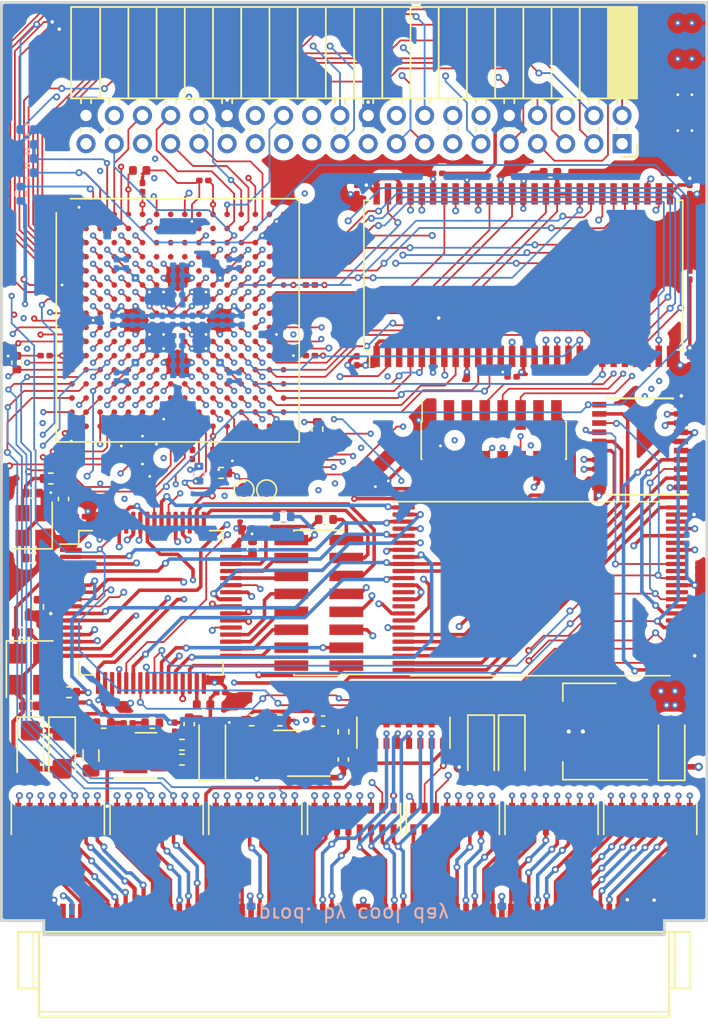
<source format=kicad_pcb>
(kicad_pcb (version 20221018) (generator pcbnew)
  (layers (0 "F.Cu" signal) (1 "In1.Cu" signal) (2 "In2.Cu" signal) (3 "In3.Cu" signal) (4 "In4.Cu" signal) (31 "B.Cu" signal) (34 "B.Paste" user) (35 "F.Paste" user) (36 "B.SilkS" user "B.Silkscreen") (37 "F.SilkS" user "F.Silkscreen") (38 "B.Mask" user) (39 "F.Mask" user) (44 "Edge.Cuts" user))
  (net 0 "")
  (net 1 "+3V3")
  (net 2 "GND")
  (net 3 "VCC")
  (net 4 "Net-(C5-Pad1)")
  (net 5 "uC_CNTRL1")
  (net 6 "+2V5")
  (net 7 "uC_CNTRL4")
  (net 8 "INOUT_PC_CARD_44")
  (net 9 "+1V2")
  (net 10 "Net-(U6-CC)")
  (net 11 "Net-(C25-Pad2)")
  (net 12 "40MHz_OSC")
  (net 13 "FPGA_CLK1")
  (net 14 "SDRAM_CNTRL8")
  (net 15 "FPGA_TEST_EDGE4")
  (net 16 "FPGA_TEST_EDGE5")
  (net 17 "FPGA_TEST_EDGE6")
  (net 18 "uC_PROG1")
  (net 19 "Net-(U7-VFB)")
  (net 20 "uC_PROG2")
  (net 21 "uC_PROG4")
  (net 22 "Net-(U2-VCAP_2)")
  (net 23 "Net-(U2-VCAP_1)")
  (net 25 "Net-(J2-CD1#)")
  (net 27 "Net-(J2-VS2#{slash}Reserved)")
  (net 28 "Net-(J2-CD2#)")
  (net 29 "Net-(J4-Pin_15)")
  (net 30 "Net-(J4-Pin_16)")
  (net 31 "Net-(U7-SW)")
  (net 32 "Net-(U7-SHDN{slash}RT)")
  (net 33 "BOOT0")
  (net 34 "Net-(U6-SET)")
  (net 35 "INOUT_PC_CARD_51")
  (net 36 "INOUT_PC_CARD_26")
  (net 37 "INOUT_PC_CARD_52")
  (net 38 "INOUT_PC_CARD_27")
  (net 39 "INOUT_PC_CARD_53")
  (net 40 "INOUT_PC_CARD_28")
  (net 41 "INOUT_PC_CARD_54")
  (net 42 "INOUT_PC_CARD_29")
  (net 43 "PC_CARD_29")
  (net 44 "PC_CARD_54")
  (net 45 "PC_CARD_28")
  (net 46 "PC_CARD_53")
  (net 47 "PC_CARD_27")
  (net 48 "PC_CARD_52")
  (net 49 "PC_CARD_26")
  (net 50 "PC_CARD_51")
  (net 51 "INOUT_PC_CARD_47")
  (net 52 "INOUT_PC_CARD_22")
  (net 53 "INOUT_PC_CARD_48")
  (net 54 "INOUT_PC_CARD_23")
  (net 55 "INOUT_PC_CARD_49")
  (net 56 "INOUT_PC_CARD_24")
  (net 57 "INOUT_PC_CARD_50")
  (net 58 "INOUT_PC_CARD_25")
  (net 59 "PC_CARD_25")
  (net 60 "PC_CARD_50")
  (net 61 "PC_CARD_24")
  (net 62 "PC_CARD_49")
  (net 63 "PC_CARD_23")
  (net 64 "PC_CARD_48")
  (net 65 "PC_CARD_22")
  (net 66 "PC_CARD_47")
  (net 67 "INOUT_PC_CARD_17")
  (net 68 "INOUT_PC_CARD_45")
  (net 69 "INOUT_PC_CARD_18")
  (net 70 "INOUT_PC_CARD_46")
  (net 71 "INOUT_PC_CARD_19")
  (net 72 "INOUT_PC_CARD_20")
  (net 73 "INOUT_PC_CARD_RESET")
  (net 74 "INOUT_PC_CARD_21")
  (net 75 "PC_CARD_21")
  (net 76 "PC_CARD_RESET")
  (net 77 "PC_CARD_20")
  (net 78 "PC_CARD_19")
  (net 79 "PC_CARD_46")
  (net 80 "PC_CARD_18")
  (net 81 "PC_CARD_45")
  (net 82 "PC_CARD_17")
  (net 83 "INOUT_PC_CARD_14")
  (net 84 "INOUT_PC_CARD_41")
  (net 85 "INOUT_PC_CARD_55")
  (net 86 "INOUT_PC_CARD_42")
  (net 87 "INOUT_PC_CARD_15")
  (net 88 "INOUT_PC_CARD_43")
  (net 89 "INOUT_PC_CARD_16")
  (net 90 "PC_CARD_44")
  (net 91 "PC_CARD_16")
  (net 92 "PC_CARD_43")
  (net 93 "PC_CARD_15")
  (net 94 "PC_CARD_42")
  (net 95 "PC_CARD_55")
  (net 96 "PC_CARD_41")
  (net 97 "PC_CARD_14")
  (net 98 "INOUT_PC_CARD_10")
  (net 99 "INOUT_PC_CARD_37")
  (net 100 "INOUT_PC_CARD_11")
  (net 101 "INOUT_PC_CARD_38")
  (net 102 "INOUT_PC_CARD_12")
  (net 103 "INOUT_PC_CARD_39")
  (net 104 "INOUT_PC_CARD_13")
  (net 105 "INOUT_PC_CARD_40")
  (net 106 "PC_CARD_40")
  (net 107 "PC_CARD_13")
  (net 108 "PC_CARD_39")
  (net 109 "PC_CARD_12")
  (net 110 "PC_CARD_38")
  (net 111 "PC_CARD_11")
  (net 112 "PC_CARD_37")
  (net 113 "PC_CARD_10")
  (net 114 "INOUT_PC_CARD_33")
  (net 115 "INOUT_PC_CARD_6")
  (net 116 "INOUT_PC_CARD_34")
  (net 117 "INOUT_PC_CARD_7")
  (net 118 "INOUT_PC_CARD_35")
  (net 119 "INOUT_PC_CARD_8")
  (net 120 "INOUT_PC_CARD_9")
  (net 121 "INOUT_PC_CARD_36")
  (net 122 "PC_CARD_36")
  (net 123 "PC_CARD_9")
  (net 124 "PC_CARD_8")
  (net 125 "PC_CARD_35")
  (net 126 "PC_CARD_7")
  (net 127 "PC_CARD_34")
  (net 128 "PC_CARD_6")
  (net 129 "PC_CARD_33")
  (net 130 "INOUT_PC_CARD_1")
  (net 131 "INOUT_PC_CARD_2")
  (net 132 "INOUT_PC_CARD_30")
  (net 133 "INOUT_PC_CARD_3")
  (net 134 "INOUT_PC_CARD_31")
  (net 135 "INOUT_PC_CARD_4")
  (net 136 "INOUT_PC_CARD_32")
  (net 137 "INOUT_PC_CARD_5")
  (net 138 "PC_CARD_5")
  (net 139 "PC_CARD_32")
  (net 140 "PC_CARD_4")
  (net 141 "PC_CARD_31")
  (net 142 "PC_CARD_3")
  (net 143 "PC_CARD_30")
  (net 144 "PC_CARD_2")
  (net 145 "PC_CARD_1")
  (net 146 "Net-(U5-IO_L32N_4{slash}GCLK1)")
  (net 147 "Net-(U5-IO_L31N_4{slash}INIT_B)")
  (net 148 "Net-(C83-Pad1)")
  (net 149 "OSC_IN")
  (net 150 "OSC_OUT")
  (net 151 "BOOT_SECTOR")
  (net 152 "SPI2_MISO")
  (net 153 "SPI2_MOSI")
  (net 154 "GPIO_1")
  (net 155 "SERIAL_TX")
  (net 156 "SERIAL_RX")
  (net 157 "FPGA_CNTRL3")
  (net 158 "TIM3_CH3")
  (net 159 "TIM3_CH4")
  (net 160 "FPGA_CNTRL1")
  (net 161 "uC_A19")
  (net 162 "FPGA_CNTRL2")
  (net 163 "SPI2_SCK")
  (net 164 "CAN2_TX")
  (net 165 "Net-(U7-IHT)")
  (net 166 "Net-(U5-CCLK)")
  (net 169 "USB_D-")
  (net 170 "USB_D+")
  (net 171 "SWIDO")
  (net 172 "NRST")
  (net 173 "SWCLK")
  (net 174 "uC_A16")
  (net 175 "uC_A15")
  (net 176 "uC_A14")
  (net 177 "uC_A13")
  (net 178 "uC_A12")
  (net 179 "uC_A11")
  (net 180 "uC_A10")
  (net 181 "uC_A9")
  (net 182 "Net-(U5-PROG_B)")
  (net 184 "uC_A18")
  (net 185 "uC_A8")
  (net 186 "uC_A7")
  (net 187 "uC_A6")
  (net 188 "uC_A5")
  (net 189 "uC_A4")
  (net 190 "uC_A3")
  (net 191 "uC_A2")
  (net 192 "uC_A1")
  (net 193 "uC_CNTRL3")
  (net 194 "uC_CNTRL2")
  (net 195 "uC_AD0")
  (net 197 "uC_AD1")
  (net 199 "uC_AD2")
  (net 201 "uC_AD3")
  (net 203 "uC_AD4")
  (net 205 "uC_AD5")
  (net 207 "uC_AD6")
  (net 208 "unconnected-(U3-DQ11-Pad36)")
  (net 209 "uC_AD7")
  (net 210 "uC_A0")
  (net 211 "uC_A17")
  (net 213 "SERIAL_IO_1")
  (net 215 "USER_IO_21")
  (net 217 "USER_IO_22")
  (net 218 "USER_IO_27")
  (net 219 "USER_IO_25")
  (net 221 "USER_IO_2")
  (net 223 "FPGA_TEST_EDGE1")
  (net 228 "USER_IO_29")
  (net 229 "USER_IO_28")
  (net 230 "USER_IO_26")
  (net 232 "USER_IO_1")
  (net 233 "USER_IO_3")
  (net 234 "USER_IO_4")
  (net 236 "SERIAL_IO_2")
  (net 240 "USER_IO_23")
  (net 242 "USER_IO_30")
  (net 243 "SDRAM_A1")
  (net 244 "SDRAM_A0")
  (net 245 "USER_IO_5")
  (net 246 "USER_IO_6")
  (net 247 "USER_IO_8")
  (net 248 "FPGA_TEST_EDGE3")
  (net 253 "USER_IO_31")
  (net 254 "USER_IO_24")
  (net 255 "SDRAM_A2")
  (net 256 "SDRAM_A3")
  (net 257 "SDRAM_A4")
  (net 258 "USER_IO_9")
  (net 259 "USER_IO_10")
  (net 260 "USER_IO_7")
  (net 261 "USER_IO_12")
  (net 262 "FPGA_TEST_EDGE2")
  (net 265 "SDRAM_A5")
  (net 266 "SDRAM_A6")
  (net 267 "SDRAM_A7")
  (net 268 "SDRAM_A8")
  (net 269 "USER_IO_13")
  (net 270 "USER_IO_14")
  (net 271 "USER_IO_11")
  (net 272 "USER_IO_16")
  (net 273 "SDRAM_A9")
  (net 274 "SDRAM_A10")
  (net 275 "SDRAM_A11")
  (net 276 "SDRAM_A12")
  (net 277 "USER_IO_0")
  (net 278 "USER_IO_17")
  (net 279 "USER_IO_18")
  (net 280 "USER_IO_15")
  (net 281 "SDRAM_DQ0")
  (net 282 "SDRAM_DQ1")
  (net 283 "SDRAM_DQ2")
  (net 284 "SDRAM_DQ3")
  (net 286 "USER_IO_19")
  (net 287 "USER_IO_20")
  (net 288 "SDRAM_DQ4")
  (net 289 "SDRAM_DQ5")
  (net 290 "SDRAM_DQ6")
  (net 291 "SDRAM_DQ7")
  (net 292 "SDRAM_CNTRL3")
  (net 293 "SDRAM_CNTRL1")
  (net 294 "SDRAM_DQ8")
  (net 295 "SDRAM_CNTRL2")
  (net 296 "SDRAM_CNTRL7")
  (net 297 "SDRAM_CNTRL5")
  (net 298 "SDRAM_CNTRL6")
  (net 299 "SDRAM_DQ15")
  (net 300 "SDRAM_CNTRL9")
  (net 301 "SDRAM_CNTRL10")
  (net 302 "SDRAM_DQ14")
  (net 303 "SDRAM_DQ13")
  (net 306 "SDRAM_DQ12")
  (net 307 "SDRAM_DQ11")
  (net 308 "SDRAM_DQ9")
  (net 309 "SDRAM_DQ10")
  (net 312 "SDRAM_CNTRL4")
  (net 314 "CAN2_RX")
  (net 315 "USART3_RX")
  (net 316 "USART3_CK")
  (net 317 "USART3_TX")
  (footprint "Resistor_SMD:R_0201_0603Metric" (layer "F.Cu") (at 28.54 47 -90)
    (fp_text reference "R10" hide)
    (fp_text value "0" hide)
  )
  (footprint "Capacitor_SMD:C_0201_0603Metric" (layer "F.Cu") (at 40.2 40.36 90)
    (property "Reference" "C24")
    (property "Value" "C-OPEN")
    (fp_text reference "C29" hide)
    (fp_text value "100nF" hide)
  )
  (footprint "Capacitor_SMD:C_0201_0603Metric" (layer "F.Cu") (at 29.35 27.6 180)
    (property "Reference" "C24")
    (property "Value" "C-OPEN")
    (fp_text reference "C66" hide)
    (fp_text value "100nF" hide)
  )
  (footprint "Capacitor_SMD:C_0201_0603Metric" (layer "F.Cu") (at 19.5 52.5 90)
    (property "Reference" "C24")
    (property "Value" "C-OPEN")
    (fp_text reference "C6" hide)
    (fp_text value "100nF" hide)
  )
  (footprint "Package_SO:TSOP-II-54_22.2x10.16mm_P0.8mm" (layer "F.Cu") (at 52 34.3 90)
    (fp_text reference "U17" hide)
    (fp_text value "MT48LC16M16A2TG-7E" hide)
  )
  (footprint "Capacitor_SMD:C_0201_0603Metric" (layer "F.Cu") (at 45.93 27.1)
    (property "Reference" "C24")
    (property "Value" "C-OPEN")
    (fp_text reference "C32" hide)
    (fp_text value "100nF" hide)
  )
  (footprint "Capacitor_Tantalum_SMD:CP_EIA-3216-18_Kemet-A" (layer "F.Cu") (at 19.3 67.9 -90)
    (fp_text reference "C17" hide)
    (fp_text value "10uF" hide)
  )
  (footprint "Package_SO:VSSOP-8_3.0x3.0mm_P0.65mm" (layer "F.Cu") (at 35.3 68.15 180)
    (fp_text reference "U6" hide)
    (fp_text value "LP3982IMM-ADJ" hide)
  )
  (footprint "PC_Card:IC9_Series" (layer "F.Cu") (at 40 80.8 180)
    (fp_text reference "J2" hide)
    (fp_text value "9-68RD-0.635SF" hide)
  )
  (footprint "Resistor_SMD:R_0402_1005Metric" (layer "F.Cu") (at 38 51.6 180)
    (fp_text reference "R9" hide)
    (fp_text value "0" hide)
  )
  (footprint "Capacitor_SMD:C_0402_1005Metric" (layer "F.Cu") (at 29.33 64.7)
    (property "Reference" "C24")
    (property "Value" "C-OPEN")
    (fp_text reference "C82" hide)
    (fp_text value "2u2" hide)
  )
  (footprint "Capacitor_SMD:C_0201_0603Metric" (layer "F.Cu") (at 23.98 66)
    (fp_text reference "C25" hide)
    (fp_text value "1nF" hide)
  )
  (footprint "Capacitor_SMD:C_0402_1005Metric" (layer "F.Cu") (at 32.8 53.62 90)
    (property "Reference" "C24")
    (property "Value" "C-OPEN")
    (fp_text reference "C76" hide)
    (fp_text value "2u2" hide)
  )
  (footprint "Capacitor_Tantalum_SMD:CP_EIA-3216-18_Kemet-A" (layer "F.Cu") (at 51.18 67.76 -90)
    (fp_text reference "C1" hide)
    (fp_text value "10uF" hide)
  )
  (footprint "Resistor_SMD:R_0402_1005Metric" (layer "F.Cu") (at 32.74 65.825)
    (fp_text reference "R7" hide)
    (fp_text value "100K" hide)
  )
  (footprint "Capacitor_Tantalum_SMD:CP_EIA-3216-18_Kemet-A" (layer "F.Cu") (at 62.51 67.76 90)
    (fp_text reference "C4" hide)
    (fp_text value "10uF" hide)
  )
  (footprint "Capacitor_SMD:C_0201_0603Metric" (layer "F.Cu") (at 25 28.1 90)
    (property "Reference" "C24")
    (property "Value" "C-OPEN")
    (fp_text reference "C71" hide)
    (fp_text value "100nF" hide)
  )
  (footprint "Capacitor_SMD:C_0201_0603Metric" (layer "F.Cu") (at 30.55 63.85 180)
    (property "Reference" "C24")
    (property "Value" "C-OPEN")
    (fp_text reference "C81" hide)
    (fp_text value "100nF" hide)
  )
  (footprint "Capacitor_SMD:C_0201_0603Metric" (layer "F.Cu") (at 27.29 66.3 -90)
    (fp_text reference "C19" hide)
    (fp_text value "22pF" hide)
  )
  (footprint "Resistor_SMD:R_Cat16-8" (layer "F.Cu") (at 26 72.8 -90)
    (fp_text reference "RN2" hide)
    (fp_text value "8 x 180R" hide)
  )
  (footprint "Capacitor_SMD:C_0201_0603Metric" (layer "F.Cu") (at 25 46.9 -90)
    (property "Reference" "C24")
    (property "Value" "C-OPEN")
    (fp_text reference "C53" hide)
    (fp_text value "100nF" hide)
  )
  (footprint "Package_SO:SSOP-20_4.4x6.5mm_P0.65mm" (layer "F.Cu") (at 60.28 46.4 180)
    (fp_text reference "U4" hide)
    (fp_text value "TC74LCX373FT" hide)
  )
  (footprint "Capacitor_SMD:C_0201_0603Metric" (layer "F.Cu") (at 32.45 52.2)
    (property "Reference" "C24")
    (property "Value" "C-OPEN")
    (fp_text reference "C79" hide)
    (fp_text value "100nF" hide)
  )
  (footprint "Capacitor_SMD:C_0201_0603Metric" (layer "F.Cu") (at 22.6 64.6 180)
    (property "Reference" "C24")
    (property "Value" "C-OPEN")
    (fp_text reference "C77" hide)
    (fp_text value "100nF" hide)
  )
  (footprint "Capacitor_SMD:C_0402_1005Metric" (layer "F.Cu") (at 16.1 40.5 -90)
    (property "Reference" "C24")
    (property "Value" "C-OPEN")
    (fp_text reference "C13" hide)
    (fp_text value "C-OPEN" hide)
  )
  (footprint "Capacitor_SMD:C_0201_0603Metric" (layer "F.Cu") (at 18.5 57.1 -90)
    (property "Reference" "C24")
    (property "Value" "C-OPEN")
    (fp_text reference "C7" hide)
    (fp_text value "100nF" hide)
  )
  (footprint "Capacitor_SMD:C_0402_1005Metric" (layer "F.Cu") (at 28.31 66.09 -90)
    (fp_text reference "C14" hide)
    (fp_text value "4.7uF" hide)
  )
  (footprint "Package_TO_SOT_SMD:SOT-223-3_TabPin2" (layer "F.Cu") (at 56.71 66.61 180)
    (fp_text reference "U1" hide)
    (fp_text value "LT1963AxST-3.3" hide)
  )
  (footprint "Resistor_SMD:R_0402_1005Metric" (layer "F.Cu") (at 37.4 45.2 -90)
    (fp_text reference "R21" hide)
    (fp_text value "56" hide)
  )
  (footprint "Capacitor_SMD:C_0201_0603Metric" (layer "F.Cu") (at 31.47 67.225 -90)
    (fp_text reference "C18" hide)
    (fp_text value "100nF" hide)
  )
  (footprint "Capacitor_SMD:C_0402_1005Metric" (layer "F.Cu") (at 53.92 27.02 180)
    (property "Reference" "C24")
    (property "Value" "C-OPEN")
    (fp_text reference "C34" hide)
    (fp_text value "C-OPEN" hide)
  )
  (footprint "TestPoint:TestPoint_Pad_D1.0mm" (layer "F.Cu") (at 33.8 49.5 90)
    (fp_text reference "TP1" hide)
    (fp_text value "TestPoint_Small" hide)
  )
  (footprint "Resistor_SMD:R_Cat16-8" (layer "F.Cu") (at 33 72.8 -90)
    (fp_text reference "RN3" hide)
    (fp_text value "8 x 180R" hide)
  )
  (footprint "Resistor_SMD:R_0402_1005Metric" (layer "F.Cu") (at 30.58 48.3)
    (fp_text reference "R14" hide)
    (fp_text value "330" hide)
  )
  (footprint "Package_DFN_QFN:DFN-10-1EP_3x3mm_P0.5mm_EP1.7x2.5mm" (layer "F.Cu") (at 24.5 68.31)
    (fp_text reference "U7" hide)
    (fp_text value "LTC3411EMS" hide)
  )
  (footprint "Resistor_SMD:R_0402_1005Metric" (layer "F.Cu") (at 17.6 57.79 -90)
    (fp_text reference "R6" hide)
    (fp_text value "10K" hide)
  )
  (footprint "Resistor_SMD:R_0402_1005Metric" (layer "F.Cu") (at 22.25 66 180)
    (fp_text reference "R2" hide)
    (fp_text value "220K" hide)
  )
  (footprint "Connector_PinSocket_2.00mm:PinSocket_2x20_P2.00mm_Horizontal" (layer "F.Cu") (at 59 25 -90)
    (fp_text reference "J1" hide)
    (fp_text value "Conn_02x20_Counter_Clockwise" hide)
  )
  (footprint "Resistor_SMD:R_Cat16-8" (layer "F.Cu") (at 47 72.8 -90)
    (fp_text reference "RN5" hide)
    (fp_text value "8 x 180R" hide)
  )
  (footprint "Capacitor_SMD:C_0201_0603Metric" (layer "F.Cu") (at 18.5 59.35 90)
    (property "Reference" "C24")
    (property "Value" "C-OPEN")
    (fp_text reference "C78" hide)
    (fp_text value "100nF" hide)
  )
  (footprint "Capacitor_SMD:C_0402_1005Metric" (layer "F.Cu") (at 37.8 65.875)
    (fp_text reference "C10" hide)
    (fp_text value "4.7uF" hide)
  )
  (footprint "Resistor_SMD:R_Cat16-8" (layer "F.Cu") (at 61 72.8 -90)
    (fp_text reference "RN7" hide)
    (fp_text value "8 x 180R" hide)
  )
  (footprint "Capacitor_SMD:C_0201_0603Metric" (layer "F.Cu") (at 20.85 65.86 -90)
    (fp_text reference "C20" hide)
    (fp_text value "100nF" hide)
  )
  (footprint "Resistor_SMD:R_Cat16-8" (layer "F.Cu") (at 43.5 66.7 -90)
    (fp_text reference "RN8" hide)
    (fp_text value "8 x 10K" hide)
  )
  (footprint "Capacitor_SMD:C_0201_0603Metric" (layer "F.Cu") (at 51.2 41.5 180)
    (property "Reference" "C24")
    (property "Value" "C-OPEN")
    (fp_text reference "C28" hide)
    (fp_text value "100nF" hide)
  )
  (footprint "Capacitor_Tantalum_SMD:CP_EIA-3216-18_Kemet-A" (layer "F.Cu") (at 29.95 67.76 90)
    (fp_text reference "C16" hide)
    (fp_text value "10uF" hide)
  )
  (footprint "Connector_PinHeader_1.27mm:PinHeader_2x08_P1.27mm_Vertical_SMD" (layer "F.Cu") (at 37.5 57.5 180)
    (fp_text reference "J4" hide)
    (fp_text value "Conn_02x10_Top_Bottom" hide)
  )
  (footprint "Capacitor_SMD:C_0201_0603Metric" (layer "F.Cu") (at 63.8 40.36 90)
    (property "Reference" "C24")
    (property "Value" "C-OPEN")
    (fp_text reference "C33" hide)
    (fp_text value "100nF" hide)
  )
  (footprint "Capacitor_SMD:C_0201_0603Metric" (layer "F.Cu") (at 31.41 69.43 90)
    (fp_text reference "C23" hide)
    (fp_text value "100nF" hide)
  )
  (footprint "Capacitor_SMD:C_0201_0603Metric" (layer "F.Cu") (at 63.8 34.3 -90)
    (property "Reference" "C24")
    (property "Value" "C-OPEN")
    (fp_text reference "C30" hide)
    (fp_text value "100nF" hide)
  )
  (footprint "Capacitor_SMD:C_0201_0603Metric" (layer "F.Cu") (at 18.1 40 180)
    (property "Reference" "C24")
    (property "Value" "C-OPEN")
    (fp_text reference "C54" hide)
    (fp_text value "100nF" hide)
  )
  (footprint "Capacitor_SMD:C_0402_1005Metric" (layer "F.Cu") (at 17.2 49.73)
    (property "Reference" "C24")
    (property "Value" "C-OPEN")
    (fp_text reference "C83" hide)
    (fp_text value "12p" hide)
  )
  (footprint "Capacitor_SMD:C_0201_0603Metric" (layer "F.Cu") (at 36.9 35)
    (property "Reference" "C24")
    (property "Value" "C-OPEN")
    (fp_text reference "C65" hide)
    (fp_text value "100nF" hide)
  )
  (footprint "Connector_PinSocket_1.27mm:PinSocket_2x08_P1.27mm_Vertical_SMD" (layer "F.Cu") (at 49.9 46 90)
    (fp_text reference "J3" hide)
    (fp_text value "MEC1-108-01-S-D-RA1-SL" hide)
  )
  (footprint "Capacitor_SMD:C_0402_1005Metric" (layer "F.Cu") (at 19.4 50.15 -90)
    (fp_text reference "C26" hide)
    (fp_text value "C-OPEN" hide)
  )
  (footprint "Resistor_SMD:R_0402_1005Metric" (layer "F.Cu") (at 27.8 67.55 180)
    (fp_text reference "R8" hide)
    (fp_text value "49.9K" hide)
  )
  (footprint "Resistor_SMD:R_Cat16-8" (layer "F.Cu") (at 19 72.8 -90)
    (fp_text reference "RN1" hide)
    (fp_text value "8 x 180R" hide)
  )
  (footprint "Capacitor_SMD:C_0402_1005Metric" (layer "F.Cu") (at 17 64.8 180)
    (property "Reference" "C24")
    (property "Value" "C-OPEN")
    (fp_text reference "C5" hide)
    (fp_text value "12p" hide)
  )
  (footprint "Resistor_SMD:R_Cat16-8" (layer "F.Cu") (at 40 72.8 -90)
    (fp_text reference "RN4" hide)
    (fp_text value "8 x 180R" hide)
  )
  (footprint "Package_SO:TSOP-I-48_18.4x12mm_P0.5mm" (layer "F.Cu") (at 53.2 56.5)
    (fp_text reference "U3" hide)
    (fp_text value "AM29LV320DT90EC" hide)
  )
  (footprint "Resistor_SMD:R_Cat16-8" (layer "F.Cu") (at 54 72.8 -90)
    (fp_text reference "RN6" hide)
    (fp_text value "8 x 180R" hide)
  )
  (footprint "Package_BGA:Xilinx_FTG256" (layer "F.Cu") (at 27.5 37.5)
    (property "Reference" "U")
    (property "Value" "XC3S400-4FT256C")
    (fp_text reference "U5" hide)
    (fp_text value "XC3S400-4FT256C" hide)
  )
  (footprint "Capacitor_SMD:C_0201_0603Metric" (layer "F.Cu") (at 18.1 35 180)
    (property "Reference" "C24")
    (property "Value" "C-OPEN")
    (fp_text reference "C73" hide)
    (fp_text value "100nF" hide)
  )
  (footprint "Connector_PinSocket_2.00mm:PinSocket_2x20_P2.00mm_Horizontal" (layer "F.Cu") (at 59 25 -90)
    (fp_text reference "J1" hide)
    (fp_text value "Conn_02x20_Counter_Clockwise" hide)
  )
  (footprint "Capacitor_SMD:C_0201_0603Metric" (layer "F.Cu") (at 63.8 28.24 90)
    (property "Reference" "C24")
    (property "Value" "C-OPEN")
    (fp_text reference "C31" hide)
    (fp_text value "100nF" hide)
  )
  (footprint "TestPoint:TestPoint_Pad_D1.0mm" (layer "F.Cu") (at 32.2 49.5)
    (fp_text reference "TP2" hide)
    (fp_text value "TestPoint_Small" hide)
  )
  (footprint "Resistor_SMD:R_0402_1005Metric" (layer "F.Cu") (at 27.8 68.6 180)
    (fp_text reference "R13" hide)
    (fp_text value "100K" hide)
  )
  (footprint "Capacitor_SMD:C_0201_0603Metric" (layer "F.Cu") (at 40.2 28.24 90)
    (property "Reference" "C24")
    (property "Value" "C-OPEN")
    (fp_text reference "C38" hide)
    (fp_text value "100nF" hide)
  )
  (footprint "Package_QFP:LQFP-64_10x10mm_P0.5mm" (layer "F.Cu") (at 25.6 57.5)
    (fp_text reference "U2" hide)
    (fp_text value "STM32F415RGTx" hide)
  )
  (footprint "Capacitor_SMD:C_0201_0603Metric" (layer "F.Cu") (at 30 47 -90)
    (property "Reference" "C24")
    (property "Value" "C-OPEN")
    (fp_text reference "C61" hide)
    (fp_text value "100nF" hide)
  )
  (footprint "Crystal:Crystal_SMD_3225-4Pin_3.2x2.5mm" (layer "F.Cu") (at 17 62.2 -90)
    (fp_text reference "Y1" hide)
    (fp_text value "16mHz" hide)
  )
  (footprint "Capacitor_Tantalum_SMD:CP_EIA-3216-18_Kemet-A" (layer "F.Cu") (at 49 67.76 -90)
    (fp_text reference "C2" hide)
    (fp_text value "10uF" hide)
  )
  (footprint "Resistor_SMD:R_0402_1005Metric" (layer "F.Cu") (at 19.8 63.83 180)
    (fp_text reference "R1" hide)
    (fp_text value "47" hide)
  )
  (footprint "Resistor_SMD:R_0402_1005Metric" (layer "F.Cu") (at 39.25 66.625 90)
    (fp_text reference "R23" hide)
    (fp_text value "R-OPEN" hide)
  )
  (footprint "Capacitor_SMD:C_0402_1005Metric" (layer "F.Cu") (at 24.8 26.89 180)
    (fp_text reference "C9" hide)
    (fp_text value "C-OPEN" hide)
  )
  (footprint "Capacitor_SMD:C_0201_0603Metric" (layer "F.Cu") (at 20.6 51.4 180)
    (property "Reference" "C24")
    (property "Value" "C-OPEN")
    (fp_text reference "C80" hide)
    (fp_text value "100nF" hide)
  )
  (footprint "Inductor_SMD:L_0805_2012Metric" (layer "F.Cu") (at 21.35 68.31 90)
    (fp_text reference "L1" hide)
    (fp_text value "1.5uH" hide)
  )
  (footprint "Resistor_SMD:R_0402_1005Metric" (layer "F.Cu") (at 18.5 48.7 180)
    (fp_text reference "R4" hide)
    (fp_text value "47" hide)
  )
  (footprint "Resistor_SMD:R_0402_1005Metric" (layer "F.Cu") (at 34.74 65.825)
    (fp_text reference "R5" hide)
    (fp_text value "100K" hide)
  )
  (footprint "Capacitor_SMD:C_0402_1005Metric" (layer "F.Cu") (at 16.5 59.6)
    (property "Reference" "C24")
    (property "Value" "C-OPEN")
    (fp_text reference "C3" hide)
    (fp_text value "12p" hide)
  )
  (footprint "Resistor_SMD:R_0402_1005Metric" (layer "F.Cu") (at 25.69 66 180)
    (fp_text reference "R12" hide)
    (fp_text value "13K" hide)
  )
  (footprint "Capacitor_SMD:C_0201_0603Metric" (layer "F.Cu") (at 36.9 40)
    (property "Reference" "C24")
    (property "Value" "C-OPEN")
    (fp_text reference "C62" hide)
    (fp_text value "100nF" hide)
  )
  (footprint "Crystal:Crystal_SMD_2520-4Pin_2.5x2.0mm" (layer "F.Cu") (at 17.2 52.03 90)
    (fp_text reference "Y2" hide)
    (fp_text value "40mHZ" hide)
  )
  (footprint "Capacitor_Tantalum_SMD:CP_EIA-3216-18_Kemet-A" (layer "F.Cu") (at 17.05 67.9 -90)
    (fp_text reference "C15" hide)
    (fp_text value "10uF" hide)
  )
  (footprint "Capacitor_SMD:C_0402_1005Metric" (layer "F.Cu") (at 39.24 68.591 -90)
    (fp_text reference "C22" hide)
    (fp_text value "4.7uF" hide)
  )
  (footprint "Capacitor_SMD:C_0402_1005Metric" (layer "F.Cu") (at 17.2 54.33 180)
    (property "Reference" "C24")
    (property "Value" "C-OPEN")
    (fp_text reference "C21" hide)
    (fp_text value "12p" hide)
  )
  (footprint "Capacitor_SMD:C_0201_0603Metric" (layer "B.Cu") (at 27.5 35 180)
    (property "Reference" "C24")
    (property "Value" "C-OPEN")
    (fp_text reference "C64" hide)
    (fp_text value "100nF" hide)
  )
  (footprint "Capacitor_SMD:C_0201_0603Metric" (layer "B.Cu") (at 27.5 34.3 180)
    (property "Reference" "C24")
    (property "Value" "C-OPEN")
    (fp_text reference "C72" hide)
    (fp_text value "100nF" hide)
  )
  (footprint "Resistor_SMD:R_0402_1005Metric" (layer "B.Cu") (at 29 48.35 -90)
    (fp_text reference "R11" hide)
    (fp_text value "4.7K" hide)
  )
  (footprint "Capacitor_SMD:C_0201_0603Metric" (layer "B.Cu") (at 31.85 33.5 -90)
    (property "Reference" "C24")
    (property "Value" "C-OPEN")
    (fp_text reference "C67" hide)
    (fp_text value "100nF" hide)
  )
  (footprint "Capacitor_SMD:C_0402_1005Metric" (layer "B.Cu") (at 16.82 26.05 180)
    (property "Reference" "C24")
    (property "Value" "C-OPEN")
    (fp_text reference "C24" hide)
    (fp_text value "C-OPEN" hide)
  )
  (footprint "Capacitor_SMD:C_0402_1005Metric" (layer "B.Cu") (at 16.82 24)
    (fp_text reference "C27" hide)
    (fp_text value "C-OPEN" hide)
  )
  (footprint "Capacitor_SMD:C_0201_0603Metric" (layer "B.Cu") (at 31.85 41.5 90)
    (property "Reference" "C24")
    (property "Value" "C-OPEN")
    (fp_text reference "C69" hide)
    (fp_text value "100nF" hide)
  )
  (footprint "Capacitor_SMD:C_0201_0603Metric" (layer "B.Cu") (at 27.5 33.6 180)
    (property "Reference" "C24")
    (property "Value" "C-OPEN")
    (fp_text reference "C74" hide)
    (fp_text value "100nF" hide)
  )
  (footprint "Capacitor_SMD:C_0201_0603Metric" (layer "B.Cu") (at 28.55 37.5 -90)
    (property "Reference" "C24")
    (property "Value" "C-OPEN")
    (fp_text reference "C43" hide)
    (fp_text value "100nF" hide)
  )
  (footprint "Capacitor_SMD:C_0201_0603Metric" (layer "B.Cu") (at 32.05 37.5 -90)
    (property "Reference" "C24")
    (property "Value" "C-OPEN")
    (fp_text reference "C48" hide)
    (fp_text value "100nF" hide)
  )
  (footprint "Capacitor_SMD:C_0201_0603Metric" (layer "B.Cu") (at 27.5 35.7 180)
    (property "Reference" "C24")
    (property "Value" "C-OPEN")
    (fp_text reference "C63" hide)
    (fp_text value "100nF" hide)
  )
  (footprint "Capacitor_SMD:C_0201_0603Metric" (layer "B.Cu") (at 27.5 39.3 180)
    (property "Reference" "C24")
    (property "Value" "C-OPEN")
    (fp_text reference "C50" hide)
    (fp_text value "100nF" hide)
  )
  (footprint "Capacitor_SMD:C_0201_0603Metric" (layer "B.Cu") (at 31.35 37.5 -90)
    (property "Reference" "C24")
    (property "Value" "C-OPEN")
    (fp_text reference "C47" hide)
    (fp_text value "100nF" hide)
  )
  (footprint "Capacitor_SMD:C_0201_0603Metric" (layer "B.Cu") (at 23.6 37.5 -90)
    (property "Reference" "C24")
    (property "Value" "C-OPEN")
    (fp_text reference "C36" hide)
    (fp_text value "100nF" hide)
  )
  (footprint "Capacitor_SMD:C_0402_1005Metric" (layer "B.Cu") (at 16.82 27.05)
    (fp_text reference "C12" hide)
    (fp_text value "C-OPEN" hide)
  )
  (footprint "Capacitor_SMD:C_0201_0603Metric" (layer "B.Cu") (at 30.65 37.5 -90)
    (property "Reference" "C24")
    (property "Value" "C-OPEN")
    (fp_text reference "C46" hide)
    (fp_text value "100nF" hide)
  )
  (footprint "Resistor_SMD:R_0402_1005Metric" (layer "B.Cu") (at 50.4775 79.5 -90)
    (fp_text reference "R16" hide)
    (fp_text value "0" hide)
  )
  (footprint "Capacitor_SMD:C_0201_0603Metric" (layer "B.Cu") (at 23.85 41.5 90)
    (property "Reference" "C24")
    (property "Value" "C-OPEN")
    (fp_text reference "C60" hide)
    (fp_text value "100nF" hide)
  )
  (footprint "Capacitor_SMD:C_0201_0603Metric" (layer "B.Cu") (at 27.5 40.7 180)
    (property "Reference" "C24")
    (property "Value" "C-OPEN")
    (fp_text reference "C52" hide)
    (fp_text value "100nF" hide)
  )
  (footprint "Capacitor_SMD:C_0201_0603Metric" (layer "B.Cu") (at 26.4 37.5 -90)
    (property "Reference" "C24")
    (property "Value" "C-OPEN")
    (fp_text reference "C41" hide)
    (fp_text value "100nF" hide)
  )
  (footprint "Capacitor_SMD:C_0201_0603Metric" (layer "B.Cu") (at 22.9 37.5 -90)
    (property "Reference" "C24")
    (property "Value" "C-OPEN")
    (fp_text reference "C35" hide)
    (fp_text value "100nF" hide)
  )
  (footprint "Capacitor_SMD:C_0201_0603Metric" (layer "B.Cu") (at 23.15 33.5 -90)
    (property "Reference" "C24")
    (property "Value" "C-OPEN")
    (fp_text reference "C57" hide)
    (fp_text value "100nF" hide)
  )
  (footprint "Capacitor_SMD:C_0201_0603Metric" (layer "B.Cu") (at 27.5 36.4 180)
    (property "Reference" "C24")
    (property "Value" "C-OPEN")
    (fp_text reference "C59" hide)
    (fp_text value "100nF" hide)
  )
  (footprint "Capacitor_SMD:C_0201_0603Metric" (layer "B.Cu") (at 27.5 41.4 180)
    (property "Reference" "C24")
    (property "Value" "C-OPEN")
    (fp_text reference "C56" hide)
    (fp_text value "100nF" hide)
  )
  (footprint "Resistor_SMD:R_0201_0603Metric" (layer "B.Cu") (at 19.9975 79.68 90)
    (fp_text reference "R15" hide)
    (fp_text value "0" hide)
  )
  (footprint "Capacitor_SMD:C_0201_0603Metric" (layer "B.Cu") (at 27.85 37.5 -90)
    (property "Reference" "C24")
    (property "Value" "C-OPEN")
    (fp_text reference "C75" hide)
    (fp_text value "100nF" hide)
  )
  (footprint "Capacitor_SMD:C_0201_0603Metric" (layer "B.Cu") (at 29.25 37.5 -90)
    (property "Reference" "C24")
    (property "Value" "C-OPEN")
    (fp_text reference "C44" hide)
    (fp_text value "100nF" hide)
  )
  (footprint "Resistor_SMD:R_0402_1005Metric" (layer "B.Cu") (at 16.38 28.54 90)
    (property "Reference" "R22")
    (property "Value" "56")
    (fp_text reference "R22" hide)
    (fp_text value "56" hide)
  )
  (footprint "Capacitor_SMD:C_0201_0603Metric" (layer "B.Cu") (at 27.5 40 180)
    (property "Reference" "C24")
    (property "Value" "C-OPEN")
    (fp_text reference "C51" hide)
    (fp_text value "100nF" hide)
  )
  (footprint "Capacitor_SMD:C_0201_0603Metric" (layer "B.Cu") (at 63.58 53 90)
    (property "Reference" "C24")
    (property "Value" "C-OPEN")
    (fp_text reference "C11" hide)
    (fp_text value "100nF" hide)
  )
  (footprint "Capacitor_SMD:C_0201_0603Metric" (layer "B.Cu") (at 25 37.5 -90)
    (property "Reference" "C24")
    (property "Value" "C-OPEN")
    (fp_text reference "C39" hide)
    (fp_text value "100nF" hide)
  )
  (footprint "Capacitor_SMD:C_0201_0603Metric" (layer "B.Cu") (at 31.15 33.5 -90)
    (property "Reference" "C24")
    (property "Value" "C-OPEN")
    (fp_text reference "C68" hide)
    (fp_text value "100nF" hide)
  )
  (footprint "Capacitor_SMD:C_0402_1005Metric" (layer "B.Cu") (at 16.82 25.05)
    (fp_text reference "C8" hide)
    (fp_text value "C-OPEN" hide)
  )
  (footprint "Resistor_SMD:R_0402_1005Metric" (layer "B.Cu") (at 35 51.4)
    (fp_text reference "R3" hide)
    (fp_text value "10K" hide)
  )
  (footprint "Capacitor_SMD:C_0201_0603Metric" (layer "B.Cu") (at 29.95 37.5 -90)
    (property "Reference" "C24")
    (property "Value" "C-OPEN")
    (fp_text reference "C45" hide)
    (fp_text value "100nF" hide)
  )
  (footprint "Capacitor_SMD:C_0201_0603Metric" (layer "B.Cu") (at 25.7 37.5 -90)
    (property "Reference" "C24")
    (property "Value" "C-OPEN")
    (fp_text reference "C40" hide)
    (fp_text value "100nF" hide)
  )
  (footprint "Capacitor_SMD:C_0201_0603Metric" (layer "B.Cu") (at 24.3 37.5 -90)
    (property "Reference" "C24")
    (property "Value" "C-OPEN")
    (fp_text reference "C37" hide)
    (fp_text value "100nF" hide)
  )
  (footprint "Capacitor_SMD:C_0201_0603Metric" (layer "B.Cu") (at 31.15 41.5 90)
    (property "Reference" "C24")
    (property "Value" "C-OPEN")
    (fp_text reference "C70" hide)
    (fp_text value "100nF" hide)
  )
  (footprint "Resistor_SMD:R_0402_1005Metric" (layer "B.Cu") (at 32.6975 79.5 90)
    (fp_text reference "R17" hide)
    (fp_text value "R-OPEN" hide)
  )
  (footprint "Capacitor_SMD:C_0201_0603Metric" (layer "B.Cu") (at 23.15 41.5 90)
    (property "Reference" "C24")
    (property "Value" "C-OPEN")
    (fp_text reference "C58" hide)
    (fp_text value "100nF" hide)
  )
  (footprint "Capacitor_SMD:C_0201_0603Metric" (layer "B.Cu") (at 23.85 33.5 -90)
    (property "Reference" "C24")
    (property "Value" "C-OPEN")
    (fp_text reference "C55" hide)
    (fp_text value "100nF" hide)
  )
  (footprint "Capacitor_SMD:C_0201_0603Metric" (layer "B.Cu") (at 27.5 38.6 180)
    (property "Reference" "C24")
    (property "Value" "C-OPEN")
    (fp_text reference "C49" hide)
    (fp_text value "100nF" hide)
  )
  (footprint "Capacitor_SMD:C_0201_0603Metric" (layer "B.Cu") (at 27.15 37.5 -90)
    (property "Reference" "C24")
    (property "Value" "C-OPEN")
    (fp_text reference "C42" hide)
    (fp_text value "100nF" hide)
  )
  (gr_line (start 65 80) (end 62 80) (stroke (width 0.2)) (layer "Edge.Cuts"))
  (gr_line (start 18 80) (end 15 80) (stroke (width 0.2)) (layer "Edge.Cuts"))
  (gr_line (start 62 81) (end 18 81) (stroke (width 0.2)) (layer "Edge.Cuts"))
  (gr_line (start 18 81) (end 18 80) (stroke (width 0.2)) (layer "Edge.Cuts"))
  (gr_line (start 15 80) (end 15 15) (stroke (width 0.2)) (layer "Edge.Cuts"))
  (gr_line (start 65 15) (end 65 80) (stroke (width 0.2)) (layer "Edge.Cuts"))
  (gr_line (start 15 15) (end 65 15) (stroke (width 0.2)) (layer "Edge.Cuts"))
  (gr_line (start 62 80) (end 62 81) (stroke (width 0.2)) (layer "Edge.Cuts"))
  (segment (start 48 40.05) (end 48 41.15) (width 0.25) (layer "F.Cu") (net 1))
  (segment (start 42.953511 38.970489) (end 43.2 39.216978) (width 0.25) (layer "F.Cu") (net 1))
  (segment (start 45.6 27.5) (end 45.6 27.11) (width 0.25) (layer "F.Cu") (net 1))
  (segment (start 47.255 65.94) (end 47.725 66.41) (width 0.4) (layer "F.Cu") (net 1))
  (segment (start 30.575 63.175) (end 30.87 63.47) (width 0.25) (layer "F.Cu") (net 1))
  (segment (start 30 38) (end 30.0092 38) (width 0.125) (layer "F.Cu") (net 1))
  (segment (start 19.925 59.75) (end 18.58 59.75) (width 0.25) (layer "F.Cu") (net 1))
  (segment (start 52 41.02) (end 51.86 41.16) (width 0.25) (layer "F.Cu") (net 1))
  (segment (start 29 35) (end 29.4846 34.5154) (width 0.125) (layer "F.Cu") (net 1))
  (segment (start 40.962 40.688) (end 41.6 40.05) (width 0.25) (layer "F.Cu") (net 1))
  (segment (start 21.85 51.825) (end 21.345 51.825) (width 0.25) (layer "F.Cu") (net 1))
  (segment (start 17.9 52.905) (end 17.9 54.11) (width 0.25) (layer "F.Cu") (net 1))
  (segment (start 61.75 63.75) (end 60.42 63.75) (width 0.25) (layer "F.Cu") (net 1))
  (segment (start 25.99 40) (end 25.4996 40.4904) (width 0.125) (layer "F.Cu") (net 1))
  (segment (start 44.7495 56.5495) (end 44.45 56.25) (width 0.25) (layer "F.Cu") (net 1))
  (segment (start 31.0292 38) (end 31.4746 38.4454) (width 0.125) (layer "F.Cu") (net 1))
  (segment (start 41.6 39.2) (end 41.829511 38.970489) (width 0.25) (layer "F.Cu") (net 1))
  (segment (start 26 34.9908) (end 25.4946 34.4854) (width 0.125) (layer "F.Cu") (net 1))
  (segment (start 29 40) (end 29.0042 40) (width 0.125) (layer "F.Cu") (net 1))
  (segment (start 28 41) (end 28.4504 41.4504) (width 0.125) (layer "F.Cu") (net 1))
  (segment (start 26.995 41) (end 26.5196 41.4754) (width 0.125) (layer "F.Cu") (net 1))
  (segment (start 24 38) (end 23.99 38) (width 0.125) (layer "F.Cu") (net 1))
  (segment (start 21.345 51.825) (end 20.92 51.4) (width 0.25) (layer "F.Cu") (net 1))
  (segment (start 17.6 58.3) (end 17.6 59.1) (width 0.25) (layer "F.Cu") (net 1))
  (segment (start 21.129309 51.025) (end 21.129309 51.190691) (width 0.125) (layer "F.Cu") (net 1))
  (segment (start 23.99 38) (end 23.5096 38.4804) (width 0.125) (layer "F.Cu") (net 1))
  (segment (start 51.86 41.16) (end 51.52 41.5) (width 0.25) (layer "F.Cu") (net 1))
  (segment (start 26 35) (end 26 34.9908) (width 0.125) (layer "F.Cu") (net 1))
  (segment (start 28 40.0108) (end 28.5096 40.5204) (width 0.125) (layer "F.Cu") (net 1))
  (segment (start 43.2 39.216978) (end 43.2 40.05) (width 0.25) (layer "F.Cu") (net 1))
  (segment (start 19.925 53.245) (end 19.5 52.82) (width 0.25) (layer "F.Cu") (net 1))
  (segment (start 25 36) (end 24.5296 35.5296) (width 0.125) (layer "F.Cu") (net 1))
  (segment (start 51.18 66.41) (end 51.18 65.27) (width 0.6) (layer "F.Cu") (net 1))
  (segment (start 43.9 65.94) (end 44.7 65.94) (width 0.4) (layer "F.Cu") (net 1))
  (segment (start 40.804039 40.68) (end 40.812039 40.688) (width 0.25) (layer "F.Cu") (net 1))
  (segment (start 30.005 36) (end 30.4946 35.5104) (width 0.125) (layer "F.Cu") (net 1))
  (segment (start 62.75 64.75) (end 61.75 64.75) (width 0.25) (layer "F.Cu") (net 1))
  (segment (start 31.69 52.2) (end 31.66 52.23) (width 0.125) (layer "F.Cu") (net 1))
  (segment (start 63.12 40.68) (end 63.03 40.68) (width 0.25) (layer "F.Cu") (net 1))
  (segment (start 62.8875 56.25) (end 64.15 56.25) (width 0.25) (layer "F.Cu") (net 1))
  (segment (start 19.925 53.75) (end 19.925 53.245) (width 0.25) (layer "F.Cu") (net 1))
  (segment (start 60.42 63.75) (end 59.86 64.31) (width 0.25) (layer "F.Cu") (net 1))
  (segment (start 27 40.01) (end 26.5396 40.4704) (width 0.125) (layer "F.Cu") (net 1))
  (segment (start 41.5 65.94) (end 42.3 65.94) (width 0.4) (layer "F.Cu") (net 1))
  (segment (start 28 40) (end 28 40.0108) (width 0.125) (layer "F.Cu") (net 1))
  (segment (start 50.4 28.55) (end 50.4 27.53) (width 0.3) (layer "F.Cu") (net 1))
  (segment (start 21.129309 51.190691) (end 20.92 51.4) (width 0.25) (layer "F.Cu") (net 1))
  (segment (start 52 40.05) (end 52 41.02) (width 0.25) (layer "F.Cu") (net 1))
  (segment (start 51.18 65.27) (end 52.59 63.86) (width 0.6) (layer "F.Cu") (net 1))
  (segment (start 22.85 64.53) (end 22.92 64.6) (width 0.25) (layer "F.Cu") (net 1))
  (segment (start 40.019639 28.57) (end 40.2 28.57) (width 0.25) (layer "F.Cu") (net 1))
  (segment (start 24.9992 37) (end 24.4846 36.4854) (width 0.125) (layer "F.Cu") (net 1))
  (segment (start 29.0042 40) (end 29.4846 40.4804) (width 0.125) (layer "F.Cu") (net 1))
  (segment (start 19.925 53.75) (end 21.85 51.825) (width 0.25) (layer "F.Cu") (net 1))
  (segment (start 40.812039 40.688) (end 40.962 40.688) (width 0.25) (layer "F.Cu") (net 1))
  (segment (start 31 37) (end 31 36.995) (width 0.125) (layer "F.Cu") (net 1))
  (segment (start 45.6 27.11) (end 45.61 27.1) (width 0.25) (layer "F.Cu") (net 1))
  (segment (start 45.6 28.55) (end 45.6 27.5) (width 0.25) (layer "F.Cu") (net 1))
  (segment (start 21.262 59.75) (end 19.925 59.75) (width 0.25) (layer "F.Cu") (net 1))
  (segment (start 31 36.995) (end 31.4746 36.5204) (width 0.125) (layer "F.Cu") (net 1))
  (segment (start 25 38.01) (end 24.5396 38.4704) (width 0.125) (layer "F.Cu") (net 1))
  (segment (start 28 34) (end 28 33.995) (width 0.125) (layer "F.Cu") (net 1))
  (segment (start 31.30048 53.77548) (end 31.275 53.75) (width 0.25) (layer "F.Cu") (net 1))
  (segment (start 25 37) (end 24.9992 37) (width 0.125) (layer "F.Cu") (net 1))
  (segment (start 63.8 28.56) (end 63.8 29.15) (width 0.25) (layer "F.Cu") (net 1))
  (segment (start 44.7 65.94) (end 45.5 65.94) (width 0.4) (layer "F.Cu") (net 1))
  (segment (start 62.75 63.75) (end 61.75 63.75) (width 0.25) (layer "F.Cu") (net 1))
  (segment (start 31.275 53.75) (end 32.13 52.895) (width 0.25) (layer "F.Cu") (net 1))
  (segment (start 24 37) (end 23.9942 37) (width 0.125) (layer "F.Cu") (net 1))
  (segment (start 45.5 65.94) (end 46.3 65.94) (width 0.4) (layer "F.Cu") (net 1))
  (segment (start 44.7495 56.9505) (end 44.45 57.25) (width 0.25) (layer "F.Cu") (net 1))
  (segment (start 32.13 52.2) (end 31.69 52.2) (width 0.25) (layer "F.Cu") (net 1))
  (segment (start 30 39) (end 30.0142 39) (width 0.125) (layer "F.Cu") (net 1))
  (segment (start 44.96 44.2) (end 45.455 44.2) (width 0.3) (layer "F.Cu") (net 1))
  (segment (start 43.1 65.94) (end 43.9 65.94) (width 0.4) (layer "F.Cu") (net 1))
  (segment (start 59.86 64.31) (end 59.4 63.85) (width 0.6) (layer "F.Cu") (net 1))
  (segment (start 44.45 57.25) (end 43.5125 57.25) (width 0.25) (layer "F.Cu") (net 1))
  (segment (start 27 34) (end 27 33.9808) (width 0.125) (layer "F.Cu") (net 1))
  (segment (start 22.92 64.6) (end 24.14814 64.6) (width 0.25) (layer "F.Cu") (net 1))
  (segment (start 30.01 37) (end 30.5346 36.4754) (width 0.125) (layer "F.Cu") (net 1))
  (segment (start 17.985 52.82) (end 17.9 52.905) (width 0.25) (layer "F.Cu") (net 1))
  (segment (start 63.8 28.56) (end 64.3 28.56) (width 0.25) (layer "F.Cu") (net 1))
  (segment (start 21.612 59.4) (end 21.262 59.75) (width 0.25) (layer "F.Cu") (net 1))
  (segment (start 40.2 40.68) (end 40.804039 40.68) (width 0.25) (layer "F.Cu") (net 1))
  (segment (start 30.1355 63.175) (end 30.11 63.1495) (width 0.125) (layer "F.Cu") (net 1))
  (segment (start 63.03 40.68) (end 62.4 40.05) (width 0.25) (layer "F.Cu") (net 1))
  (segment (start 23.9942 37) (end 23.4596 36.4654) (width 0.125) (layer "F.Cu") (net 1))
  (segment (start 42.3 65.94) (end 43.1 65.94) (width 0.4) (layer "F.Cu") (net 1))
  (segment (start 28 35) (end 28.5146 34.4854) (width 0.125) (layer "F.Cu") (net 1))
  (segment (start 44.59 44.57) (end 44.96 44.2) (width 0.3) (layer "F.Cu") (net 1))
  (segment (start 26 40) (end 25.99 40) (width 0.125) (layer "F.Cu") (net 1))
  (segment (start 24.5296 35.5296) (end 24.5296 35.5254) (width 0.125) (layer "F.Cu") (net 1))
  (segment (start 30 37) (end 30.01 37) (width 0.125) (layer "F.Cu") (net 1))
  (segment (start 27 34.9958) (end 26.5146 34.5104) (width 0.125) (layer "F.Cu") (net 1))
  (segment (start 30.0092 38) (end 30.4996 38.4904) (width 0.125) (layer "F.Cu") (net 1))
  (segment (start 39.75 28.575) (end 40.014639 28.575) (width 0.25) (layer "F.Cu") (net 1))
  (segment (start 40.7 65.94) (end 41.5 65.94) (width 0.4) (layer "F.Cu") (net 1))
  (segment (start 30.87 63.47) (end 30.87 63.85) (width 0.25) (layer "F.Cu") (net 1))
  (segment (start 17.6 59.1) (end 18.17 59.67) (width 0.25) (layer "F.Cu") (net 1))
  (segment (start 44.7495 56.75) (end 44.7495 56.9505) (width 0.25) (layer "F.Cu") (net 1))
  (segment (start 46.3 65.94) (end 47.255 65.94) (width 0.4) (layer "F.Cu") (net 1))
  (segment (start 57.38 49.87) (end 57.38 49.325) (width 0.25) (layer "F.Cu") (net 1))
  (segment (start 41.6 40.05) (end 41.6 39.2) (width 0.25) (layer "F.Cu") (net 1))
  (segment (start 19.5 52.82) (end 17.985 52.82) (width 0.25) (layer "F.Cu") (net 1))
  (segment (start 52.59 63.86) (end 59.41 63.86) (width 0.6) (layer "F.Cu") (net 1))
  (segment (start 29.35 63.175) (end 30.575 63.175) (width 0.25) (layer "F.Cu") (net 1))
  (segment (start 59.41 63.86) (end 59.86 64.31) (width 0.6) (layer "F.Cu") (net 1))
  (segment (start 22.85 63.175) (end 22.85 64.53) (width 0.25) (layer "F.Cu") (net 1))
  (segment (start 31 38) (end 31.0292 38) (width 0.125) (layer "F.Cu") (net 1))
  (segment (start 40.014639 28.575) (end 40.019639 28.57) (width 0.25) (layer "F.Cu") (net 1))
  (segment (start 27 40) (end 27 40.01) (width 0.125) (layer "F.Cu") (net 1))
  (segment (start 27 35) (end 27 34.9958) (width 0.125) (layer "F.Cu") (net 1))
  (segment (start 60.3 64.75) (end 59.86 64.31) (width 0.25) (layer "F.Cu") (net 1))
  (segment (start 49 66.41) (end 51.18 66.41) (width 0.8) (layer "F.Cu") (net 1))
  (segment (start 27 41) (end 26.995 41) (width 0.125) (layer "F.Cu") (net 1))
  (segment (start 63.8 29.15) (end 63.8 33.98) (width 0.25) (layer "F.Cu") (net 1))
  (segment (start 17.9 54.11) (end 17.68 54.33) (width 0.25) (layer "F.Cu") (net 1))
  (segment (start 41.829511 38.970489) (end 42.953511 38.970489) (width 0.25) (layer "F.Cu") (net 1))
  (segment (start 30 36) (end 30.005 36) (width 0.125) (layer "F.Cu") (net 1))
  (segment (start 18.17 59.67) (end 18.5 59.67) (width 0.25) (layer "F.Cu") (net 1))
  (segment (start 28 33.995) (end 28.4896 33.5054) (width 0.125) (layer "F.Cu") (net 1))
  (segment (start 44.7495 56.75) (end 44.7495 56.5495) (width 0.25) (layer "F.Cu") (net 1))
  (segment (start 61.75 64.75) (end 60.3 64.75) (width 0.25) (layer "F.Cu") (net 1))
  (segment (start 25 39) (end 24.98 39) (width 0.125) (layer "F.Cu") (net 1))
  (segment (start 28.4504 41.4504) (end 28.4596 41.4504) (width 0.125) (layer "F.Cu") (net 1))
  (segment (start 25 38) (end 25 38.01) (width 0.125) (layer "F.Cu") (net 1))
  (segment (start 57.35 49.9) (end 57.38 49.87) (width 0.25) (layer "F.Cu") (net 1))
  (segment (start 24.98 39) (end 24.5046 39.4754) (width 0.125) (layer "F.Cu") (net 1))
  (segment (start 30.0142 39) (end 30.4946 39.4804) (width 0.125) (layer "F.Cu") (net 1))
  (segment (start 27 33.9808) (end 26.5296 33.5104) (width 0.125) (layer "F.Cu") (net 1))
  (segment (start 18.58 59.75) (end 18.5 59.67) (width 0.25) (layer "F.Cu") (net 1))
  (segment (start 47.725 66.41) (end 49 66.41) (width 0.4) (layer "F.Cu") (net 1))
  (segment (start 32.13 52.895) (end 32.13 52.2) (width 0.25) (layer "F.Cu") (net 1))
  (segment (start 24.14814 64.6) (end 24.152623 64.604483) (width 0.25) (layer "F.Cu") (net 1))
  (segment (start 63.8 40.68) (end 63.12 40.68) (width 0.25) (layer "F.Cu") (net 1))
  (segment (start 44.45 56.25) (end 43.5125 56.25) (width 0.25) (layer "F.Cu") (net 1))
  (via (at 30.5 38.5) (size 0.45) (drill 0.2) (layers "F.Cu" "B.Cu") (net 1))
  (via (at 45.6 27.5) (size 0.45) (drill 0.2) (layers "F.Cu" "B.Cu") (net 1))
  (via (at 23.5 38.5) (size 0.45) (drill 0.2) (layers "F.Cu" "B.Cu") (net 1))
  (via (at 63.95 18.99) (size 0.45) (drill 0.2) (layers "F.Cu" "B.Cu") (net 1))
  (via (at 62.95 16.45) (size 0.45) (drill 0.2) (layers "F.Cu" "B.Cu") (net 1))
  (via (at 30.5 36.5) (size 0.45) (drill 0.2) (layers "F.Cu" "B.Cu") (net 1))
  (via (at 44.59 44.57) (size 0.45) (drill 0.2) (layers "F.Cu" "B.Cu") (net 1))
  (via (at 26.5 41.5) (size 0.45) (drill 0.2) (layers "F.Cu" "B.Cu") (net 1))
  (via (at 28.5 34.5) (size 0.45) (drill 0.2) (layers "F.Cu" "B.Cu") (net 1))
  (via (at 24.5 38.5) (size 0.45) (drill 0.2) (layers "F.Cu" "B.Cu") (net 1))
  (via (at 23.5 36.5) (size 0.45) (drill 0.2) (layers "F.Cu" "B.Cu") (net 1))
  (via (at 30.5 39.5) (size 0.45) (drill 0.2) (layers "F.Cu" "B.Cu") (net 1))
  (via (at 24.5 36.5) (size 0.45) (drill 0.2) (layers "F.Cu" "B.Cu") (net 1))
  (via (at 64.15 56.25) (size 0.5) (drill 0.25) (layers "F.Cu" "B.Cu") (net 1))
  (via (at 31.66 52.23) (size 0.45) (drill 0.2) (layers "F.Cu" "B.Cu") (net 1))
  (via (at 62.15 64.75) (size 0.5) (drill 0.25) (layers "F.Cu" "B.Cu") (net 1))
  (via (at 50.4 27.53) (size 0.45) (drill 0.2) (layers "F.Cu" "B.Cu") (net 1))
  (via (at 26.5 34.5) (size 0.45) (drill 0.2) (layers "F.Cu" "B.Cu") (net 1))
  (via (at 21.129309 51.025) (size 0.45) (drill 0.2) (layers "F.Cu" "B.Cu") (net 1))
  (via (at 29.5 40.5) (size 0.45) (drill 0.2) (layers "F.Cu" "B.Cu") (net 1))
  (via (at 24.152623 64.604483) (size 0.5) (drill 0.25) (layers "F.Cu" "B.Cu") (net 1))
  (via (at 28.385651 48.075) (size 0.45) (drill 0.2) (layers "F.Cu" "B.Cu") (net 1))
  (via (at 62.95 18.99) (size 0.45) (drill 0.2) (layers "F.Cu" "B.Cu") (net 1))
  (via (at 48 41.15) (size 0.45) (drill 0.2) (layers "F.Cu" "B.Cu") (net 1))
  (via (at 28.5 41.5) (size 0.45) (drill 0.2) (layers "F.Cu" "B.Cu") (net 1))
  (via (at 44.7495 56.75) (size 0.5) (drill 0.25) (layers "F.Cu" "B.Cu") (net 1))
  (via (at 28.5 33.5) (size 0.45) (drill 0.2) (layers "F.Cu" "B.Cu") (net 1))
  (via (at 63.12 40.68) (size 0.5) (drill 0.25) (layers "F.Cu" "B.Cu") (net 1))
  (via (at 39.75 28.575) (size 0.45) (drill 0.2) (layers "F.Cu" "B.Cu") (net 1))
  (via (at 24.5 35.5) (size 0.45) (drill 0.2) (layers "F.Cu" "B.Cu") (net 1))
  (via (at 40.812039 40.688) (size 0.5) (drill 0.25) (layers "F.Cu" "B.Cu") (net 1))
  (via (at 29.5 34.5) (size 0.45) (drill 0.2) (layers "F.Cu" "B.Cu") (net 1))
  (via (at 64.3 28.56) (size 0.5) (drill 0.25) (layers "F.Cu" "B.Cu") (net 1))
  (via (at 21.612 59.4) (size 0.5) (drill 0.25) (layers "F.Cu" "B.Cu") (net 1))
  (via (at 28.5 40.5) (size 0.45) (drill 0.2) (layers "F.Cu" "B.Cu") (net 1))
  (via (at 62.75 63.75) (size 0.5) (drill 0.25) (layers "F.Cu" "B.Cu") (net 1))
  (via (at 30.11 63.1495) (size 0.45) (drill 0.2) (layers "F.Cu" "B.Cu") (net 1))
  (via (at 63.95 16.45) (size 0.45) (drill 0.2) (layers "F.Cu" "B.Cu") (net 1))
  (via (at 24.5 39.5) (size 0.45) (drill 0.2) (layers "F.Cu" "B.Cu") (net 1))
  (via (at 62.75 64.75) (size 0.5) (drill 0.25) (layers "F.Cu" "B.Cu") (net 1))
  (via (at 51.86 41.16) (size 0.45) (drill 0.2) (layers "F.Cu" "B.Cu") (net 1))
  (via (at 31.5 38.5) (size 0.45) (drill 0.2) (layers "F.Cu" "B.Cu") (net 1))
  (via (at 31.5 36.5) (size 0.45) (drill 0.2) (layers "F.Cu" "B.Cu") (net 1))
  (via (at 26.5 40.5) (size 0.45) (drill 0.2) (layers "F.Cu" "B.Cu") (net 1))
  (via (at 26.5 33.5) (size 0.45) (drill 0.2) (layers "F.Cu" "B.Cu") (net 1))
  (via (at 30.5 35.5) (size 0.45) (drill 0.2) (layers "F.Cu" "B.Cu") (net 1))
  (via (at 61.75 63.75) (size 0.5) (drill 0.25) (layers "F.Cu" "B.Cu") (net 1))
  (via (at 25.5 34.5) (size 0.45) (drill 0.2) (layers "F.Cu" "B.Cu") (net 1))
  (via (at 57.35 49.9) (size 0.5) (drill 0.25) (layers "F.Cu" "B.Cu") (net 1))
  (via (at 25.5 40.5) (size 0.45) (drill 0.2) (layers "F.Cu" "B.Cu") (net 1))
  (segment (start 27.82 35) (end 27.82 35.7) (width 0.25) (layer "B.Cu") (net 1))
  (segment (start 27.82 40.7) (end 28.3 40.7) (width 0.25) (layer "B.Cu") (net 1))
  (segment (start 22.9 37.18) (end 23.6 37.18) (width 0.25) (layer "B.Cu") (net 1))
  (segment (start 27.82 35) (end 27.82 34.3) (width 0.25) (layer "B.Cu") (net 1))
  (segment (start 27.82 33.6) (end 28.4 33.6) (width 0.25) (layer "B.Cu") (net 1))
  (segment (start 29.95 37.05) (end 30.5 36.5) (width 0.25) (layer "B.Cu") (net 1))
  (segment (start 22.9 37.18) (end 22.9 37.1) (width 0.25) (layer "B.Cu") (net 1))
  (segment (start 32.05 37.18) (end 31.35 37.18) (width 0.25) (layer "B.Cu") (net 1))
  (segment (start 27.85 37.18) (end 28.55 37.18) (width 0.25) (layer "B.Cu") (net 1))
  (segment (start 25 37.18) (end 25 37) (width 0.25) (layer "B.Cu") (net 1))
  (segment (start 23.6 37.18) (end 24.3 37.18) (width 0.25) (layer "B.Cu") (net 1))
  (segment (start 28.3 34.3) (end 28.5 34.5) (width 0.25) (layer "B.Cu") (net 1))
  (segment (start 32.05 37.18) (end 32.05 37.05) (width 0.25) (layer "B.Cu") (net 1))
  (segment (start 28.3 40.7) (end 28.5 40.5) (width 0.25) (layer "B.Cu") (net 1))
  (segment (start 27.82 39.3) (end 27.82 40) (width 0.25) (layer "B.Cu") (net 1))
  (segment (start 28.6769 48.075) (end 28.9119 47.84) (width 0.25) (layer "B.Cu") (net 1))
  (segment (start 29.95 37.16) (end 30.63 37.16) (width 0.25) (layer "B.Cu") (net 1))
  (segment (start 22.9 37.1) (end 23.5 36.5) (width 0.25) (layer "B.Cu") (net 1))
  (segment (start 27.82 41.4) (end 27.82 40.7) (width 0.25) (layer "B.Cu") (net 1))
  (segment (start 29.95 37.18) (end 29.95 37.05) (width 0.25) (layer "B.Cu") (net 1))
  (segment (start 32.05 37.05) (end 31.5 36.5) (width 0.25) (layer "B.Cu") (net 1))
  (segment (start 29.93 37.18) (end 29.95 37.16) (width 0.25) (layer "B.Cu") (net 1))
  (segment (start 27.82 38.6) (end 27.82 39.3) (width 0.25) (layer "B.Cu") (net 1))
  (segment (start 30.63 37.16) (end 30.65 37.18) (width 0.25) (layer "B.Cu") (net 1))
  (segment (start 25.7 37.18) (end 26.4 37.18) (width 0.25) (layer "B.Cu") (net 1))
  (segment (start 26.4 37.18) (end 27.15 37.18) (width 0.25) (layer "B.Cu") (net 1))
  (segment (start 30.65 37.18) (end 31.35 37.18) (width 0.25) (layer "B.Cu") (net 1))
  (segment (start 27.82 33.6) (end 27.82 34.3) (width 0.25) (layer "B.Cu") (net 1))
  (segment (start 63.58 53.32) (end 63.58 55.68) (width 0.25) (layer "B.Cu") (net 1))
  (segment (start 28.4 33.6) (end 28.5 33.5) (width 0.25) (layer "B.Cu") (net 1))
  (segment (start 28.385651 48.075) (end 28.6769 48.075) (width 0.25) (layer "B.Cu") (net 1))
  (segment (start 29 47.84) (end 28.9119 47.84) (width 0.125) (layer "B.Cu") (net 1))
  (segment (start 27.82 40) (end 27.82 40.7) (width 0.25) (layer "B.Cu") (net 1))
  (segment (start 27.15 37.18) (end 27.85 37.18) (width 0.25) (layer "B.Cu") (net 1))
  (segment (start 28.55 37.18) (end 29.25 37.18) (width 0.25) (layer "B.Cu") (net 1))
  (segment (start 27.82 41.4) (end 28.4 41.4) (width 0.25) (layer "B.Cu") (net 1))
  (segment (start 63.58 55.68) (end 64.15 56.25) (width 0.25) (layer "B.Cu") (net 1))
  (segment (start 28.4 41.4) (end 28.5 41.5) (width 0.25) (layer "B.Cu") (net 1))
  (segment (start 27.82 34.3) (end 28.3 34.3) (width 0.25) (layer "B.Cu") (net 1))
  (segment (start 29.25 37.18) (end 29.93 37.18) (width 0.25) (layer "B.Cu") (net 1))
  (segment (start 24.3 37.18) (end 25 37.18) (width 0.25) (layer "B.Cu") (net 1))
  (segment (start 25 37.18) (end 25.7 37.18) (width 0.25) (layer "B.Cu") (net 1))
  (segment (start 27.82 36.4) (end 27.82 35.7) (width 0.25) (layer "B.Cu") (net 1))
  (segment (start 25 37) (end 24.5 36.5) (width 0.25) (layer "B.Cu") (net 1))
  (segment (start 29.01 36) (end 29.5196 35.4904) (width 0.125) (layer "F.Cu") (net 2))
  (segment (start 39.89452 66.80548) (end 39.89452 65.59452) (width 0.25) (layer "F.Cu") (net 2))
  (segment (start 30.96232 66.155) (end 30.205 66.155) (width 0.4) (layer "F.Cu") (net 2))
  (segment (start 45.455 47.060336) (end 45.455 47.8) (width 0.3) (layer "F.Cu") (net 2))
  (segment (start 25 40) (end 24.995 40) (width 0.125) (layer "F.Cu") (net 2))
  (segment (start 63.8 27.92) (end 63.03 27.92) (width 0.25) (layer "F.Cu") (net 2))
  (segment (start 22.5 71.9) (end 22.5 69.45) (width 0.25) (layer "F.Cu") (net 2))
  (segment (start 26 39.01) (end 25.5646 39.4454) (width 0.125) (layer "F.Cu") (net 2))
  (segment (start 21.03452 65.35548) (end 22.55548 65.35548) (width 0.25) (layer "F.Cu") (net 2))
  (segment (start 25.5196 35.5196) (end 25.5196 35.5104) (width 0.125) (layer "F.Cu") (net 2))
  (segment (start 32 32) (end 33 32) (width 0.125) (layer "F.Cu") (net 2))
  (segment (start 24 67.81) (end 24.5 68.31) (width 0.25) (layer "F.Cu") (net 2))
  (segment (start 16.98 35) (end 16.5 34.52) (width 0.125) (layer "F.Cu") (net 2))
  (segment (start 26 38.01) (end 25.5196 38.4904) (width 0.125) (layer "F.Cu") (net 2))
  (segment (start 26 36) (end 25.5196 35.5196) (width 0.125) (layer "F.Cu") (net 2))
  (segment (start 32.875 65.18) (end 32.23 65.825) (width 0.25) (layer "F.Cu") (net 2))
  (segment (start 26 37) (end 25.9942 37) (width 0.125) (layer "F.Cu") (net 2))
  (segment (start 26 38) (end 26 38.01) (width 0.125) (layer "F.Cu") (net 2))
  (segment (start 31.345 47.42) (end 30.1 47.42) (width 0.25) (layer "F.Cu") (net 2))
  (segment (start 19 59.25) (end 18.78 59.03) (width 0.25) (layer "F.Cu") (net 2))
  (segment (start 30 40) (end 30.0592 40) (width 0.125) (layer "F.Cu") (net 2))
  (segment (start 22.35 52.665006) (end 22.35 51.825) (width 0.25) (layer "F.Cu") (net 2))
  (segment (start 22.35 64.53) (end 22.28 64.6) (width 0.25) (layer "F.Cu") (net 2))
  (segment (start 49.325 27.1) (end 47.54 27.1) (width 0.25) (layer "F.Cu") (net 2))
  (segment (start 28.005 36) (end 28.4946 35.5104) (width 0.125) (layer "F.Cu") (net 2))
  (segment (start 20 30) (end 21 31) (width 0.125) (layer "F.Cu") (net 2))
  (segment (start 28.0142 39) (end 28.5196 39.5054) (width 0.125) (layer "F.Cu") (net 2))
  (segment (start 29.03 28.78) (end 28.5096 29.3004) (width 0.125) (layer "F.Cu") (net 2))
  (segment (start 33.475 31.525) (end 34 31) (width 0.125) (layer "F.Cu") (net 2))
  (segment (start 28 37) (end 28.005 37) (width 0.125) (layer "F.Cu") (net 2))
  (segment (start 23.99 69.31) (end 23.0375 69.31) (width 0.25) (layer "F.Cu") (net 2))
  (segment (start 29 36.995) (end 29.4846 36.5104) (width 0.125) (layer "F.Cu") (net 2))
  (segment (start 17.68 49.73) (end 18.47 49.73) (width 0.3) (layer "F.Cu") (net 2))
  (segment (start 15.85 68.9) (end 16.2 69.25) (width 0.3) (layer "F.Cu") (net 2))
  (segment (start 53.56 66.61) (end 53.56 67.63) (width 1) (layer "F.Cu") (net 2))
  (segment (start 50 24) (end 50 26.425) (width 0.25) (layer "F.Cu") (net 2))
  (segment (start 61.27 78.55) (end 61.2725 78.5525) (width 0.4) (layer "F.Cu") (net 2))
  (segment (start 48 27.56) (end 48 28.55) (width 0.25) (layer "F.Cu") (net 2))
  (segment (start 19.4 50.63) (end 19.51 50.63) (width 0.25) (layer "F.Cu") (net 2))
  (segment (start 62.8875 51.25) (end 62.8875 51.75) (width 0.25) (layer "F.Cu") (net 2))
  (segment (start 16.52 65.23) (end 15.85 65.9) (width 0.3) (layer "F.Cu") (net 2))
  (segment (start 33.100993 69.925071) (end 32.925922 69.75) (width 0.25) (layer "F.Cu") (net 2))
  (segment (start 28.732833 68.6) (end 28.31 68.6) (width 0.25) (layer "F.Cu") (net 2))
  (segment (start 24.9992 35) (end 24.5146 34.5154) (width 0.125) (layer "F.Cu") (net 2))
  (segment (start 37.50952 65.24048) (end 37.44904 65.18) (width 0.25) (layer "F.Cu") (net 2))
  (segment (start 16.98 35) (end 17.78 35) (width 0.125) (layer "F.Cu") (net 2))
  (segment (start 62.51 66.41) (end 60.06 66.41) (width 0.6) (layer "F.Cu") (net 2))
  (segment (start 17.85 61.1) (end 17.85 60.47) (width 0.25) (layer "F.Cu") (net 2))
  (segment (start 63.18 42.87) (end 63.2 42.85) (width 0.25) (layer "F.Cu") (net 2))
  (segment (start 28 36) (end 28.005 36) (width 0.125) (layer "F.Cu") (net 2))
  (segment (start 48 27.56) (end 47.54 27.1) (width 0.25) (layer "F.Cu") (net 2))
  (segment (start 16.15 63.3) (end 16.15 63.050978) (width 0.25) (layer "F.Cu") (net 2))
  (segment (start 27 38) (end 26.975 38) (width 0.125) (layer "F.Cu") (net 2))
  (segment (start 34.5 44.5) (end 35 45) (width 0.125) (layer "F.Cu") (net 2))
  (segment (start 16.15 63.050978) (end 17.85 61.350978) (width 0.25) (layer "F.Cu") (net 2))
  (segment (start 61.2725 78.5525) (end 61.2725 79.8) (width 0.4) (layer "F.Cu") (net 2))
  (segment (start 28 39) (end 28.0142 39) (width 0.125) (layer "F.Cu") (net 2))
  (segment (start 22.76 65.56) (end 22.76 66) (width 0.25) (layer "F.Cu") (net 2))
  (segment (start 16.5 52.905) (end 16.5 53.75) (width 0.25) (layer "F.Cu") (net 2))
  (segment (start 22.28 64.6) (end 22.28 65.08) (width 0.25) (layer "F.Cu") (net 2))
  (segment (start 28.5096 30.4904) (end 28 31) (width 0.125) (layer "F.Cu") (net 2))
  (segment (start 41.829511 27.470489) (end 42.953511 27.470489) (width 0.25) (layer "F.Cu") (net 2))
  (segment (start 39.89452 65.59452) (end 39.54048 65.24048) (width 0.25) (layer "F.Cu") (net 2))
  (segment (start 18.7275 78.5525) (end 18.7275 79.8) (width 0.4) (layer "F.Cu") (net 2))
  (segment (start 24.05 66.580361) (end 24.05 67.5) (width 0.25) (layer "F.Cu") (net 2))
  (segment (start 25 47.22) (end 25 47.65) (width 0.125) (layer "F.Cu") (net 2))
  (segment (start 52 29.6) (end 52 28.55) (width 0.25) (layer "F.Cu") (net 2))
  (segment (start 16.52 64.37) (end 16.52 65.23) (width 0.3) (layer "F.Cu") (net 2))
  (segment (start 29.03 27.6) (end 28.85 27.78) (width 0.125) (layer "F.Cu") (net 2))
  (segment (start 37.9 35) (end 37.22 35) (width 0.125) (layer "F.Cu") (net 2))
  (segment (start 25 35) (end 24.9992 35) (width 0.125) (layer "F.Cu") (net 2))
  (segment (start 27 39) (end 26.995 39) (width 0.125) (layer "F.Cu") (net 2))
  (segment (start 40.009639 40.04) (end 40.2 40.04) (width 0.25) (layer "F.Cu") (net 2))
  (segment (start 20 45) (end 19.575 45.425) (width 0.125) (layer "F.Cu") (net 2))
  (segment (start 22.35 63.175) (end 22.35 64.53) (width 0.25) (layer "F.Cu") (net 2))
  (segment (start 22 43) (end 21 44) (width 0.125) (layer "F.Cu") (net 2))
  (segment (start 29.95 67.382833) (end 29.95 66.41) (width 0.25) (layer "F.Cu") (net 2))
  (segment (start 22.5 69.45) (end 22.64 69.31) (width 0.25) (layer "F.Cu") (net 2))
  (segment (start 22.28 65.08) (end 22.55548 65.35548) (width 0.25) (layer "F.Cu") (net 2))
  (segment (start 23.0375 68.31) (end 20.24 68.31) (width 0.25) (layer "F.Cu") (net 2))
  (segment (start 26 39) (end 26 39.01) (width 0.125) (layer "F.Cu") (net 2))
  (segment (start 39.565 67.135) (end 39.89452 66.80548) (width 0.25) (layer "F.Cu") (net 2))
  (segment (start 24.05 67.5) (end 24.05 67.86) (width 0.25) (layer "F.Cu") (net 2))
  (segment (start 21 37) (end 21.45 37.45) (width 0.125) (layer "F.Cu") (net 2))
  (segment (start 41.6 27.7) (end 41.829511 27.470489) (width 0.25) (layer "F.Cu") (net 2))
  (segment (start 37.44904 65.18) (end 32.875 65.18) (width 0.25) (layer "F.Cu") (net 2))
  (segment (start 26.975 38) (end 26.5596 38.4154) (width 0.125) (layer "F.Cu") (net 2))
  (segment (start 30.0592 40) (end 30.5346 40.4754) (width 0.125) (layer "F.Cu") (net 2))
  (segment (start 25.28 26.89) (end 26.59 26.89) (width 0.125) (layer "F.Cu") (net 2))
  (segment (start 60.6375 79.8) (end 61.2725 79.8) (width 0.4) (layer "F.Cu") (net 2))
  (segment (start 45.6 40.05) (end 45.6 41.2) (width 0.25) (layer "F.Cu") (net 2))
  (segment (start 27 44) (end 26.5046 44.4954) (width 0.125) (layer "F.Cu") (net 2))
  (segment (start 32.77 52.28) (end 32.77 52.67) (width 0.25) (layer "F.Cu") (net 2))
  (segment (start 32.77 52.67) (end 32.77 53.11) (width 0.25) (layer "F.Cu") (net 2))
  (segment (start 52.025 27.643) (end 52 27.668) (width 0.25) (layer "F.Cu") (net 2))
  (segment (start 43.2 27.716978) (end 43.2 28.55) (width 0.25) (layer "F.Cu") (net 2))
  (segment (start 28.005 37) (end 28.4646 36.5404) (width 0.125) (layer "F.Cu") (net 2))
  (segment (start 26.995 39) (end 26.5396 39.4554) (width 0.125) (layer "F.Cu") (net 2))
  (segment (start 19.5 52.18) (end 20.28 51.4) (width 0.25) (layer "F.Cu") (net 2))
  (segment (start 18.47 49.73) (end 18.5 49.7) (width 0.125) (layer "F.Cu") (net 2))
  (segment (start 32.77 53.11) (end 32.8 53.14) (width 0.125) (layer "F.Cu") (net 2))
  (segment (start 21.96331 53.023029) (end 21.991977 53.023029) (width 0.25) (layer "F.Cu") (net 2))
  (segment (start 16.2 69.25) (end 17.05 69.25) (width 0.3) (layer "F.Cu") (net 2))
  (segment (start 29.81 64.7) (end 29.81 64.27) (width 0.25) (layer "F.Cu") (net 2))
  (segment (start 16.15 63.3) (end 15.8 63.65) (width 0.25) (layer "F.Cu") (net 2))
  (segment (start 17.9 51.155) (end 17.9 49.9) (width 0.25) (layer "F.Cu") (net 2))
  (segment (start 63.18 49.325) (end 62.425 49.325) (width 0.25) (layer "F.Cu") (net 2))
  (segment (start 17.9 49.9) (end 17.73 49.73) (width 0.25) (layer "F.Cu") (net 2))
  (segment (start 29.95 67.382833) (end 28.732833 68.6) (width 0.25) (layer "F.Cu") (net 2))
  (segment (start 18.73 78.55) (end 18.7275 78.5525) (width 0.4) (layer "F.Cu") (net 2))
  (segment (start 21.991977 53.023029) (end 22.35 52.665006) (width 0.25) (layer "F.Cu") (net 2))
  (segment (start 41 23) (end 41 22.05) (width 0.3) (layer "F.Cu") (net 2))
  (segment (start 29.5 39.5) (end 30 40) (width 0.125) (layer "F.Cu") (net 2))
  (segment (start 39.67548 40.374159) (end 40.009639 40.04) (width 0.25) (layer "F.Cu") (net 2))
  (segment (start 52.025 27.643) (end 52.648 27.02) (width 0.25) (layer "F.Cu") (net 2))
  (segment (start 62.8875 61.25) (end 64.15 61.25) (width 0.25) (layer "F.Cu") (net 2))
  (segment (start 17.05 69.25) (end 19.3 69.25) (width 0.4) (layer "F.Cu") (net 2))
  (segment (start 16.12 40) (end 16.1 40.02) (width 0.125) (layer "F.Cu") (net 2))
  (segment (start 37.22 40) (end 37.8 40) (width 0.125) (layer "F.Cu") (net 2))
  (segment (start 40.98 27.93) (end 41.6 28.55) (width 0.25) (layer "F.Cu") (net 2))
  (segment (start 17.9 51.155) (end 17.9 51.3) (width 0.125) (layer "F.Cu") (net 2))
  (segment (start 19.925 59.25) (end 19 59.25) (width 0.25) (layer "F.Cu") (net 2))
  (segment (start 25.5 39.5) (end 25 40) (width 0.125) (layer "F.Cu") (net 2))
  (segment (start 25 27.17) (end 25.28 26.89) (width 0.25) (layer "F.Cu") (net 2))
  (segment (start 27 37) (end 27 36.9758) (width 0.125) (layer "F.Cu") (net 2))
  (segment (start 59.86 66.61) (end 55.22 66.61) (width 1) (layer "F.Cu") (net 2))
  (segment (start 63.8 34.62) (end 63.8 39.45) (width 0.25) (layer "F.Cu") (net 2))
  (segment (start 23.0375 67.81) (end 24 67.81) (width 0.25) (layer "F.Cu") (net 2))
  (segment (start 28.5 36.5) (end 29 36) (width 0.125) (layer "F.Cu") (net 2))
  (segment (start 37.32 65.43) (end 37.32 65.875) (width 0.25) (layer "F.Cu") (net 2))
  (segment (start 60.06 66.41) (end 59.86 66.61) (width 0.6) (layer "F.Cu") (net 2))
  (segment (start 59.3675 78.5225) (end 59.3675 79.8) (width 0.25) (layer "F.Cu") (net 2))
  (segment (start 29.81 66.27) (end 29.95 66.41) (width 0.25) (layer "F.Cu") (net 2))
  (segment (start 23.66 66.190361) (end 24.05 66.580361) (width 0.25) (layer "F.Cu") (net 2))
  (segment (start 22.55548 65.35548) (end 22.76 65.56) (width 0.25) (layer "F.Cu") (net 2))
  (segment (start 15.48 40.02) (end 16.1 40.02) (width 0.125) (layer "F.Cu") (net 2))
  (segment (start 29 36) (end 29.01 36) (width 0.125) (layer "F.Cu") (net 2))
  (segment (start 39.67548 40.555009) (end 39.67548 40.374159) (width 0.25) (layer "F.Cu") (net 2))
  (segment (start 39.5505 40.679989) (end 39.67548 40.555009) (width 0.25) (layer "F.Cu") (net 2))
  (segment (start 63.18 43.475) (end 63.18 42.87) (width 0.25) (layer "F.Cu") (net 2))
  (segment (start 39.25 67.135) (end 39.565 67.135) (width 0.25) (layer "F.Cu") (net 2))
  (segment (start 25 35) (end 25.5 35.5) (width 0.125) (layer "F.Cu") (net 2))
  (segment (start 35 30) (end 34.5 30.5) (width 0.125) (layer "F.Cu") (net 2))
  (segment (start 63.03 27.92) (end 62.4 28.55) (width 0.25) (layer "F.Cu") (net 2))
  (segment (start 63.8 27.45) (end 63.8 27.92) (width 0.25) (layer "F.Cu") (net 2))
  (segment (start 40.22 40.05) (end 40.2 40.03) (width 0.125) (layer "F.Cu") (net 2))
  (segment (start 19.51 50.63) (end 20.28 51.4) (width 0.25) (layer "F.Cu") (net 2))
  (segment (start 28.85 27.78) (end 27.48 27.78) (width 0.125) (layer "F.Cu") (net 2))
  (segment (start 15.8 63.65) (end 16.52 64.37) (width 0.3) (layer "F.Cu") (net 2))
  (segment (start 41.6 28.55) (end 41.6 27.7) (width 0.25) (layer "F.Cu") (net 2))
  (segment (start 17.9 51.3) (end 16.5 52.7) (width 0.25) (layer "F.Cu") (net 2))
  (segment (start 23.66 66) (end 23.66 66.190361) (width 0.25) (layer "F.Cu") (net 2))
  (segment (start 17.85 60.47) (end 16.98 59.6) (width 0.25) (layer "F.Cu") (net 2))
  (segment (start 28.0042 38) (end 28.4996 38.4954) (width 0.125) (layer "F.Cu") (net 2))
  (segment (start 50 26.425) (end 49.325 27.1) (width 0.25) (layer "F.Cu") (net 2))
  (segment (start 40.2 27.93) (end 40.87 27.93) (width 0.25) (layer "F.Cu") (net 2))
  (segment (start 30.1 47.42) (end 30 47.32) (width 0.25) (layer "F.Cu") (net 2))
  (segment (start 27 36) (end 27 35.9908) (width 0.125) (layer "F.Cu") (net 2))
  (segment (start 19.4 50.63) (end 18.425 50.63) (width 0.25) (layer "F.Cu") (net 2))
  (segment (start 31.47 66.28732) (end 31.47 66.905) (width 0.4) (layer "F.Cu") (net 2))
  (segment (start 31.375 47.45) (end 31.345 47.42) (width 0.25) (layer "F.Cu") (net 2))
  (segment (start 31.15 65.96732) (end 31.47 66.28732) (width 0.4) (layer "F.Cu") (net 2))
  (segment (start 20.24 68.31) (end 19.3 69.25) (width 0.25) (layer "F.Cu") (net 2))
  (segment (start 52 27.668) (end 52 28.55) (width 0.25) (layer "F.Cu") (net 2))
  (segment (start 49 69.11) (end 51.18 69.11) (width 0.8) (layer "F.Cu") (net 2))
  (segment (start 40.87 27.93) (end 40.98 27.93) (width 0.25) (layer "F.Cu") (net 2))
  (segment (start 47.45 69.125) (end 47.465 69.11) (width 0.8) (layer "F.Cu") (net 2))
  (segment (start 22.64 69.31) (end 23.0375 69.31) (width 0.25) (layer "F.Cu") (net 2))
  (segment (start 53.56 67.63) (end 52.08 69.11) (width 1) (layer "F.Cu") (net 2))
  (segment (start 39.25 68.101) (end 39.24 68.111) (width 0.4) (layer "F.Cu") (net 2))
  (segment (start 29 38) (end 29.0192 38) (width 0.125) (layer "F.Cu") (net 2))
  (segment (start 46.125806 46.38953) (end 46.125806 46.444194) (width 0.2) (layer "F.Cu") (net 2))
  (segment (start 22.070543 64.390543) (end 21.876239 64.390543) (width 0.25) (layer "F.Cu") (net 2))
  (segment (start 38.954 67.825) (end 39.24 68.111) (width 0.4) (layer "F.Cu") (net 2))
  (segment (start 16.5 52.7) (end 16.5 52.905) (width 0.125) (layer "F.Cu") (net 2))
  (segment (start 34.5 30.5) (end 34 31) (width 0.125) (layer "F.Cu") (net 2))
  (segment (start 31.15 65.96732) (end 30.96232 66.155) (width 0.4) (layer "F.Cu") (net 2))
  (segment (start 29.0192 39) (end 29.4446 39.4254) (width 0.125) (layer "F.Cu") (net 2))
  (segment (start 24.05 67.86) (end 24.5 68.31) (width 0.25) (layer "F.Cu") (net 2))
  (segment (start 47.54 27.1) (end 46.25 27.1) (width 0.25) (layer "F.Cu") (net 2))
  (segment (start 15.475 40.025) (end 15.48 40.02) (width 0.125) (layer "F.Cu") (net 2))
  (segment (start 29 39) (end 29.0192 39) (width 0.125) (layer "F.Cu") (net 2))
  (segment (start 30 35) (end 30.5046 34.4954) (width 0.125) (layer "F.Cu") (net 2))
  (segment (start 34 44) (end 34.5 44.5) (width 0.125) (layer "F.Cu") (net 2))
  (segment (start 25.9942 37) (end 25.5046 36.5104) (width 0.125) (layer "F.Cu") (net 2))
  (segment (start 37.50952 65.24048) (end 37.32 65.43) (width 0.25) (layer "F.Cu") (net 2))
  (segment (start 39.25 67.625) (end 39.25 68.101) (width 0.4) (layer "F.Cu") (net 2))
  (segment (start 50.4 41.02) (end 50.54 41.16) (width 0.25) (layer "F.Cu") (net 2))
  (segment (start 33 32) (end 33.475 31.525) (width 0.125) (layer "F.Cu") (net 2))
  (segment (start 29.81 64.27) (end 30.23 63.85) (width 0.25) (layer "F.Cu") (net 2))
  (segment (start 47.465 69.11) (end 49 69.11) (width 0.8) (layer "F.Cu") (net 2))
  (segment (start 19.3625 79.8) (end 18.7275 79.8) (width 0.4) (layer "F.Cu") (net 2))
  (segment (start 31.15 65.96732) (end 31.29232 65.825) (width 0.4) (layer "F.Cu") (net 2))
  (segment (start 62.425 49.325) (end 62.4 49.35) (width 0.25) (layer "F.Cu") (net 2))
  (segment (start 27 36.9758) (end 26.5646 36.5404) (width 0.125) (layer "F.Cu") (net 2))
  (segment (start 18.425 50.63) (end 17.9 51.155) (width 0.25) (layer "F.Cu") (net 2))
  (segment (start 22.28 64.6) (end 22.070543 64.390543) (width 0.25) (layer "F.Cu") (net 2))
  (segment (start 20.85 65.54) (end 21.03452 65.35548) (width 0.25) (layer "F.Cu") (net 2))
  (segment (start 28.5096 29.3004) (end 28.5096 30.4904) (width 0.125) (layer "F.Cu") (net 2))
  (segment (start 27 35.9908) (end 26.5146 35.5054) (width 0.125) (layer "F.Cu") (net 2))
  (segment (start 50.54 41.16) (end 50.88 41.5) (width 0.25) (layer "F.Cu") (net 2))
  (segment (start 29 37) (end 29 36.995) (width 0.125) (layer "F.Cu") (net 2))
  (segment (start 29.15 65.61) (end 28.31 65.61) (width 0.3) (layer "F.Cu") (net 2))
  (segment (start 52.08 69.11) (end 51.18 69.11) (width 1) (layer "F.Cu") (net 2))
  (segment (start 18.78 59.03) (end 18.5 59.03) (width 0.25) (layer "F.Cu") (net 2))
  (segment (start 37.5 67.825) (end 38.954 67.825) (width 0.4) (layer "F.Cu") (net 2))
  (segment (start 31.29232 65.825) (end 32.23 65.825) (width 0.4) (layer "F.Cu") (net 2))
  (segment (start 62.8875 51.25) (end 64.1 51.25) (width 0.25) (layer "F.Cu") (net 2))
  (segment (start 29.95 66.41) (end 29.15 65.61) (width 0.3) (layer "F.Cu") (net 2))
  (segment (start 29.0192 38) (end 29.4846 38.4654) (width 0.125) (layer "F.Cu") (net 2))
  (segment (start 28 36) (end 27 37) (width 0.125) (layer "F.Cu") (net 2))
  (segment (start 31 23) (end 31 21.9) (width 0.3) (layer "F.Cu") (net 2))
  (segment (start 24.5 68.31) (end 24.5 68.8) (width 0.25) (layer "F.Cu") (net 2))
  (segment (start 50.4 40.05) (end 50.4 41.02) (width 0.25) (layer "F.Cu") (net 2))
  (segment (start 52.648 27.02) (end 53.44 27.02) (width 0.25) (layer "F.Cu") (net 2))
  (segment (start 20.5 29.5) (end 20 30) (width 0.125) (layer "F.Cu") (net 2))
  (segment (start 17.78 40) (end 16.12 40) (width 0.125) (layer "F.Cu") (net 2))
  (segment (start 28 38) (end 28.0042 38) (width 0.125) (layer "F.Cu") (net 2))
  (segment (start 55.22 66.61) (end 53.56 66.61) (width 1) (layer "F.Cu") (net 2))
  (segment (start 32.925922 69.75) (end 31.41 69.75) (width 0.25) (layer "F.Cu") (net 2))
  (segment (start 25 27.78) (end 25 27.17) (width 0.25) (layer "F.Cu") (net 2))
  (segment (start 16.5 53.75) (end 16.5 54.11) (width 0.25) (layer "F.Cu") (net 2))
  (segment (start 34 38) (end 34.5004 38.5004) (width 0.125) (layer "F.Cu") (net 2))
  (segment (start 18.5 57.42) (end 18.5 59.03) (width 0.25) (layer "F.Cu") (net 2))
  (segment (start 17.85 61.350978) (end 17.85 61.1) (width 0.25) (layer "F.Cu") (net 2))
  (segment (start 24.5 68.8) (end 23.99 69.31) (width 0.25) (layer "F.Cu") (net 2))
  (segment (start 15.85 65.9) (end 15.85 68.9) (width 0.3) (layer "F.Cu") (net 2))
  (segment (start 26.59 26.89) (end 27.48 27.78) (width 0.125) (layer "F.Cu") (net 2))
  (segment (start 39.54048 65.24048) (end 37.50952 65.24048) (width 0.25) (layer "F.Cu") (net 2))
  (segment (start 29.03 27.6) (end 29.03 28.78) (width 0.125) (layer "F.Cu") (net 2))
  (segment (start 46.125806 46.444194) (end 46.10853 46.46147) (width 0.2) (layer "F.Cu") (net 2))
  (segment (start 51 23) (end 50 24) (width 0.25) (layer "F.Cu") (net 2))
  (segment (start 46.125806 46.38953) (end 45.455 47.060336) (width 0.3) (layer "F.Cu") (net 2))
  (segment (start 23.0375 68.31) (end 24.5 68.31) (width 0.25) (layer "F.Cu") (net 2))
  (segment (start 63.8 40.04) (end 63.8 39.45) (width 0.25) (layer "F.Cu") (net 2))
  (segment (start 20 45) (end 21 44) (width 0.125) (layer "F.Cu") (net 2))
  (segment (start 42.953511 27.470489) (end 43.2 27.716978) (width 0.25) (layer "F.Cu") (net 2))
  (segment (start 22.76 66) (end 23.66 66) (width 0.3) (layer "F.Cu") (net 2))
  (segment (start 59.37 78.52) (end 59.3675 78.5225) (width 0.25) (layer "F.Cu") (net 2))
  (segment (start 24.995 40) (end 24.5246 40.4704) (width 0.125) (layer "F.Cu") (net 2))
  (segment (start 39.25 67.135) (end 39.25 67.625) (width 0.4) (layer "F.Cu") (net 2))
  (segment (start 29.81 64.7) (end 29.81 66.27) (width 0.25) (layer "F.Cu") (net 2))
  (segment (start 16.5 54.11) (end 16.72 54.33) (width 0.25) (layer "F.Cu") (net 2))
  (via (at 34.5 38.5) (size 0.45) (drill 0.2) (layers "F.Cu" "B.Cu") (net 2))
  (via (at 64.1 51.25) (size 0.5) (drill 0.25) (layers "F.Cu" "B.Cu") (net 2))
  (via (at 25.5 39.5) (size 0.45) (drill 0.2) (layers "F.Cu" "B.Cu") (net 2))
  (via (at 26.5046 44.4954) (size 0.45) (drill 0.2) (layers "F.Cu" "B.Cu") (net 2))
  (via (at 30.5 34.5) (size 0.45) (drill 0.2) (layers "F.Cu" "B.Cu") (net 2))
  (via (at 59.37 78.52) (size 0.5) (drill 0.25) (layers "F.Cu" "B.Cu") (net 2))
  (via (at 63.2 42.85) (size 0.5) (drill 0.25) (layers "F.Cu" "B.Cu") (net 2))
  (via (at 47.45 69.125) (size 0.5) (drill 0.25) (layers "F.Cu" "B.Cu") (net 2))
  (via (at 50.54 41.16) (size 0.45) (drill 0.2) (layers "F.Cu" "B.Cu") (net 2))
  (via (at 25.5 38.5) (size 0.45) (drill 0.2) (layers "F.Cu" "B.Cu") (net 2))
  (via (at 46.125806 46.38953) (size 0.45) (drill 0.2) (layers "F.Cu" "B.Cu") (net 2))
  (via (at 62.95 24.07) (size 0.45) (drill 0.2) (layers "F.Cu" "B.Cu") (net 2))
  (via (at 52 29.6) (size 0.45) (drill 0.2) (layers "F.Cu" "B.Cu") (net 2))
  (via (at 32.77 52.62) (size 0.45) (drill 0.2) (layers "F.Cu" "B.Cu") (net 2))
  (via (at 18.73 78.55) (size 0.5) (drill 0.25) (layers "F.Cu" "B.Cu") (net 2))
  (via (at 56.22 66.61) (size 0.6) (drill 0.3) (layers "F.Cu" "B.Cu") (net 2))
  (via (at 45.6 41.2) (size 0.45) (drill 0.2) (layers "F.Cu" "B.Cu") (net 2))
  (via (at 62.95 21.53) (size 0.45) (drill 0.2) (layers "F.Cu" "B.Cu") (net 2))
  (via (at 33.5 31.5) (size 0.45) (drill 0.2) (layers "F.Cu" "B.Cu") (net 2))
  (via (at 55.22 66.61) (size 0.6) (drill 0.3) (layers "F.Cu" "B.Cu") (net 2))
  (via (at 30.5 40.5) (size 0.45) (drill 0.2) (layers "F.Cu" "B.Cu") (net 2))
  (via blind (at 16.6 34.6) (size 0.5) (drill 0.25) (layers "F.Cu" "In1.Cu") (net 2))
  (via (at 24.5 40.5) (size 0.45) (drill 0.2) (layers "F.Cu" "B.Cu") (net 2))
  (via (at 31.15 65.96732) (size 0.45) (drill 0.2) (layers "F.Cu" "B.Cu") (net 2))
  (via blind (at 37.9 35) (size 0.45) (drill 0.2) (layers "F.Cu" "In1.Cu") (net 2))
  (via (at 29.5 35.5) (size 0.45) (drill 0.2) (layers "F.Cu" "B.Cu") (net 2))
  (via (at 63.95 24.07) (size 0.45) (drill 0.2) (layers "F.Cu" "B.Cu") (net 2))
  (via (at 21.96331 53.023029) (size 0.45) (drill 0.2) (layers "F.Cu" "B.Cu") (net 2))
  (via (at 29.5 36.5) (size 0.45) (drill 0.2) (layers "F.Cu" "B.Cu") (net 2))
  (via (at 62.4 49.35) (size 0.5) (drill 0.25) (layers "F.Cu" "B.Cu") (net 2))
  (via (at 28.5 35.5) (size 0.45) (drill 0.2) (layers "F.Cu" "B.Cu") (net 2))
  (via (at 26.5 35.5) (size 0.45) (drill 0.2) (layers "F.Cu" "B.Cu") (net 2))
  (via (at 15.475 40.025) (size 0.45) (drill 0.2) (layers "F.Cu" "B.Cu") (net 2))
  (via (at 24.5 34.5) (size 0.45) (drill 0.2) (layers "F.Cu" "B.Cu") (net 2))
  (via (at 28.5 39.5) (size 0.45) (drill 0.2) (layers "F.Cu" "B.Cu") (net 2))
  (via (at 64.15 61.25) (size 0.5) (drill 0.25) (layers "F.Cu" "B.Cu") (net 2))
  (via (at 22.5 71.9) (size 0.5) (drill 0.25) (layers "F.Cu" "B.Cu") (net 2))
  (via (at 21.5 37.5) (size 0.45) (drill 0.2) (layers "F.Cu" "B.Cu") (net 2))
  (via (at 21.876239 64.390543) (size 0.45) (drill 0.2) (layers "F.Cu" "B.Cu") (net 2))
  (via (at 25.5 35.5) (size 0.45) (drill 0.2) (layers "F.Cu" "B.Cu") (net 2))
  (via (at 63.95 21.53) (size 0.45) (drill 0.2) (layers "F.Cu" "B.Cu") (net 2))
  (via (at 29.5 39.5) (size 0.45) (drill 0.2) (layers "F.Cu" "B.Cu") (net 2))
  (via (at 39.5505 40.679989) (size 0.5) (drill 0.25) (layers "F.Cu" "B.Cu") (net 2))
  (via (at 28.5 30.5) (size 0.45) (drill 0.2) (layers "F.Cu" "B.Cu") (net 2))
  (via (at 26.5 38.5) (size 0.45) (drill 0.2) (layers "F.Cu" "B.Cu") (net 2))
  (via (at 25.5 36.5) (size 0.45) (drill 0.2) (layers "F.Cu" "B.Cu") (net 2))
  (via (at 52.025 27.643) (size 0.45) (drill 0.2) (layers "F.Cu" "B.Cu") (net 2))
  (via (at 26.5 39.5) (size 0.45) (drill 0.2) (layers "F.Cu" "B.Cu") (net 2))
  (via blind (at 19.5 45.5) (size 0.45) (drill 0.2) (layers "F.Cu" "In1.Cu") (net 2))
  (via (at 61.27 78.55) (size 0.5) (drill 0.25) (layers "F.Cu" "B.Cu") (net 2))
  (via (at 31 21.9) (size 0.5) (drill 0.25) (layers "F.Cu" "B.Cu") (net 2))
  (via (at 41 22.05) (size 0.5) (drill 0.25) (layers "F.Cu" "B.Cu") (net 2))
  (via blind (at 18.5 58.26) (size 0.5) (drill 0.25) (layers "F.Cu" "In1.Cu") (net 2))
  (via (at 34.5 44.5) (size 0.45) (drill 0.2) (layers "F.Cu" "B.Cu") (net 2))
  (via (at 26.5 36.5) (size 0.45) (drill 0.2) (layers "F.Cu" "B.Cu") (net 2))
  (via (at 40.87 27.93) (size 0.5) (drill 0.25) (layers "F.Cu" "B.Cu") (net 2))
  (via (at 63.8 39.45) (size 0.5) (drill 0.25) (layers "F.Cu" "B.Cu") (net 2))
  (via (at 33.100993 69.925071) (size 0.5) (drill 0.25) (layers "F.Cu" "B.Cu") (net 2))
  (via blind (at 31.375 47.45) (size 0.45) (drill 0.2) (layers "F.Cu" "In1.Cu") (net 2))
  (via blind (at 37.8 40) (size 0.45) (drill 0.2) (layers "F.Cu" "In1.Cu") (net 2))
  (via (at 29.5 38.5) (size 0.45) (drill 0.2) (layers "F.Cu" "B.Cu") (net 2))
  (via (at 34.5 30.5) (size 0.45) (drill 0.2) (layers "F.Cu" "B.Cu") (net 2))
  (via (at 28.5 38.5) (size 0.45) (drill 0.2) (layers "F.Cu" "B.Cu") (net 2))
  (via (at 28.5 36.5) (size 0.45) (drill 0.2) (layers "F.Cu" "B.Cu") (net 2))
  (via (at 48 27.56) (size 0.45) (drill 0.2) (layers "F.Cu" "B.Cu") (net 2))
  (via (at 63.8 27.45) (size 0.5) (drill 0.25) (layers "F.Cu" "B.Cu") (net 2))
  (via blind (at 18.5 49.7) (size 0.45) (drill 0.2) (layers "F.Cu" "In1.Cu") (net 2))
  (via (at 20.5 29.5) (size 0.45) (drill 0.2) (layers "F.Cu" "B.Cu") (net 2))
  (via blind (at 25 47.675) (size 0.45) (drill 0.2) (layers "F.Cu" "In1.Cu") (net 2))
  (segment (start 27.85 37.82) (end 28.55 37.82) (width 0.25) (layer "B.Cu") (net 2))
  (segment (start 32.05 37.82) (end 31.35 37.82) (width 0.25) (layer "B.Cu") (net 2))
  (segment (start 24.3 37.82) (end 25 37.82) (width 0.25) (layer "B.Cu") (net 2))
  (segment (start 31.15 41.18) (end 31.85 41.18) (width 0.25) (layer "B.Cu") (net 2))
  (segment (start 26.6 38.6) (end 26.5 38.5) (width 0.25) (layer "B.Cu") (net 2))
  (segment (start 32.6975 80.01) (end 50.4775 80.01) (width 0.4) (layer "B.Cu") (net 2))
  (segment (start 27.18 33.6) (end 27.18 34.3) (width 0.25) (layer "B.Cu") (net 2))
  (segment (start 23.15 33.82) (end 23.85 33.82) (width 0.25) (layer "B.Cu") (net 2))
  (segment (start 31.15 33.85) (end 30.5 34.5) (width 0.125) (layer "B.Cu") (net 2))
  (segment (start 27.18 35) (end 27.18 34.3) (width 0.25) (layer "B.Cu") (net 2))
  (segment (start 27.15 37.82) (end 27.85 37.82) (width 0.25) (layer "B.Cu") (net 2))
  (segment (start 22.9 37.82) (end 23.6 37.82) (width 0.25) (layer "B.Cu") (net 2))
  (segment (start 16.34 27.05) (end 16.34 26.05) (width 0.25) (layer "B.Cu") (net 2))
  (segment (start 61.27 78.55) (end 61.27 79.18) (width 0.4) (layer "B.Cu") (net 2))
  (segment (start 25.7 37.82) (end 26.4 37.82) (width 0.25) (layer "B.Cu") (net 2))
  (segment (start 27.18 38.6) (end 27.18 39.3) (width 0.25) (layer "B.Cu") (net 2))
  (segment (start 26.7 39.3) (end 26.5 39.5) (width 0.25) (layer "B.Cu") (net 2))
  (segment (start 59.37 78.52) (end 61.24 78.52) (width 0.25) (layer "B.Cu") (net 2))
  (segment (start 27.18 38.6) (end 26.6 38.6) (width 0.25) (layer "B.Cu") (net 2))
  (segment (start 17.3 24) (end 20 24) (width 0.25) (layer "B.Cu") (net 2))
  (segment (start 23.15 41.18) (end 23.85 41.18) (width 0.25) (layer "B.Cu") (net 2))
  (segment (start 19.23 80.01) (end 19.9975 80.01) (width 0.4) (layer "B.Cu") (net 2))
  (segment (start 60.44 80.01) (end 50.4775 80.01) (width 0.4) (layer "B.Cu") (net 2))
  (segment (start 27.18 39.3) (end 26.7 39.3) (width 0.25) (layer "B.Cu") (net 2))
  (segment (start 27.18 40) (end 27.18 40.7) (width 0.25) (layer "B.Cu") (net 2))
  (segment (start 20 24) (end 21 23) (width 0.25) (layer "B.Cu") (net 2))
  (segment (start 23.85 33.82) (end 23.85 33.85) (width 0.125) (layer "B.Cu") (net 2))
  (segment (start 25.7 37.82) (end 25.7 38.3) (width 0.25) (layer "B.Cu") (net 2))
  (segment (start 63.58 52.68) (end 63.58 51.77) (width 0.25) (layer "B.Cu") (net 2))
  (segment (start 23.85 33.85) (end 24.5 34.5) (width 0.125) (layer "B.Cu") (net 2))
  (segment (start 28.55 37.82) (end 29.25 37.82) (width 0.25) (layer "B.Cu") (net 2))
  (segment (start 16.34 25.05) (end 16.34 24.96693) (width 0.25) (layer "B.Cu") (net 2))
  (segment (start 18.73 79.51) (end 19.23 80.01) (width 0.4) (layer "B.Cu") (net 2))
  (segment (start 63.58 51.77) (end 64.1 51.25) (width 0.25) (layer "B.Cu") (net 2))
  (segment (start 26.4 37.82) (end 27.15 37.82) (width 0.25) (layer "B.Cu") (net 2))
  (segment (start 29.25 38.25) (end 29.5 38.5) (width 0.25) (layer "B.Cu") (net 2))
  (segment (start 27.18 36.4) (end 27.18 35.7) (width 0.25) (layer "B.Cu") (net 2))
  (segment (start 23.85 41.18) (end 23.85 41.15) (width 0.125) (layer "B.Cu") (net 2))
  (segment (start 26.4 37.82) (end 26.4 38.4) (width 0.25) (layer "B.Cu") (net 2))
  (segment (start 27.18 36.4) (end 26.6 36.4) (width 0.25) (layer "B.Cu") (net 2))
  (segment (start 25 37.82) (end 25.7 37.82) (width 0.25) (layer "B.Cu") (net 2))
  (segment (start 19.9975 80.01) (end 32.6975 80.01) (width 0.4) (layer "B.Cu") (net 2))
  (segment (start 61.27 79.18) (end 60.44 80.01) (width 0.4) (layer "B.Cu") (net 2))
  (segment (start 31.15 41.15) (end 30.5 40.5) (width 0.125) (layer "B.Cu") (net 2))
  (segment (start 28.55 38.45) (end 28.5 38.5) (width 0.25) (layer "B.Cu") (net 2))
  (segment (start 30.65 37.82) (end 29.95 37.82) (width 0.25) (layer "B.Cu") (net 2))
  (segment (start 23.6 37.82) (end 24.3 37.82) (width 0.25) (layer "B.Cu") (net 2))
  (segment (start 17.3 24.00693) (end 17.3 24) (width 0.25) (layer "B.Cu") (net 2))
  (segment (start 16.34 25.05) (end 16.34 26.05) (width 0.25) (layer "B.Cu") (net 2))
  (segment (start 26.6 36.4) (end 26.5 36.5) (width 0.25) (layer "B.Cu") (net 2))
  (segment (start 25.7 38.3) (end 25.5 38.5) (width 0.25) (layer "B.Cu") (net 2))
  (segment (start 23.85 41.15) (end 24.5 40.5) (width 0.125) (layer "B.Cu") (net 2))
  (segment (start 27.18 41.4) (end 27.18 40.7) (width 0.25) (layer "B.Cu") (net 2))
  (segment (start 16.34 24.96693) (end 17.3 24.00693) (width 0.25) (layer "B.Cu") (net 2))
  (segment (start 26.7 35.7) (end 26.5 35.5) (width 0.25) (layer "B.Cu") (net 2))
  (segment (start 27.18 40) (end 27.18 39.3) (width 0.25) (layer "B.Cu") (net 2))
  (segment (start 31.15 33.82) (end 31.15 33.85) (width 0.125) (layer "B.Cu") (net 2))
  (segment (start 27.18 35) (end 27.18 35.7) (width 0.25) (layer "B.Cu") (net 2))
  (segment (start 31.15 41.18) (end 31.15 41.15) (width 0.125) (layer "B.Cu") (net 2))
  (segment (start 61.24 78.52) (end 61.27 78.55) (width 0.25) (layer "B.Cu") (net 2))
  (segment (start 27.18 35.7) (end 26.7 35.7) (width 0.25) (layer "B.Cu") (net 2))
  (segment (start 18.73 78.55) (end 18.73 79.51) (width 0.4) (layer "B.Cu") (net 2))
  (segment (start 31.15 33.82) (end 31.85 33.82) (width 0.25) (layer "B.Cu") (net 2))
  (segment (start 28.55 37.82) (end 28.55 38.45) (width 0.25) (layer "B.Cu") (net 2))
  (segment (start 26.4 38.4) (end 26.5 38.5) (width 0.25) (layer "B.Cu") (net 2))
  (segment (start 31.35 37.82) (end 30.65 37.82) (width 0.25) (layer "B.Cu") (net 2))
  (segment (start 29.25 37.82) (end 29.25 38.25) (width 0.25) (layer "B.Cu") (net 2))
  (segment (start 29.25 37.82) (end 29.95 37.82) (width 0.25) (layer "B.Cu") (net 2))
  (segment (start 40.9525 79.8) (end 40.3175 79.8) (width 0.4) (layer "F.Cu") (net 3))
  (segment (start 39.24 69.61) (end 39.24 69.071) (width 0.4) (layer "F.Cu") (net 3))
  (segment (start 38.975 69.875) (end 35.65 69.875) (width 0.4) (layer "F.Cu") (net 3))
  (segment (start 37.5 68.475) (end 38.531004 68.475) (width 0.4) (layer "F.Cu") (net 3))
  (segment (start 40.65 78.55) (end 40.65 79.4675) (width 0.4) (layer "F.Cu") (net 3))
  (segment (start 39.05 69.8) (end 38.975 69.875) (width 0.4) (layer "F.Cu") (net 3))
  (segment (start 39.127004 69.071) (end 39.24 69.071) (width 0.4) (layer "F.Cu") (net 3))
  (segment (start 34.25 68.475) (end 33.1 68.475) (width 0.4) (layer "F.Cu") (net 3))
  (segment (start 31.41 69.11) (end 29.95 69.11) (width 0.4) (layer "F.Cu") (net 3))
  (segment (start 64.4245 69.11) (end 62.51 69.11) (width 0.4) (layer "F.Cu") (net 3))
  (segment (start 29.95 69.11) (end 29.75 69.31) (width 0.25) (layer "F.Cu") (net 3))
  (segment (start 62.51 69.11) (end 60.06 69.11) (width 0.6) (layer "F.Cu") (net 3))
  (segment (start 35.65 69.875) (end 34.25 68.475) (width 0.4) (layer "F.Cu") (net 3))
  (segment (start 25.9625 68.81) (end 25.9625 69.31) (width 0.25) (layer "F.Cu") (net 3))
  (segment (start 32.015 68.505) (end 31.41 69.11) (width 0.4) (layer "F.Cu") (net 3))
  (segment (start 40.65 79.4675) (end 40.3175 79.8) (width 0.4) (layer "F.Cu") (net 3))
  (segment (start 60.06 69.11) (end 59.86 68.91) (width 0.6) (layer "F.Cu") (net 3))
  (segment (start 33.1 68.475) (end 32.015 68.475) (width 0.4) (layer "F.Cu") (net 3))
  (segment (start 32.015 68.475) (end 32.015 68.505) (width 0.4) (layer "F.Cu") (net 3))
  (segment (start 38.531004 68.475) (end 39.127004 69.071) (width 0.4) (layer "F.Cu") (net 3))
  (segment (start 39.05 69.8) (end 39.24 69.61) (width 0.4) (layer "F.Cu") (net 3))
  (segment (start 29.75 69.31) (end 25.9625 69.31) (width 0.25) (layer "F.Cu") (net 3))
  (via (at 39.05 69.8) (size 0.5) (drill 0.25) (layers "F.Cu" "B.Cu") (net 3))
  (via (at 40.65 78.55) (size 0.5) (drill 0.25) (layers "F.Cu" "B.Cu") (net 3))
  (via (at 64.4245 69.11) (size 0.6) (drill 0.3) (layers "F.Cu" "B.Cu") (net 3))
  (segment (start 19.28 63.85) (end 19.3 63.87) (width 0.25) (layer "F.Cu") (net 4))
  (segment (start 17.85 63.3) (end 17.85 64.43) (width 0.25) (layer "F.Cu") (net 4))
  (segment (start 17.85 64.43) (end 17.48 64.8) (width 0.25) (layer "F.Cu") (net 4))
  (segment (start 18.4 63.85) (end 19.28 63.85) (width 0.25) (layer "F.Cu") (net 4))
  (segment (start 17.85 63.3) (end 18.4 63.85) (width 0.25) (layer "F.Cu") (net 4))
  (segment (start 24.35 62) (end 24.35 63.175) (width 0.25) (layer "F.Cu") (net 5))
  (segment (start 42.4 55.75) (end 43.5125 55.75) (width 0.25) (layer "F.Cu") (net 5))
  (segment (start 25.212961 61.137039) (end 24.35 62) (width 0.25) (layer "F.Cu") (net 5))
  (segment (start 24 27.21) (end 24.32 26.89) (width 0.125) (layer "F.Cu") (net 5))
  (segment (start 42.3 55.85) (end 42.4 55.75) (width 0.25) (layer "F.Cu") (net 5))
  (segment (start 24 30) (end 24 27.21) (width 0.125) (layer "F.Cu") (net 5))
  (via (at 25.212961 61.137039) (size 0.5) (drill 0.25) (layers "F.Cu" "B.Cu") (net 5))
  (via blind (at 24 28.238) (size 0.45) (drill 0.2) (layers "F.Cu" "In1.Cu") (net 5))
  (via (at 42.3 55.85) (size 0.5) (drill 0.25) (layers "F.Cu" "B.Cu") (net 5))
  (via (at 36.5 28.52) (size 0.45) (drill 0.2) (layers "F.Cu" "B.Cu") (net 5))
  (segment (start 39.2 55.85) (end 42.3 55.85) (width 0.25) (layer "B.Cu") (net 5))
  (segment (start 36.5 58.55) (end 39.2 55.85) (width 0.25) (layer "B.Cu") (net 5))
  (segment (start 27.8 58.55) (end 36.5 58.55) (width 0.25) (layer "B.Cu") (net 5))
  (segment (start 25.212961 61.137039) (end 27.8 58.55) (width 0.25) (layer "B.Cu") (net 5))
  (segment (start 30.397434 48.068512) (end 30.301488 48.068512) (width 0.125) (layer "F.Cu") (net 6))
  (segment (start 35.925 65.96682) (end 35.78318 65.825) (width 0.25) (layer "F.Cu") (net 6))
  (segment (start 30 45) (end 30 46.68) (width 0.125) (layer "F.Cu") (net 6))
  (segment (start 22.995 43) (end 22.4996 43.4954) (width 0.125) (layer "F.Cu") (net 6))
  (segment (start 20 40) (end 18.4892 40) (width 0.125) (layer "F.Cu") (net 6))
  (segment (start 36.15 67.175) (end 37.5 67.175) (width 0.4) (layer "F.Cu") (net 6))
  (segment (start 30 30) (end 30 29.3) (width 0.125) (layer "F.Cu") (net 6))
  (segment (start 25 30) (end 25 29.35) (width 0.125) (layer "F.Cu") (net 6))
  (segment (start 25 45) (end 25 46.4) (width 0.125) (layer "F.Cu") (net 6))
  (segment (start 21 45) (end 19.95 46.05) (width 0.125) (layer "F.Cu") (net 6))
  (segment (start 35.78318 65.825) (end 35.25 65.825) (width 0.25) (layer "F.Cu") (net 6))
  (segment (start 30.301488 48.068512) (end 30.07 48.3) (width 0.125) (layer "F.Cu") (net 6))
  (segment (start 23 43) (end 22.995 43) (width 0.125) (layer "F.Cu") (net 6))
  (segment (start 36.500978 67.175) (end 37.5 67.175) (width 0.4) (layer "F.Cu") (net 6))
  (segment (start 35.25 65.825) (end 35.25 66.275) (width 0.4) (layer "F.Cu") (net 6))
  (segment (start 35 40) (end 36.3792 40) (width 0.125) (layer "F.Cu") (net 6))
  (segment (start 38.28 66.395) (end 37.5 67.175) (width 0.4) (layer "F.Cu") (net 6))
  (segment (start 36.25 67.425978) (end 36.500978 67.175) (width 0.4) (layer "F.Cu") (net 6))
  (segment (start 38.28 65.875) (end 38.28 66.395) (width 0.4) (layer "F.Cu") (net 6))
  (segment (start 35 35) (end 36.4392 35) (width 0.125) (layer "F.Cu") (net 6))
  (segment (start 38.28 65.875) (end 39.01 65.875) (width 0.4) (layer "F.Cu") (net 6))
  (segment (start 35.25 66.275) (end 36.15 67.175) (width 0.4) (layer "F.Cu") (net 6))
  (segment (start 30 27.93) (end 29.67 27.6) (width 0.125) (layer "F.Cu") (net 6))
  (segment (start 36.25 68.925) (end 36.25 67.425978) (width 0.4) (layer "F.Cu") (net 6))
  (segment (start 37.5 69.125) (end 36.45 69.125) (width 0.4) (layer "F.Cu") (net 6))
  (segment (start 20 35) (end 18.4092 35) (width 0.125) (layer "F.Cu") (net 6))
  (segment (start 39.01 65.875) (end 39.25 66.115) (width 0.4) (layer "F.Cu") (net 6))
  (segment (start 36.45 69.125) (end 36.25 68.925) (width 0.4) (layer "F.Cu") (net 6))
  (segment (start 30 29.3) (end 30 27.93) (width 0.125) (layer "F.Cu") (net 6))
  (segment (start 25 29.35) (end 25 28.56) (width 0.125) (layer "F.Cu") (net 6))
  (via blind (at 25 45.7) (size 0.45) (drill 0.2) (layers "F.Cu" "In1.Cu") (net 6))
  (via blind (at 19.95 46.05) (size 0.45) (drill 0.2) (layers "F.Cu" "In1.Cu") (net 6))
  (via blind (at 25 29.3) (size 0.45) (drill 0.2) (layers "F.Cu" "In1.Cu") (net 6))
  (via blind (at 30 45.7) (size 0.45) (drill 0.2) (layers "F.Cu" "In1.Cu") (net 6))
  (via blind (at 19.3 35) (size 0.45) (drill 0.2) (layers "F.Cu" "In1.Cu") (net 6))
  (via (at 22.5 43.5) (size 0.45) (drill 0.2) (layers "F.Cu" "B.Cu") (net 6))
  (via blind (at 19.3 40) (size 0.45) (drill 0.2) (layers "F.Cu" "In1.Cu") (net 6))
  (via blind (at 30.397434 48.068512) (size 0.45) (drill 0.2) (layers "F.Cu" "In1.Cu") (net 6))
  (via (at 35.925 65.96682) (size 0.45) (drill 0.2) (layers "F.Cu" "B.Cu") (net 6))
  (via blind (at 35.7 40) (size 0.45) (drill 0.2) (layers "F.Cu" "In1.Cu") (net 6))
  (via (at 35.7 38.5) (size 0.45) (drill 0.2) (layers "F.Cu" "B.Cu") (net 6))
  (via blind (at 30 29.3) (size 0.45) (drill 0.2) (layers "F.Cu" "In1.Cu") (net 6))
  (via blind (at 35.7 35) (size 0.45) (drill 0.2) (layers "F.Cu" "In1.Cu") (net 6))
  (segment (start 22 28.125) (end 22 30) (width 0.125) (layer "F.Cu") (net 7))
  (segment (start 20.5 27.05) (end 20.925 27.05) (width 0.125) (layer "F.Cu") (net 7))
  (segment (start 26.622397 49.266509) (end 25.825989 50.062917) (width 0.125) (layer "F.Cu") (net 7))
  (segment (start 25.825989 50.062917) (end 25.825989 51.800989) (width 0.125) (layer "F.Cu") (net 7))
  (segment (start 26.691509 49.266509) (end 26.622397 49.266509) (width 0.125) (layer "F.Cu") (net 7))
  (segment (start 25.825989 51.800989) (end 25.85 51.825) (width 0.125) (layer "F.Cu") (net 7))
  (segment (start 20.925 27.05) (end 22 28.125) (width 0.125) (layer "F.Cu") (net 7))
  (segment (start 56.605 43.475) (end 57.38 43.475) (width 0.125) (layer "F.Cu") (net 7))
  (via (at 56.605 43.475) (size 0.5) (drill 0.25) (layers "F.Cu" "B.Cu") (net 7))
  (via (at 26.691509 49.266509) (size 0.5) (drill 0.25) (layers "F.Cu" "B.Cu") (net 7))
  (via (at 20.5 27.05) (size 0.5) (drill 0.25) (layers "F.Cu" "B.Cu") (net 7))
  (segment (start 20.5 27.05) (end 20.9 27.05) (width 0.125) (layer "B.Cu") (net 7))
  (segment (start 61.36644 26.5075) (end 63.662011 28.803071) (width 0.125) (layer "B.Cu") (net 7))
  (segment (start 58.955 43.475) (end 56.605 43.475) (width 0.125) (layer "B.Cu") (net 7))
  (segment (start 27.89864 47.873272) (end 31.761912 44.01) (width 0.125) (layer "B.Cu") (net 7))
  (segment (start 27.89864 47.87636) (end 27.89864 47.873272) (width 0.125) (layer "B.Cu") (net 7))
  (segment (start 63.662011 38.767989) (end 58.955 43.475) (width 0.125) (layer "B.Cu") (net 7))
  (segment (start 20.5 27.05) (end 17.3 27.05) (width 0.125) (layer "B.Cu") (net 7))
  (segment (start 26.691509 49.266509) (end 26.691509 49.083491) (width 0.125) (layer "B.Cu") (net 7))
  (segment (start 25.837011 31.987011) (end 32.012989 31.987011) (width 0.125) (layer "B.Cu") (net 7))
  (segment (start 26.691509 49.083491) (end 27.89864 47.87636) (width 0.125) (layer "B.Cu") (net 7))
  (segment (start 20.9 27.05) (end 25.837011 31.987011) (width 0.125) (layer "B.Cu") (net 7))
  (segment (start 32.012989 31.987011) (end 37.4925 26.5075) (width 0.125) (layer "B.Cu") (net 7))
  (segment (start 37.4925 26.5075) (end 61.36644 26.5075) (width 0.125) (layer "B.Cu") (net 7))
  (segment (start 63.662011 28.803071) (end 63.662011 38.767989) (width 0.125) (layer "B.Cu") (net 7))
  (segment (start 56.07 44.01) (end 56.605 43.475) (width 0.125) (layer "B.Cu") (net 7))
  (segment (start 31.761912 44.01) (end 56.07 44.01) (width 0.125) (layer "B.Cu") (net 7))
  (segment (start 15.49 41.46) (end 15.62 41.46) (width 0.125) (layer "F.Cu") (net 8))
  (segment (start 16.12 41) (end 16.1 40.98) (width 0.125) (layer "F.Cu") (net 8))
  (segment (start 37.2 72.04) (end 37.2 71.15) (width 0.125) (layer "F.Cu") (net 8))
  (segment (start 15.62 41.46) (end 16.1 40.98) (width 0.125) (layer "F.Cu") (net 8))
  (segment (start 16.12 41) (end 20 41) (width 0.125) (layer "F.Cu") (net 8))
  (via (at 37.2 71.15) (size 0.5) (drill 0.25) (layers "F.Cu" "B.Cu") (net 8))
  (via (at 15.49 41.46) (size 0.45) (drill 0.2) (layers "F.Cu" "B.Cu") (net 8))
  (segment (start 20.85 66.18) (end 19.67 66.18) (width 0.3) (layer "F.Cu") (net 9))
  (segment (start 19.67 66.18) (end 19.3 66.55) (width 0.3) (layer "F.Cu") (net 9))
  (segment (start 21.35 66.68) (end 20.85 66.18) (width 0.3) (layer "F.Cu") (net 9))
  (segment (start 28.31 66.57) (end 28.31 67.55) (width 0.25) (layer "F.Cu") (net 9))
  (segment (start 19.3 65.7) (end 19.3 66.55) (width 0.3) (layer "F.Cu") (net 9))
  (segment (start 17.05 66.55) (end 18.05 66.55) (width 0.4) (layer "F.Cu") (net 9))
  (segment (start 32 42) (end 32.0092 42) (width 0.125) (layer "F.Cu") (net 9))
  (segment (start 32.0092 42) (end 32.4896 42.4804) (width 0.125) (layer "F.Cu") (net 9))
  (segment (start 32 33) (end 31 34) (width 0.125) (layer "F.Cu") (net 9))
  (segment (start 26.949336 65.96732) (end 27.27732 65.96732) (width 0.3) (layer "F.Cu") (net 9))
  (segment (start 23 42) (end 23 42.005) (width 0.125) (layer "F.Cu") (net 9))
  (segment (start 22.9942 33) (end 22.4896 32.4954) (width 0.125) (layer "F.Cu") (net 9))
  (segment (start 20.442665 64.557335) (end 19.3 65.7) (width 0.3) (layer "F.Cu") (net 9))
  (segment (start 32 42) (end 31 41) (width 0.125) (layer "F.Cu") (net 9))
  (segment (start 23 33) (end 22.9942 33) (width 0.125) (layer "F.Cu") (net 9))
  (segment (start 27.71307 65.98) (end 28.30307 66.57) (width 0.25) (layer "F.Cu") (net 9))
  (segment (start 28.30307 66.57) (end 28.31 66.57) (width 0.25) (layer "F.Cu") (net 9))
  (segment (start 32.01 33) (end 32.5246 32.4854) (width 0.125) (layer "F.Cu") (net 9))
  (segment (start 18.05 66.55) (end 19.3 66.55) (width 0.4) (layer "F.Cu") (net 9))
  (segment (start 23 33) (end 24 34) (width 0.125) (layer "F.Cu") (net 9))
  (segment (start 32 33) (end 32.01 33) (width 0.125) (layer "F.Cu") (net 9))
  (segment (start 27.27732 65.96732) (end 27.29 65.98) (width 0.3) (layer "F.Cu") (net 9))
  (segment (start 21.35 67.2475) (end 21.35 66.68) (width 0.3) (layer "F.Cu") (net 9))
  (segment (start 21.222684 64.557335) (end 20.442665 64.557335) (width 0.3) (layer "F.Cu") (net 9))
  (segment (start 23 42) (end 24 41) (width 0.125) (layer "F.Cu") (net 9))
  (segment (start 23 42.005) (end 22.4996 42.5054) (width 0.125) (layer "F.Cu") (net 9))
  (segment (start 27.29 65.98) (end 27.71307 65.98) (width 0.25) (layer "F.Cu") (net 9))
  (via (at 22.5 32.5) (size 0.45) (drill 0.2) (layers "F.Cu" "B.Cu") (net 9))
  (via (at 32.5 32.5) (size 0.45) (drill 0.2) (layers "F.Cu" "B.Cu") (net 9))
  (via (at 32.5 42.5) (size 0.45) (drill 0.2) (layers "F.Cu" "B.Cu") (net 9))
  (via (at 26.949336 65.96732) (size 0.45) (drill 0.2) (layers "F.Cu" "B.Cu") (net 9))
  (via (at 22.5 42.5) (size 0.45) (drill 0.2) (layers "F.Cu" "B.Cu") (net 9))
  (via (at 21.222684 64.557335) (size 0.5) (drill 0.25) (layers "F.Cu" "B.Cu") (net 9))
  (via blind (at 18.05 66.55) (size 0.5) (drill 0.25) (layers "F.Cu" "In2.Cu") (net 9))
  (segment (start 21.222684 64.557335) (end 22.165349 65.5) (width 0.3) (layer "B.Cu") (net 9))
  (segment (start 31.15 41.82) (end 31.85 41.82) (width 0.25) (layer "B.Cu") (net 9))
  (segment (start 22.165349 65.5) (end 26.482016 65.5) (width 0.3) (layer "B.Cu") (net 9))
  (segment (start 23.15 41.82) (end 23.15 41.85) (width 0.125) (layer "B.Cu") (net 9))
  (segment (start 23.15 33.15) (end 22.5 32.5) (width 0.125) (layer "B.Cu") (net 9))
  (segment (start 31.85 41.85) (end 32.5 42.5) (width 0.125) (layer "B.Cu") (net 9))
  (segment (start 23.15 33.18) (end 23.15 33.15) (width 0.125) (layer "B.Cu") (net 9))
  (segment (start 23.15 41.85) (end 22.5 42.5) (width 0.125) (layer "B.Cu") (net 9))
  (segment (start 26.482016 65.5) (end 26.949336 65.96732) (width 0.3) (layer "B.Cu") (net 9))
  (segment (start 31.85 33.15) (end 32.5 32.5) (width 0.125) (layer "B.Cu") (net 9))
  (segment (start 31.15 33.18) (end 31.85 33.18) (width 0.25) (layer "B.Cu") (net 9))
  (segment (start 31.85 41.82) (end 31.85 41.85) (width 0.125) (layer "B.Cu") (net 9))
  (segment (start 31.85 33.18) (end 31.85 33.15) (width 0.125) (layer "B.Cu") (net 9))
  (segment (start 23.15 41.82) (end 23.85 41.82) (width 0.25) (layer "B.Cu") (net 9))
  (segment (start 23.15 33.18) (end 23.85 33.18) (width 0.25) (layer "B.Cu") (net 9))
  (segment (start 31.75 67.825) (end 31.47 67.545) (width 0.4) (layer "F.Cu") (net 10))
  (segment (start 33.1 67.825) (end 31.75 67.825) (width 0.4) (layer "F.Cu") (net 10))
  (segment (start 24.3 66) (end 25.18 66) (width 0.25) (layer "F.Cu") (net 11))
  (segment (start 25.60894 49.625) (end 28 47.23394) (width 0.125) (layer "F.Cu") (net 12))
  (segment (start 19.4 49.09) (end 19.01 48.7) (width 0.25) (layer "F.Cu") (net 12))
  (segment (start 19.4 49.67) (end 19.445 49.625) (width 0.125) (layer "F.Cu") (net 12))
  (segment (start 28 45) (end 28 44.9) (width 0.125) (layer "F.Cu") (net 12))
  (segment (start 19.4 49.67) (end 19.4 49.09) (width 0.25) (layer "F.Cu") (net 12))
  (segment (start 28 47.23394) (end 28 45) (width 0.125) (layer "F.Cu") (net 12))
  (segment (start 19.445 49.625) (end 25.60894 49.625) (width 0.125) (layer "F.Cu") (net 12))
  (segment (start 24 32.9908) (end 23.4946 32.4854) (width 0.125) (layer "F.Cu") (net 13))
  (segment (start 24 33) (end 24 32.9908) (width 0.125) (layer "F.Cu") (net 13))
  (segment (start 28.54 47.32) (end 28.451912 47.32) (width 0.125) (layer "F.Cu") (net 13))
  (segment (start 28.451912 47.32) (end 27.356862 48.41505) (width 0.125) (layer "F.Cu") (net 13))
  (segment (start 27.356862 48.41505) (end 27.356862 49.106862) (width 0.125) (layer "F.Cu") (net 13))
  (via (at 18.912 21.684941) (size 0.5) (drill 0.25) (layers "F.Cu" "B.Cu") (net 13))
  (via (at 27.356862 49.106862) (size 0.45) (drill 0.2) (layers "F.Cu" "B.Cu") (net 13))
  (via (at 23.5 32.5) (size 0.45) (drill 0.2) (layers "F.Cu" "B.Cu") (net 13))
  (via blind (at 17.5 16.55) (size 0.5) (drill 0.25) (layers "In3.Cu" "B.Cu") (net 13))
  (segment (start 16.34 24) (end 16.35 23.99) (width 0.125) (layer "B.Cu") (net 13))
  (segment (start 18.912 21.684941) (end 18.655059 21.684941) (width 0.125) (layer "B.Cu") (net 13))
  (segment (start 16.35 17.7) (end 17.5 16.55) (width 0.125) (layer "B.Cu") (net 13))
  (segment (start 18.655059 21.684941) (end 16.34 24) (width 0.125) (layer "B.Cu") (net 13))
  (segment (start 16.35 23.99) (end 16.35 17.7) (width 0.125) (layer "B.Cu") (net 13))
  (segment (start 42.898531 37.85) (end 46.35 37.85) (width 0.125) (layer "F.Cu") (net 14))
  (segment (start 42.75 37.701469) (end 42.898531 37.85) (width 0.125) (layer "F.Cu") (net 14))
  (segment (start 54.4 29.8) (end 54.4 28.55) (width 0.125) (layer "F.Cu") (net 14))
  (segment (start 37.975 41.5) (end 34.5 41.5) (width 0.125) (layer "F.Cu") (net 14))
  (segment (start 55.2 28.55) (end 54.4 28.55) (width 0.25) (layer "F.Cu") (net 14))
  (segment (start 54.4 28.55) (end 54.4 27.02) (width 0.3) (layer "F.Cu") (net 14))
  (segment (start 46.35 37.85) (end 54.4 29.8) (width 0.125) (layer "F.Cu") (net 14))
  (segment (start 40.143531 39.331469) (end 37.975 41.5) (width 0.125) (layer "F.Cu") (net 14))
  (segment (start 34.5 41.5) (end 34 41) (width 0.125) (layer "F.Cu") (net 14))
  (segment (start 40.9 39.331469) (end 40.143531 39.331469) (width 0.125) (layer "F.Cu") (net 14))
  (via (at 42.75 37.701469) (size 0.5) (drill 0.25) (layers "F.Cu" "B.Cu") (net 14))
  (via (at 40.9 39.331469) (size 0.5) (drill 0.25) (layers "F.Cu" "B.Cu") (net 14))
  (segment (start 42.573531 37.701469) (end 40.943531 39.331469) (width 0.125) (layer "B.Cu") (net 14))
  (segment (start 40.943531 39.331469) (end 40.9 39.331469) (width 0.125) (layer "B.Cu") (net 14))
  (segment (start 42.75 37.701469) (end 42.573531 37.701469) (width 0.125) (layer "B.Cu") (net 14))
  (segment (start 50.535 46.515) (end 50.535 47.8) (width 0.125) (layer "F.Cu") (net 15))
  (segment (start 25 31.9958) (end 24.4996 31.4954) (width 0.125) (layer "F.Cu") (net 15))
  (segment (start 25 32) (end 25 31.9958) (width 0.125) (layer "F.Cu") (net 15))
  (via (at 25.839332 27.437917) (size 0.45) (drill 0.2) (layers "F.Cu" "B.Cu") (net 15))
  (via (at 50.535 46.515) (size 0.45) (drill 0.2) (layers "F.Cu" "B.Cu") (net 15))
  (via (at 24.5 31.5) (size 0.45) (drill 0.2) (layers "F.Cu" "B.Cu") (net 15))
  (segment (start 25 31) (end 25.007 31) (width 0.125) (layer "F.Cu") (net 16))
  (segment (start 59.706896 41.446859) (end 58.483755 42.67) (width 0.125) (layer "F.Cu") (net 16))
  (segment (start 52.075 42.67) (end 51.805 42.94) (width 0.125) (layer "F.Cu") (net 16))
  (segment (start 58.483755 42.67) (end 52.075 42.67) (width 0.125) (layer "F.Cu") (net 16))
  (segment (start 51.805 42.94) (end 51.805 44.2) (width 0.125) (layer "F.Cu") (net 16))
  (segment (start 25.007 31) (end 25.487 30.52) (width 0.125) (layer "F.Cu") (net 16))
  (via (at 59.706896 41.446859) (size 0.45) (drill 0.2) (layers "F.Cu" "B.Cu") (net 16))
  (via (at 25.5 30.5) (size 0.45) (drill 0.2) (layers "F.Cu" "B.Cu") (net 16))
  (via (at 28.3 21.675) (size 0.45) (drill 0.2) (layers "F.Cu" "B.Cu") (net 16))
  (segment (start 26 33.9908) (end 25.5246 33.5154) (width 0.125) (layer "F.Cu") (net 17))
  (segment (start 51.805 45.706276) (end 51.805 47.8) (width 0.125) (layer "F.Cu") (net 17))
  (segment (start 51.805638 45.705638) (end 51.805 45.706276) (width 0.125) (layer "F.Cu") (net 17))
  (segment (start 26 34) (end 26 33.9908) (width 0.125) (layer "F.Cu") (net 17))
  (via (at 51.805638 45.705638) (size 0.45) (drill 0.2) (layers "F.Cu" "B.Cu") (net 17))
  (via (at 25.5 33.5) (size 0.45) (drill 0.2) (layers "F.Cu" "B.Cu") (net 17))
  (segment (start 55.15048 50.69952) (end 55.15048 46.45048) (width 0.25) (layer "F.Cu") (net 18))
  (segment (start 55.15048 46.45048) (end 54.6 45.9) (width 0.25) (layer "F.Cu") (net 18))
  (segment (start 43.5125 54.75) (end 51.1 54.75) (width 0.25) (layer "F.Cu") (net 18))
  (segment (start 54.6 45.9) (end 53.5 45.9) (width 0.25) (layer "F.Cu") (net 18))
  (segment (start 42.4 54.75) (end 42.3 54.65) (width 0.25) (layer "F.Cu") (net 18))
  (segment (start 51.1 54.75) (end 55.15048 50.69952) (width 0.25) (layer "F.Cu") (net 18))
  (segment (start 22.369855 58.099855) (end 22.360145 58.099855) (width 0.25) (layer "F.Cu") (net 18))
  (segment (start 43.5125 54.75) (end 42.4 54.75) (width 0.25) (layer "F.Cu") (net 18))
  (segment (start 53.5 45.9) (end 53.075 45.475) (width 0.25) (layer "F.Cu") (net 18))
  (segment (start 53.075 45.475) (end 53.075 44.2) (width 0.25) (layer "F.Cu") (net 18))
  (segment (start 22.360145 58.099855) (end 22.21 58.25) (width 0.25) (layer "F.Cu") (net 18))
  (segment (start 22.21 58.25) (end 19.925 58.25) (width 0.25) (layer "F.Cu") (net 18))
  (via (at 22.369855 58.099855) (size 0.5) (drill 0.25) (layers "F.Cu" "B.Cu") (net 18))
  (via (at 42.3 54.65) (size 0.5) (drill 0.25) (layers "F.Cu" "B.Cu") (net 18))
  (segment (start 35.85 57.85) (end 39.05 54.65) (width 0.25) (layer "B.Cu") (net 18))
  (segment (start 22.369855 58.099855) (end 22.61971 57.85) (width 0.25) (layer "B.Cu") (net 18))
  (segment (start 39.05 54.65) (end 42.3 54.65) (width 0.25) (layer "B.Cu") (net 18))
  (segment (start 22.61971 57.85) (end 35.85 57.85) (width 0.25) (layer "B.Cu") (net 18))
  (segment (start 27.29 66.62) (end 27.29 67.55) (width 0.25) (layer "F.Cu") (net 19))
  (segment (start 26.64 67.81) (end 26.9 67.55) (width 0.25) (layer "F.Cu") (net 19))
  (segment (start 25.9625 67.81) (end 26.64 67.81) (width 0.25) (layer "F.Cu") (net 19))
  (segment (start 27.29 68.6) (end 27.29 67.55) (width 0.25) (layer "F.Cu") (net 19))
  (segment (start 26.9 67.55) (end 27.29 67.55) (width 0.25) (layer "F.Cu") (net 19))
  (segment (start 55.6 45.455) (end 54.345 44.2) (width 0.25) (layer "F.Cu") (net 20))
  (segment (start 47.45 59.1755) (end 51.33775 55.28775) (width 0.25) (layer "F.Cu") (net 20))
  (segment (start 55.6 51.0255) (end 55.6 45.455) (width 0.25) (layer "F.Cu") (net 20))
  (segment (start 27.85 64.288961) (end 27.85 63.175) (width 0.25) (layer "F.Cu") (net 20))
  (segment (start 51.33775 55.28775) (end 55.6 51.0255) (width 0.25) (layer "F.Cu") (net 20))
  (segment (start 51.3 55.25) (end 51.33775 55.28775) (width 0.25) (layer "F.Cu") (net 20))
  (segment (start 43.5125 55.25) (end 51.3 55.25) (width 0.25) (layer "F.Cu") (net 20))
  (via blind (at 27.85 64.288961) (size 0.5) (drill 0.25) (layers "F.Cu" "In3.Cu") (net 20))
  (via (at 47.45 59.1755) (size 0.5) (drill 0.25) (layers "F.Cu" "B.Cu") (net 20))
  (segment (start 40.024974 50.126478) (end 52.280062 50.126478) (width 0.25) (layer "F.Cu") (net 21))
  (segment (start 53.825489 49.884511) (end 54.345 49.365) (width 0.25) (layer "F.Cu") (net 21))
  (segment (start 52.280062 50.126478) (end 52.522029 49.884511) (width 0.25) (layer "F.Cu") (net 21))
  (segment (start 52.522029 49.884511) (end 53.825489 49.884511) (width 0.25) (layer "F.Cu") (net 21))
  (segment (start 29.13298 53.762072) (end 30.920552 51.9745) (width 0.25) (layer "F.Cu") (net 21))
  (segment (start 24.79 56.61) (end 28.865 56.61) (width 0.25) (layer "F.Cu") (net 21))
  (segment (start 54.345 49.365) (end 54.345 47.8) (width 0.25) (layer "F.Cu") (net 21))
  (segment (start 22.65 58.75) (end 24.79 56.61) (width 0.25) (layer "F.Cu") (net 21))
  (segment (start 29.13298 56.34202) (end 29.13298 53.762072) (width 0.25) (layer "F.Cu") (net 21))
  (segment (start 30.920552 51.9745) (end 30.99 51.9745) (width 0.25) (layer "F.Cu") (net 21))
  (segment (start 28.865 56.61) (end 29.13298 56.34202) (width 0.25) (layer "F.Cu") (net 21))
  (segment (start 19.925 58.75) (end 22.65 58.75) (width 0.25) (layer "F.Cu") (net 21))
  (segment (start 40.014282 50.13717) (end 40.024974 50.126478) (width 0.25) (layer "F.Cu") (net 21))
  (via blind (at 40.014282 50.13717) (size 0.45) (drill 0.2) (layers "F.Cu" "In2.Cu") (net 21))
  (via (at 30.99 51.9745) (size 0.5) (drill 0.25) (layers "F.Cu" "B.Cu") (net 21))
  (segment (start 32.63 54.25) (end 32.8 54.08) (width 0.25) (layer "F.Cu") (net 22))
  (segment (start 31.275 54.25) (end 32.63 54.25) (width 0.25) (layer "F.Cu") (net 22))
  (segment (start 28.85 63.175) (end 28.85 64.7) (width 0.25) (layer "F.Cu") (net 23))
  (segment (start 50.4775 78.2875) (end 50.4775 79.8) (width 0.3) (layer "F.Cu") (net 25))
  (segment (start 50.47 78.28) (end 50.4775 78.2875) (width 0.3) (layer "F.Cu") (net 25))
  (via (at 50.47 78.28) (size 0.5) (drill 0.25) (layers "F.Cu" "B.Cu") (net 25))
  (segment (start 50.47 78.28) (end 50.47 78.9825) (width 0.3) (layer "B.Cu") (net 25))
  (segment (start 50.47 78.9825) (end 50.4775 78.99) (width 0.3) (layer "B.Cu") (net 25))
  (segment (start 32.637 78.2526) (end 32.6975 78.3131) (width 0.25) (layer "F.Cu") (net 27))
  (segment (start 32.6975 78.3131) (end 32.6975 79.8) (width 0.25) (layer "F.Cu") (net 27))
  (via (at 32.637 78.2526) (size 0.5) (drill 0.25) (layers "F.Cu" "B.Cu") (net 27))
  (segment (start 32.637 78.2526) (end 32.637 78.9295) (width 0.25) (layer "B.Cu") (net 27))
  (segment (start 32.637 78.9295) (end 32.6975 78.99) (width 0.25) (layer "B.Cu") (net 27))
  (segment (start 19.9975 78.6975) (end 19.9975 79.8) (width 0.25) (layer "F.Cu") (net 28))
  (segment (start 19.393049 78.246951) (end 19.546951 78.246951) (width 0.25) (layer "F.Cu") (net 28))
  (segment (start 19.546951 78.246951) (end 19.9975 78.6975) (width 0.25) (layer "F.Cu") (net 28))
  (via (at 19.393049 78.246951) (size 0.5) (drill 0.25) (layers "F.Cu" "B.Cu") (net 28))
  (segment (start 19.393049 78.246951) (end 19.556951 78.246951) (width 0.25) (layer "B.Cu") (net 28))
  (segment (start 19.556951 78.246951) (end 19.9975 78.6875) (width 0.25) (layer "B.Cu") (net 28))
  (segment (start 19.9975 78.6875) (end 19.9975 79.36) (width 0.25) (layer "B.Cu") (net 28))
  (segment (start 39.45 53.055) (end 39.45 51.9) (width 0.25) (layer "F.Cu") (net 29))
  (segment (start 39.45 51.9) (end 39.15 51.6) (width 0.25) (layer "F.Cu") (net 29))
  (segment (start 39.15 51.6) (end 38.51 51.6) (width 0.25) (layer "F.Cu") (net 29))
  (segment (start 36.845 53.055) (end 35.55 53.055) (width 0.25) (layer "F.Cu") (net 30))
  (segment (start 37.2 52.7) (end 36.845 53.055) (width 0.25) (layer "F.Cu") (net 30))
  (via (at 37.2 52.7) (size 0.5) (drill 0.25) (layers "F.Cu" "B.Cu") (net 30))
  (segment (start 36.2 51.4) (end 35.51 51.4) (width 0.25) (layer "B.Cu") (net 30))
  (segment (start 37.2 52.4) (end 36.2 51.4) (width 0.25) (layer "B.Cu") (net 30))
  (segment (start 37.2 52.7) (end 37.2 52.4) (width 0.25) (layer "B.Cu") (net 30))
  (segment (start 23.0375 68.81) (end 21.9125 68.81) (width 0.25) (layer "F.Cu") (net 31))
  (segment (start 21.9125 68.81) (end 21.35 69.3725) (width 0.25) (layer "F.Cu") (net 31))
  (segment (start 23.0375 67.2975) (end 21.74 66) (width 0.25) (layer "F.Cu") (net 32))
  (segment (start 24.535797 50.72548) (end 24.109514 50.72548) (width 0.25) (layer "F.Cu") (net 33))
  (segment (start 23.85 50.984994) (end 23.85 51.825) (width 0.25) (layer "F.Cu") (net 33))
  (segment (start 24.619526 50.641751) (end 24.535797 50.72548) (width 0.25) (layer "F.Cu") (net 33))
  (segment (start 24.109514 50.72548) (end 23.85 50.984994) (width 0.25) (layer "F.Cu") (net 33))
  (via (at 24.619526 50.641751) (size 0.45) (drill 0.2) (layers "F.Cu" "B.Cu") (net 33))
  (segment (start 25.377775 51.4) (end 34.49 51.4) (width 0.25) (layer "B.Cu") (net 33))
  (segment (start 24.619526 50.641751) (end 25.377775 51.4) (width 0.25) (layer "B.Cu") (net 33))
  (segment (start 33.25 67.025) (end 33.1 67.175) (width 0.4) (layer "F.Cu") (net 34))
  (segment (start 33.25 65.825) (end 33.25 67.025) (width 0.4) (layer "F.Cu") (net 34))
  (segment (start 33.25 65.825) (end 34.23 65.825) (width 0.4) (layer "F.Cu") (net 34))
  (segment (start 21 43) (end 20.5096 43.4904) (width 0.125) (layer "F.Cu") (net 35))
  (segment (start 21.8 72.04) (end 21.8 71.15) (width 0.125) (layer "F.Cu") (net 35))
  (via (at 20.5096 43.4904) (size 0.45) (drill 0.2) (layers "F.Cu" "B.Cu") (net 35))
  (via (at 21.8 71.15) (size 0.5) (drill 0.25) (layers "F.Cu" "B.Cu") (net 35))
  (segment (start 22.206632 46.783368) (end 22.5046 46.4854) (width 0.125) (layer "F.Cu") (net 36))
  (segment (start 18.645611 46.783368) (end 22.206632 46.783368) (width 0.125) (layer "F.Cu") (net 36))
  (segment (start 21 72.04) (end 21 71.15) (width 0.125) (layer "F.Cu") (net 36))
  (segment (start 22.5046 46.4854) (end 22.5046 44.4954) (width 0.125) (layer "F.Cu") (net 36))
  (segment (start 18.640979 46.788) (end 18.645611 46.783368) (width 0.125) (layer "F.Cu") (net 36))
  (segment (start 22.5046 44.4954) (end 23 44) (width 0.125) (layer "F.Cu") (net 36))
  (via blind (at 18.640979 46.788) (size 0.45) (drill 0.2) (layers "F.Cu" "In2.Cu") (net 36))
  (via (at 21 71.15) (size 0.5) (drill 0.25) (layers "F.Cu" "B.Cu") (net 36))
  (segment (start 17.15 43) (end 20 43) (width 0.125) (layer "F.Cu") (net 37))
  (segment (start 15.425 44.725) (end 17.15 43) (width 0.125) (layer "F.Cu") (net 37))
  (segment (start 20.2 72.04) (end 20.2 71.15) (width 0.125) (layer "F.Cu") (net 37))
  (segment (start 15.425 46.85) (end 15.425 44.725) (width 0.125) (layer "F.Cu") (net 37))
  (via (at 20.2 71.15) (size 0.5) (drill 0.25) (layers "F.Cu" "B.Cu") (net 37))
  (via (at 15.425 46.85) (size 0.5) (drill 0.25) (layers "F.Cu" "B.Cu") (net 37))
  (segment (start 15.425 46.85) (end 15.425 46.875) (width 0.125) (layer "B.Cu") (net 37))
  (segment (start 16.125 67.075) (end 20.2 71.15) (width 0.125) (layer "B.Cu") (net 37))
  (segment (start 15.425 46.875) (end 16.125 47.575) (width 0.125) (layer "B.Cu") (net 37))
  (segment (start 16.125 47.575) (end 16.125 67.075) (width 0.125) (layer "B.Cu") (net 37))
  (segment (start 23 46.75) (end 23 45) (width 0.125) (layer "F.Cu") (net 38))
  (segment (start 18.060271 47.3) (end 22.45 47.3) (width 0.125) (layer "F.Cu") (net 38))
  (segment (start 22.45 47.3) (end 23 46.75) (width 0.125) (layer "F.Cu") (net 38))
  (segment (start 17.948271 47.188) (end 18.060271 47.3) (width 0.125) (layer "F.Cu") (net 38))
  (segment (start 19.4 72.04) (end 19.4 71.15) (width 0.125) (layer "F.Cu") (net 38))
  (via blind (at 17.948271 47.188) (size 0.45) (drill 0.2) (layers "F.Cu" "In2.Cu") (net 38))
  (via (at 19.4 71.15) (size 0.5) (drill 0.25) (layers "F.Cu" "B.Cu") (net 38))
  (segment (start 18.6 72.04) (end 18.6 71.15) (width 0.125) (layer "F.Cu") (net 39))
  (segment (start 17.975 44) (end 20 44) (width 0.125) (layer "F.Cu") (net 39))
  (via (at 18.6 71.15) (size 0.5) (drill 0.25) (layers "F.Cu" "B.Cu") (net 39))
  (via (at 17.975 44) (size 0.45) (drill 0.2) (layers "F.Cu" "B.Cu") (net 39))
  (segment (start 25.475 49.3) (end 27 47.775) (width 0.125) (layer "F.Cu") (net 40))
  (segment (start 19.69298 48.11798) (end 20.875 49.3) (width 0.125) (layer "F.Cu") (net 40))
  (segment (start 27 47.775) (end 27 45) (width 0.125) (layer "F.Cu") (net 40))
  (segment (start 20.875 49.3) (end 25.475 49.3) (width 0.125) (layer "F.Cu") (net 40))
  (segment (start 16.918767 48.218767) (end 17.019554 48.11798) (width 0.125) (layer "F.Cu") (net 40))
  (segment (start 17.8 72.04) (end 17.8 71.15) (width 0.125) (layer "F.Cu") (net 40))
  (segment (start 17.019554 48.11798) (end 19.69298 48.11798) (width 0.125) (layer "F.Cu") (net 40))
  (via (at 17.8 71.15) (size 0.5) (drill 0.25) (layers "F.Cu" "B.Cu") (net 40))
  (via blind (at 16.918767 48.218767) (size 0.5) (drill 0.25) (layers "F.Cu" "In2.Cu") (net 40))
  (segment (start 16.325 39) (end 20 39) (width 0.125) (layer "F.Cu") (net 41))
  (segment (start 16.2 39.125) (end 16.325 39) (width 0.125) (layer "F.Cu") (net 41))
  (segment (start 17 72.04) (end 17 71.15) (width 0.125) (layer "F.Cu") (net 41))
  (via blind (at 16.2 39.125) (size 0.45) (drill 0.2) (layers "F.Cu" "In2.Cu") (net 41))
  (via (at 17 71.15) (size 0.5) (drill 0.25) (layers "F.Cu" "B.Cu") (net 41))
  (segment (start 15.563 47.8) (end 15.663 47.7) (width 0.125) (layer "F.Cu") (net 42))
  (segment (start 16.275 71.15) (end 16.2 71.225) (width 0.125) (layer "F.Cu") (net 42))
  (segment (start 24 46.6) (end 24 45) (width 0.125) (layer "F.Cu") (net 42))
  (segment (start 16.2 71.225) (end 16.2 72.04) (width 0.125) (layer "F.Cu") (net 42))
  (segment (start 15.663 47.7) (end 22.9 47.7) (width 0.125) (layer "F.Cu") (net 42))
  (segment (start 22.9 47.7) (end 24 46.6) (width 0.125) (layer "F.Cu") (net 42))
  (via (at 16.275 71.15) (size 0.5) (drill 0.25) (layers "F.Cu" "B.Cu") (net 42))
  (via blind (at 15.563 47.8) (size 0.5) (drill 0.25) (layers "F.Cu" "In2.Cu") (net 42))
  (segment (start 16.2 74.241436) (end 16.2 73.56) (width 0.25) (layer "F.Cu") (net 43))
  (segment (start 20.6502 79.7823) (end 20.6502 78.691636) (width 0.25) (layer "F.Cu") (net 43))
  (segment (start 20.6325 79.8) (end 20.6502 79.7823) (width 0.3) (layer "F.Cu") (net 43))
  (segment (start 20.6502 78.691636) (end 16.2 74.241436) (width 0.25) (layer "F.Cu") (net 43))
  (segment (start 21.2675 78.673218) (end 17 74.405718) (width 0.25) (layer "F.Cu") (net 44))
  (segment (start 17 74.405718) (end 17 73.56) (width 0.25) (layer "F.Cu") (net 44))
  (segment (start 21.2675 79.8) (end 21.2675 78.673218) (width 0.25) (layer "F.Cu") (net 44))
  (segment (start 21.9025 78.6725) (end 17.8 74.57) (width 0.25) (layer "F.Cu") (net 45))
  (segment (start 21.9025 79.8) (end 21.9025 78.6725) (width 0.25) (layer "F.Cu") (net 45))
  (segment (start 17.8 74.57) (end 17.8 73.56) (width 0.25) (layer "F.Cu") (net 45))
  (segment (start 21.037978 77.121882) (end 21.037978 77.115278) (width 0.25) (layer "F.Cu") (net 46))
  (segment (start 21.037978 77.115278) (end 18.6 74.6773) (width 0.25) (layer "F.Cu") (net 46))
  (segment (start 22.5375 78.6148) (end 21.381122 77.458422) (width 0.25) (layer "F.Cu") (net 46))
  (segment (start 18.6 74.6773) (end 18.6 73.56) (width 0.25) (layer "F.Cu") (net 46))
  (segment (start 21.381122 77.458422) (end 21.374518 77.458422) (width 0.25) (layer "F.Cu") (net 46))
  (segment (start 22.5375 79.8) (end 22.5375 78.6148) (width 0.25) (layer "F.Cu") (net 46))
  (segment (start 21.374518 77.458422) (end 21.037978 77.121882) (width 0.25) (layer "F.Cu") (net 46))
  (segment (start 21.612489 76.883911) (end 21.605611 76.883911) (width 0.25) (layer "F.Cu") (net 47))
  (segment (start 23.1725 78.45197) (end 23.1725 79.8) (width 0.25) (layer "F.Cu") (net 47))
  (segment (start 23.034541 78.314011) (end 23.1725 78.45197) (width 0.25) (layer "F.Cu") (net 47))
  (segment (start 21.605611 76.883911) (end 19.4 74.6783) (width 0.25) (layer "F.Cu") (net 47))
  (segment (start 19.4 74.6783) (end 19.4 73.56) (width 0.25) (layer "F.Cu") (net 47))
  (via (at 21.612489 76.883911) (size 0.5) (drill 0.25) (layers "F.Cu" "B.Cu") (net 47))
  (via (at 23.034541 78.314011) (size 0.5) (drill 0.25) (layers "F.Cu" "B.Cu") (net 47))
  (segment (start 21.612489 76.903489) (end 23.005398 78.296398) (width 0.25) (layer "B.Cu") (net 47))
  (segment (start 21.612489 76.883911) (end 21.612489 76.903489) (width 0.25) (layer "B.Cu") (net 47))
  (segment (start 23.822499 79.785001) (end 23.8075 79.8) (width 0.3) (layer "F.Cu") (net 48))
  (segment (start 20.2 74.5766) (end 20.2 73.56) (width 0.25) (layer "F.Cu") (net 48))
  (segment (start 23.8075 79.8) (end 23.8075 78.0131) (width 0.3) (layer "F.Cu") (net 48))
  (segment (start 21.395433 75.772033) (end 20.2 74.5766) (width 0.25) (layer "F.Cu") (net 48))
  (segment (start 23.8075 78.0131) (end 23.793 77.9986) (width 0.3) (layer "F.Cu") (net 48))
  (via (at 23.793 77.9986) (size 0.5) (drill 0.25) (layers "F.Cu" "B.Cu") (net 48))
  (via (at 21.395433 75.772033) (size 0.5) (drill 0.25) (layers "F.Cu" "B.Cu") (net 48))
  (segment (start 21.395433 75.782971) (end 21.395433 75.772033) (width 0.25) (layer "B.Cu") (net 48))
  (segment (start 23.793 77.9986) (end 23.611062 77.9986) (width 0.25) (layer "B.Cu") (net 48))
  (segment (start 23.611062 77.9986) (end 21.395433 75.782971) (width 0.25) (layer "B.Cu") (net 48))
  (segment (start 21.41985 75.772033) (end 21.395433 75.772033) (width 0.3) (layer "B.Cu") (net 48))
  (segment (start 23.913664 77.200025) (end 24.443 77.729361) (width 0.3) (layer "F.Cu") (net 49))
  (segment (start 24.443 77.729361) (end 24.443 78.267839) (width 0.3) (layer "F.Cu") (net 49))
  (segment (start 21 74.4876) (end 21 73.56) (width 0.25) (layer "F.Cu") (net 49))
  (segment (start 24.4425 78.268339) (end 24.4425 79.8) (width 0.3) (layer "F.Cu") (net 49))
  (segment (start 21.332934 74.820533) (end 21 74.4876) (width 0.25) (layer "F.Cu") (net 49))
  (segment (start 23.7545 77.200025) (end 23.913664 77.200025) (width 0.3) (layer "F.Cu") (net 49))
  (segment (start 24.443 78.267839) (end 24.4425 78.268339) (width 0.3) (layer "F.Cu") (net 49))
  (via (at 21.332934 74.820533) (size 0.5) (drill 0.25) (layers "F.Cu" "B.Cu") (net 49))
  (via (at 23.7545 77.200025) (size 0.5) (drill 0.25) (layers "F.Cu" "B.Cu") (net 49))
  (segment (start 21.383733 74.820533) (end 21.332934 74.820533) (width 0.3) (layer "B.Cu") (net 49))
  (segment (start 23.7545 77.1913) (end 21.383733 74.820533) (width 0.3) (layer "B.Cu") (net 49))
  (segment (start 23.7545 77.200025) (end 23.7545 77.1913) (width 0.3) (layer "B.Cu") (net 49))
  (segment (start 25.121499 79.756001) (end 25.0775 79.8) (width 0.3) (layer "F.Cu") (net 50))
  (segment (start 21.8 74.318266) (end 21.8 73.56) (width 0.25) (layer "F.Cu") (net 50))
  (segment (start 22.266945 74.785211) (end 21.8 74.318266) (width 0.25) (layer "F.Cu") (net 50))
  (segment (start 25.0775 77.517664) (end 25.044741 77.484905) (width 0.3) (layer "F.Cu") (net 50))
  (segment (start 25.0775 79.8) (end 25.0775 77.517664) (width 0.3) (layer "F.Cu") (net 50))
  (via (at 22.266945 74.785211) (size 0.5) (drill 0.25) (layers "F.Cu" "B.Cu") (net 50))
  (via (at 25.044741 77.484905) (size 0.5) (drill 0.25) (layers "F.Cu" "B.Cu") (net 50))
  (segment (start 24.184861 76.625025) (end 25.044741 77.484905) (width 0.25) (layer "B.Cu") (net 50))
  (segment (start 22.266945 74.785211) (end 22.266945 74.789345) (width 0.3) (layer "B.Cu") (net 50))
  (segment (start 23.859977 76.625025) (end 24.184861 76.625025) (width 0.25) (layer "B.Cu") (net 50))
  (segment (start 22.266945 74.785211) (end 22.266945 75.031993) (width 0.25) (layer "B.Cu") (net 50))
  (segment (start 22.266945 75.031993) (end 23.859977 76.625025) (width 0.25) (layer "B.Cu") (net 50))
  (segment (start 23 41) (end 22.5746 41.4254) (width 0.125) (layer "F.Cu") (net 51))
  (segment (start 28.8 72.04) (end 28.8 71.15) (width 0.125) (layer "F.Cu") (net 51))
  (via (at 28.8 71.15) (size 0.5) (drill 0.25) (layers "F.Cu" "B.Cu") (net 51))
  (via (at 22.5 41.5) (size 0.45) (drill 0.2) (layers "F.Cu" "B.Cu") (net 51))
  (segment (start 28 72.04) (end 28 71.15) (width 0.125) (layer "F.Cu") (net 52))
  (segment (start 25 43) (end 24.5196 43.4804) (width 0.125) (layer "F.Cu") (net 52))
  (via (at 28 71.15) (size 0.5) (drill 0.25) (layers "F.Cu" "B.Cu") (net 52))
  (via (at 24.5 43.5) (size 0.45) (drill 0.2) (layers "F.Cu" "B.Cu") (net 52))
  (segment (start 27.2 72.04) (end 27.2 71.15) (width 0.125) (layer "F.Cu") (net 53))
  (segment (start 20 42) (end 15.9 42) (width 0.125) (layer "F.Cu") (net 53))
  (segment (start 15.9 42) (end 15.5 42.4) (width 0.125) (layer "F.Cu") (net 53))
  (via (at 15.5 42.4) (size 0.45) (drill 0.2) (layers "F.Cu" "B.Cu") (net 53))
  (via (at 27.2 71.15) (size 0.5) (drill 0.25) (layers "F.Cu" "B.Cu") (net 53))
  (segment (start 16.77452 65.87452) (end 21.15 70.25) (width 0.125) (layer "B.Cu") (net 53))
  (segment (start 15.5 42.4) (end 16.062011 42.962011) (width 0.125) (layer "B.Cu") (net 53))
  (segment (start 16.062011 46.303071) (end 16.77452 47.01558) (width 0.125) (layer "B.Cu") (net 53))
  (segment (start 16.062011 42.962011) (end 16.062011 46.303071) (width 0.125) (layer "B.Cu") (net 53))
  (segment (start 16.77452 47.01558) (end 16.77452 65.87452) (width 0.125) (layer "B.Cu") (net 53))
  (segment (start 26.3 70.25) (end 27.2 71.15) (width 0.125) (layer "B.Cu") (net 53))
  (segment (start 21.15 70.25) (end 26.3 70.25) (width 0.125) (layer "B.Cu") (net 53))
  (segment (start 26.4 72.04) (end 26.4 71.15) (width 0.125) (layer "F.Cu") (net 54))
  (segment (start 24.5046 47.281336) (end 24.5046 44.4954) (width 0.125) (layer "F.Cu") (net 54))
  (segment (start 24.5046 44.4954) (end 25 44) (width 0.125) (layer "F.Cu") (net 54))
  (segment (start 23.45 48.335936) (end 24.5046 47.281336) (width 0.125) (layer "F.Cu") (net 54))
  (via (at 23.45 48.335936) (size 0.45) (drill 0.2) (layers "F.Cu" "B.Cu") (net 54))
  (via (at 26.4 71.15) (size 0.5) (drill 0.25) (layers "F.Cu" "B.Cu") (net 54))
  (segment (start 18.5996 42.5004) (end 20.4996 42.5004) (width 0.125) (layer "F.Cu") (net 55))
  (segment (start 15.45 43.65) (end 16.6 42.5) (width 0.125) (layer "F.Cu") (net 55))
  (segment (start 20.4996 42.5004) (end 21 42) (width 0.125) (layer "F.Cu") (net 55))
  (segment (start 18.5992 42.5) (end 18.5996 42.5004) (width 0.125) (layer "F.Cu") (net 55))
  (segment (start 16.6 42.5) (end 18.5992 42.5) (width 0.125) (layer "F.Cu") (net 55))
  (segment (start 25.6 72.04) (end 25.6 71.15) (width 0.125) (layer "F.Cu") (net 55))
  (via (at 25.6 71.15) (size 0.5) (drill 0.25) (layers "F.Cu" "B.Cu") (net 55))
  (via (at 15.45 43.65) (size 0.45) (drill 0.2) (layers "F.Cu" "B.Cu") (net 55))
  (segment (start 25.087989 70.637989) (end 25.6 71.15) (width 0.125) (layer "B.Cu") (net 55))
  (segment (start 15.45 46.15) (end 16.45 47.15) (width 0.125) (layer "B.Cu") (net 55))
  (segment (start 15.45 43.65) (end 15.45 46.15) (width 0.125) (layer "B.Cu") (net 55))
  (segment (start 20.887989 70.637989) (end 25.087989 70.637989) (width 0.125) (layer "B.Cu") (net 55))
  (segment (start 16.45 47.15) (end 16.45 66.2) (width 0.125) (layer "B.Cu") (net 55))
  (segment (start 16.45 66.2) (end 20.887989 70.637989) (width 0.125) (layer "B.Cu") (net 55))
  (segment (start 24.8 72.04) (end 24.8 71.15) (width 0.125) (layer "F.Cu") (net 56))
  (segment (start 23.99 43) (end 23.5146 43.4754) (width 0.125) (layer "F.Cu") (net 56))
  (segment (start 24 43) (end 23.99 43) (width 0.125) (layer "F.Cu") (net 56))
  (via (at 23.5 43.5) (size 0.45) (drill 0.2) (layers "F.Cu" "B.Cu") (net 56))
  (via (at 24.8 71.15) (size 0.5) (drill 0.25) (layers "F.Cu" "B.Cu") (net 56))
  (via blind (at 22.006862 49.056862) (size 0.45) (drill 0.2) (layers "In2.Cu" "B.Cu") (net 56))
  (segment (start 21.995 42) (end 21.4896 42.5054) (width 0.125) (layer "F.Cu") (net 57))
  (segment (start 24 72.04) (end 24 71.15) (width 0.125) (layer "F.Cu") (net 57))
  (segment (start 22 42) (end 21.995 42) (width 0.125) (layer "F.Cu") (net 57))
  (via (at 21.5 42.5) (size 0.45) (drill 0.2) (layers "F.Cu" "B.Cu") (net 57))
  (via (at 24 71.15) (size 0.5) (drill 0.25) (layers "F.Cu" "B.Cu") (net 57))
  (via blind (at 21.074011 48.537) (size 0.5) (drill 0.25) (layers "In2.Cu" "B.Cu") (net 57))
  (segment (start 21.5 48.111011) (end 21.5 42.5) (width 0.125) (layer "B.Cu") (net 57))
  (segment (start 21.074011 48.537) (end 21.5 48.111011) (width 0.125) (layer "B.Cu") (net 57))
  (segment (start 23.2 72.04) (end 23.2 71.15) (width 0.125) (layer "F.Cu") (net 58))
  (segment (start 23.5046 46.3954) (end 23.5046 46.5754) (width 0.125) (layer "F.Cu") (net 58))
  (segment (start 23.5046 44.4954) (end 23.5046 46.3954) (width 0.125) (layer "F.Cu") (net 58))
  (segment (start 24 44) (end 23.5046 44.4954) (width 0.125) (layer "F.Cu") (net 58))
  (via blind (at 23.5046 46.3954) (size 0.45) (drill 0.2) (layers "F.Cu" "In2.Cu") (net 58))
  (via (at 23.2 71.15) (size 0.5) (drill 0.25) (layers "F.Cu" "B.Cu") (net 58))
  (segment (start 23.2 73.56) (end 23.2 74.7318) (width 0.25) (layer "F.Cu") (net 59))
  (segment (start 25.7125 77.2443) (end 25.7125 79.8) (width 0.25) (layer "F.Cu") (net 59))
  (segment (start 23.2 74.7318) (end 25.7125 77.2443) (width 0.25) (layer "F.Cu") (net 59))
  (segment (start 24 74.8714) (end 26.3475 77.2189) (width 0.25) (layer "F.Cu") (net 60))
  (segment (start 26.3475 77.2189) (end 26.3475 79.8) (width 0.25) (layer "F.Cu") (net 60))
  (segment (start 24 73.56) (end 24 74.8714) (width 0.25) (layer "F.Cu") (net 60))
  (segment (start 24.8 73.56) (end 24.8 74.9348) (width 0.25) (layer "F.Cu") (net 61))
  (segment (start 26.9825 77.1173) (end 26.9825 79.8) (width 0.25) (layer "F.Cu") (net 61))
  (segment (start 24.8 74.9348) (end 26.9825 77.1173) (width 0.25) (layer "F.Cu") (net 61))
  (segment (start 27.6175 79.8) (end 27.6175 78.5687) (width 0.3) (layer "F.Cu") (net 62))
  (segment (start 27.6175 78.5687) (end 27.632 78.5542) (width 0.3) (layer "F.Cu") (net 62))
  (segment (start 26.962488 76.21411) (end 26.962488 76.182888) (width 0.25) (layer "F.Cu") (net 62))
  (segment (start 26.962488 76.182888) (end 25.6 74.8204) (width 0.25) (layer "F.Cu") (net 62))
  (segment (start 25.6 74.8204) (end 25.6 73.56) (width 0.25) (layer "F.Cu") (net 62))
  (segment (start 27.632 79.7855) (end 27.6175 79.8) (width 0.3) (layer "F.Cu") (net 62))
  (via (at 27.632 78.5542) (size 0.5) (drill 0.25) (layers "F.Cu" "B.Cu") (net 62))
  (via (at 26.962488 76.21411) (size 0.5) (drill 0.25) (layers "F.Cu" "B.Cu") (net 62))
  (segment (start 27.632 76.883622) (end 26.962488 76.21411) (width 0.25) (layer "B.Cu") (net 62))
  (segment (start 27.632 78.5542) (end 27.632 76.883622) (width 0.25) (layer "B.Cu") (net 62))
  (segment (start 27.632 78.5542) (end 27.632 78.2995) (width 0.25) (layer "B.Cu") (net 62))
  (segment (start 28.2525 78.25865) (end 28.26165 78.2495) (width 0.25) (layer "F.Cu") (net 63))
  (segment (start 26.4 73.56) (end 26.4 74.737222) (width 0.25) (layer "F.Cu") (net 63))
  (segment (start 26.4 74.737222) (end 26.743289 75.080511) (width 0.25) (layer "F.Cu") (net 63))
  (segment (start 28.2525 79.8) (end 28.2525 78.25865) (width 0.25) (layer "F.Cu") (net 63))
  (via (at 26.743289 75.080511) (size 0.5) (drill 0.25) (layers "F.Cu" "B.Cu") (net 63))
  (via (at 28.26165 78.2495) (size 0.5) (drill 0.25) (layers "F.Cu" "B.Cu") (net 63))
  (segment (start 28.26165 76.598872) (end 26.743289 75.080511) (width 0.25) (layer "B.Cu") (net 63))
  (segment (start 28.26165 78.2495) (end 28.26165 76.598872) (width 0.25) (layer "B.Cu") (net 63))
  (segment (start 27.2 73.56) (end 27.2 74.4646) (width 0.25) (layer "F.Cu") (net 64))
  (segment (start 27.2 74.4646) (end 27.4066 74.6712) (width 0.25) (layer "F.Cu") (net 64))
  (segment (start 28.8798 79.7923) (end 28.8875 79.8) (width 0.25) (layer "F.Cu") (net 64))
  (segment (start 28.8798 77.3382) (end 28.8798 79.7923) (width 0.25) (layer "F.Cu") (net 64))
  (via (at 27.4066 74.6712) (size 0.5) (drill 0.25) (layers "F.Cu" "B.Cu") (net 64))
  (via (at 28.8798 77.3382) (size 0.5) (drill 0.25) (layers "F.Cu" "B.Cu") (net 64))
  (segment (start 27.4066 74.6712) (end 28.8798 76.1444) (width 0.25) (layer "B.Cu") (net 64))
  (segment (start 28.8798 76.1444) (end 28.8798 77.3382) (width 0.25) (layer "B.Cu") (net 64))
  (segment (start 28 73.56) (end 28 74.50538) (width 0.25) (layer "F.Cu") (net 65))
  (segment (start 29.5225 76.02788) (end 29.5225 79.8) (width 0.25) (layer "F.Cu") (net 65))
  (segment (start 28 74.50538) (end 29.5225 76.02788) (width 0.25) (layer "F.Cu") (net 65))
  (segment (start 39.400836 70.499582) (end 41.050418 68.85) (width 0.25) (layer "F.Cu") (net 66))
  (segment (start 39.324511 70.575489) (end 29.962029 70.575489) (width 0.25) (layer "F.Cu") (net 66))
  (segment (start 46.3 68) (end 46.3 67.46) (width 0.25) (layer "F.Cu") (net 66))
  (segment (start 39.400836 70.499582) (end 39.400418 70.499582) (width 0.125) (layer "F.Cu") (net 66))
  (segment (start 28.8 73.56) (end 28.8 74.5914) (width 0.25) (layer "F.Cu") (net 66))
  (segment (start 29.14 73.56) (end 28.8 73.56) (width 0.25) (layer "F.Cu") (net 66))
  (segment (start 29.962029 70.575489) (end 29.5 71.037518) (width 0.25) (layer "F.Cu") (net 66))
  (segment (start 45.45 68.85) (end 46.3 68) (width 0.25) (layer "F.Cu") (net 66))
  (segment (start 28.8 74.5914) (end 30.1575 75.9489) (width 0.25) (layer "F.Cu") (net 66))
  (segment (start 41.050418 68.85) (end 45.45 68.85) (width 0.25) (layer "F.Cu") (net 66))
  (segment (start 30.1575 75.9489) (end 30.1575 79.8) (width 0.25) (layer "F.Cu") (net 66))
  (segment (start 29.5 73.2) (end 29.14 73.56) (width 0.25) (layer "F.Cu") (net 66))
  (segment (start 39.400418 70.499582) (end 39.324511 70.575489) (width 0.25) (layer "F.Cu") (net 66))
  (segment (start 29.5 71.037518) (end 29.5 73.2) (width 0.25) (layer "F.Cu") (net 66))
  (segment (start 35.8 72.04) (end 35.8 71.15) (width 0.125) (layer "F.Cu") (net 67))
  (segment (start 30 44) (end 30.4996 44.4996) (width 0.125) (layer "F.Cu") (net 67))
  (via (at 30.5 44.5) (size 0.45) (drill 0.2) (layers "F.Cu" "B.Cu") (net 67))
  (via (at 35.8 71.15) (size 0.5) (drill 0.25) (layers "F.Cu" "B.Cu") (net 67))
  (segment (start 35 72.04) (end 35 71.15) (width 0.125) (layer "F.Cu") (net 68))
  (segment (start 20.487 41.513) (end 21 41) (width 0.125) (layer "F.Cu") (net 68))
  (segment (start 16.825 41.513) (end 20.487 41.513) (width 0.125) (layer "F.Cu") (net 68))
  (via (at 16.825 41.513) (size 0.45) (drill 0.2) (layers "F.Cu" "B.Cu") (net 68))
  (via (at 35 71.15) (size 0.5) (drill 0.25) (layers "F.Cu" "B.Cu") (net 68))
  (segment (start 34.55 70.55) (end 35 71) (width 0.125) (layer "B.Cu") (net 68))
  (segment (start 16.4 46.15) (end 17.09904 46.84904) (width 0.125) (layer "B.Cu") (net 68))
  (segment (start 16.4 41.938) (end 16.4 46.15) (width 0.125) (layer "B.Cu") (net 68))
  (segment (start 17.09904 65.67452) (end 21.35 69.92548) (width 0.125) (layer "B.Cu") (net 68))
  (segment (start 16.825 41.513) (end 16.4 41.938) (width 0.125) (layer "B.Cu") (net 68))
  (segment (start 26.47548 69.92548) (end 27.1 70.55) (width 0.125) (layer "B.Cu") (net 68))
  (segment (start 17.09904 46.84904) (end 17.09904 65.67452) (width 0.125) (layer "B.Cu") (net 68))
  (segment (start 27.1 70.55) (end 34.55 70.55) (width 0.125) (layer "B.Cu") (net 68))
  (segment (start 21.35 69.92548) (end 26.47548 69.92548) (width 0.125) (layer "B.Cu") (net 68))
  (segment (start 35 71) (end 35 71.15) (width 0.125) (layer "B.Cu") (net 68))
  (segment (start 29.0142 41) (end 29.4596 41.4454) (width 0.125) (layer "F.Cu") (net 69))
  (segment (start 34.2 72.04) (end 34.2 71.15) (width 0.125) (layer "F.Cu") (net 69))
  (segment (start 29 41) (end 29.0142 41) (width 0.125) (layer "F.Cu") (net 69))
  (via (at 29.5 41.5) (size 0.45) (drill 0.2) (layers "F.Cu" "B.Cu") (net 69))
  (via (at 21.15432 53.409389) (size 0.5) (drill 0.25) (layers "F.Cu" "B.Cu") (net 69))
  (via (at 34.2 71.15) (size 0.5) (drill 0.25) (layers "F.Cu" "B.Cu") (net 69))
  (segment (start 21.99 41) (end 21.5496 41.4404) (width 0.125) (layer "F.Cu") (net 70))
  (segment (start 33.4 72.04) (end 33.4 71.15) (width 0.125) (layer "F.Cu") (net 70))
  (segment (start 22 41) (end 21.99 41) (width 0.125) (layer "F.Cu") (net 70))
  (via (at 33.4 71.15) (size 0.5) (drill 0.25) (layers "F.Cu" "B.Cu") (net 70))
  (via (at 17.923271 44.775) (size 0.45) (drill 0.2) (layers "F.Cu" "B.Cu") (net 70))
  (via (at 21.5 41.5) (size 0.45) (drill 0.2) (layers "F.Cu" "B.Cu") (net 70))
  (segment (start 29.0042 42) (end 29.4896 42.4854) (width 0.125) (layer "F.Cu") (net 71))
  (segment (start 32.6 72.04) (end 32.6 71.15) (width 0.125) (layer "F.Cu") (net 71))
  (segment (start 29 42) (end 29.0042 42) (width 0.125) (layer "F.Cu") (net 71))
  (via (at 29.5 42.5) (size 0.45) (drill 0.2) (layers "F.Cu" "B.Cu") (net 71))
  (via (at 32.6 71.15) (size 0.5) (drill 0.25) (layers "F.Cu" "B.Cu") (net 71))
  (segment (start 31.8 72.04) (end 31.8 71.15) (width 0.125) (layer "F.Cu") (net 72))
  (segment (start 25.995 41) (end 25.5546 41.4404) (width 0.125) (layer "F.Cu") (net 72))
  (segment (start 26 41) (end 25.995 41) (width 0.125) (layer "F.Cu") (net 72))
  (via (at 25.5 41.5) (size 0.45) (drill 0.2) (layers "F.Cu" "B.Cu") (net 72))
  (via (at 23.724949 50.138) (size 0.45) (drill 0.2) (layers "F.Cu" "B.Cu") (net 72))
  (via (at 31.8 71.15) (size 0.5) (drill 0.25) (layers "F.Cu" "B.Cu") (net 72))
  (segment (start 31 72.04) (end 31 71.15) (width 0.125) (layer "F.Cu") (net 73))
  (segment (start 18.513753 37) (end 20 37) (width 0.125) (layer "F.Cu") (net 73))
  (segment (start 18.446707 36.932954) (end 18.513753 37) (width 0.125) (layer "F.Cu") (net 73))
  (via (at 18.446707 36.932954) (size 0.45) (drill 0.2) (layers "F.Cu" "B.Cu") (net 73))
  (via (at 31 71.15) (size 0.5) (drill 0.25) (layers "F.Cu" "B.Cu") (net 73))
  (segment (start 25.985 42) (end 25.5496 42.4354) (width 0.125) (layer "F.Cu") (net 74))
  (segment (start 26 42) (end 25.985 42) (width 0.125) (layer "F.Cu") (net 74))
  (segment (start 30.2 72.04) (end 30.2 71.149989) (width 0.125) (layer "F.Cu") (net 74))
  (via (at 25.5 42.5) (size 0.45) (drill 0.2) (layers "F.Cu" "B.Cu") (net 74))
  (via (at 30.2 71.149989) (size 0.5) (drill 0.25) (layers "F.Cu" "B.Cu") (net 74))
  (segment (start 30.2 75.355004) (end 30.7925 75.947504) (width 0.25) (layer "F.Cu") (net 75))
  (segment (start 30.7925 75.947504) (end 30.7925 79.8) (width 0.25) (layer "F.Cu") (net 75))
  (segment (start 30.2 73.56) (end 30.2 75.355004) (width 0.25) (layer "F.Cu") (net 75))
  (segment (start 31 73.56) (end 31 75.3436) (width 0.25) (layer "F.Cu") (net 76))
  (segment (start 31.4275 75.7711) (end 31.4275 79.8) (width 0.25) (layer "F.Cu") (net 76))
  (segment (start 31 75.3436) (end 31.4275 75.7711) (width 0.25) (layer "F.Cu") (net 76))
  (segment (start 31.8 75.2808) (end 32.0625 75.5433) (width 0.25) (layer "F.Cu") (net 77))
  (segment (start 32.0625 75.5433) (end 32.0625 79.8) (width 0.25) (layer "F.Cu") (net 77))
  (segment (start 31.8 73.56) (end 31.8 75.2808) (width 0.25) (layer "F.Cu") (net 77))
  (segment (start 32.6 74.700901) (end 32.749599 74.8505) (width 0.25) (layer "F.Cu") (net 78))
  (segment (start 32.6 73.56) (end 32.6 74.700901) (width 0.25) (layer "F.Cu") (net 78))
  (segment (start 33.3325 79.8) (end 33.3325 78.253496) (width 0.25) (layer "F.Cu") (net 78))
  (segment (start 33.3325 78.253496) (end 33.336496 78.2495) (width 0.25) (layer "F.Cu") (net 78))
  (via (at 32.749599 74.8505) (size 0.5) (drill 0.25) (layers "F.Cu" "B.Cu") (net 78))
  (via (at 33.336496 78.2495) (size 0.5) (drill 0.25) (layers "F.Cu" "B.Cu") (net 78))
  (segment (start 33.336496 78.2495) (end 33.336496 75.437397) (width 0.25) (layer "B.Cu") (net 78))
  (segment (start 33.336496 75.437397) (end 32.749599 74.8505) (width 0.25) (layer "B.Cu") (net 78))
  (segment (start 33.4 74.6956) (end 33.9675 75.2631) (width 0.25) (layer "F.Cu") (net 79))
  (segment (start 33.4 73.56) (end 33.4 74.6956) (width 0.25) (layer "F.Cu") (net 79))
  (segment (start 33.9675 75.2631) (end 33.9675 79.8) (width 0.25) (layer "F.Cu") (net 79))
  (segment (start 34.2 73.56) (end 34.2 74.632) (width 0.25) (layer "F.Cu") (net 80))
  (segment (start 34.2 74.632) (end 34.6025 75.0345) (width 0.25) (layer "F.Cu") (net 80))
  (segment (start 34.6025 75.0345) (end 34.6025 79.8) (width 0.25) (layer "F.Cu") (net 80))
  (segment (start 35.2375 75.0091) (end 35.2375 79.8) (width 0.25) (layer "F.Cu") (net 81))
  (segment (start 35 73.56) (end 35 74.7716) (width 0.25) (layer "F.Cu") (net 81))
  (segment (start 35 74.7716) (end 35.2375 75.0091) (width 0.25) (layer "F.Cu") (net 81))
  (segment (start 35.8 73.56) (end 35.8 74.8096) (width 0.25) (layer "F.Cu") (net 82))
  (segment (start 35.8725 74.8821) (end 35.8725 79.8) (width 0.25) (layer "F.Cu") (net 82))
  (segment (start 35.8 74.8096) (end 35.8725 74.8821) (width 0.25) (layer "F.Cu") (net 82))
  (segment (start 38.55 47.888) (end 38.538 47.9) (width 0.125) (layer "F.Cu") (net 83))
  (segment (start 31.4996 44.4996) (end 31 44) (width 0.125) (layer "F.Cu") (net 83))
  (segment (start 38.538 47.9) (end 33.44106 47.9) (width 0.125) (layer "F.Cu") (net 83))
  (segment (start 31.4996 45.95854) (end 31.4996 44.4996) (width 0.125) (layer "F.Cu") (net 83))
  (segment (start 42.8 71.15) (end 42.8 72.04) (width 0.125) (layer "F.Cu") (net 83))
  (segment (start 33.44106 47.9) (end 31.4996 45.95854) (width 0.125) (layer "F.Cu") (net 83))
  (via (at 38.55 47.888) (size 0.45) (drill 0.2) (layers "F.Cu" "B.Cu") (net 83))
  (via blind (at 42.8 71.15) (size 0.5) (drill 0.25) (layers "F.Cu" "In2.Cu") (net 83))
  (segment (start 41.274086 70.225914) (end 42 70.951828) (width 0.125) (layer "F.Cu") (net 84))
  (segment (start 42 70.951828) (end 42 72.04) (width 0.125) (layer "F.Cu") (net 84))
  (segment (start 22 40) (end 21.5246 40.4754) (width 0.125) (layer "F.Cu") (net 84))
  (via (at 21.5 40.5) (size 0.45) (drill 0.2) (layers "F.Cu" "B.Cu") (net 84))
  (via (at 41.274086 70.225914) (size 0.5) (drill 0.25) (layers "F.Cu" "B.Cu") (net 84))
  (segment (start 41.2 72.04) (end 41.2 71.15) (width 0.125) (layer "F.Cu") (net 85))
  (segment (start 33.09 56.25) (end 33.36 56.52) (width 0.125) (layer "F.Cu") (net 85))
  (segment (start 31.275 56.25) (end 33.09 56.25) (width 0.125) (layer "F.Cu") (net 85))
  (segment (start 17.868138 36.406862) (end 18.275 36) (width 0.125) (layer "F.Cu") (net 85))
  (segment (start 18.275 36) (end 20 36) (width 0.125) (layer "F.Cu") (net 85))
  (via (at 17.868138 36.406862) (size 0.45) (drill 0.2) (layers "F.Cu" "B.Cu") (net 85))
  (via (at 33.36 56.52) (size 0.45) (drill 0.2) (layers "F.Cu" "B.Cu") (net 85))
  (via (at 41.2 71.15) (size 0.5) (drill 0.25) (layers "F.Cu" "B.Cu") (net 85))
  (via blind (at 17.937 45.6) (size 0.45) (drill 0.2) (layers "In3.Cu" "B.Cu") (net 85))
  (segment (start 18.762472 44.774528) (end 17.937 45.6) (width 0.125) (layer "B.Cu") (net 85))
  (segment (start 18.762472 38.437472) (end 18.762472 44.774528) (width 0.125) (layer "B.Cu") (net 85))
  (segment (start 17.868138 37.543138) (end 18.762472 38.437472) (width 0.125) (layer "B.Cu") (net 85))
  (segment (start 17.868138 36.406862) (end 17.868138 37.543138) (width 0.125) (layer "B.Cu") (net 85))
  (segment (start 23 40) (end 22.975 40) (width 0.125) (layer "F.Cu") (net 86))
  (segment (start 40.4 72.04) (end 40.4 71.15) (width 0.125) (layer "F.Cu") (net 86))
  (segment (start 22.975 40) (end 22.4996 40.4754) (width 0.125) (layer "F.Cu") (net 86))
  (via (at 40.4 71.15) (size 0.5) (drill 0.25) (layers "F.Cu" "B.Cu") (net 86))
  (via (at 22.5 40.5) (size 0.45) (drill 0.2) (layers "F.Cu" "B.Cu") (net 86))
  (via blind (at 17.937011 46.375) (size 0.45) (drill 0.2) (layers "In3.Cu" "B.Cu") (net 86))
  (segment (start 21.012989 40.987011) (end 22.012989 40.987011) (width 0.125) (layer "B.Cu") (net 86))
  (segment (start 17.937011 46.375) (end 19.125 45.187011) (width 0.125) (layer "B.Cu") (net 86))
  (segment (start 19.125 42.875) (end 21.012989 40.987011) (width 0.125) (layer "B.Cu") (net 86))
  (segment (start 19.125 45.187011) (end 19.125 42.875) (width 0.125) (layer "B.Cu") (net 86))
  (segment (start 22.012989 40.987011) (end 22.5 40.5) (width 0.125) (layer "B.Cu") (net 86))
  (segment (start 26.985 42) (end 26.5196 42.4654) (width 0.125) (layer "F.Cu") (net 87))
  (segment (start 27 42) (end 26.985 42) (width 0.125) (layer "F.Cu") (net 87))
  (segment (start 39.6 72.04) (end 39.6 71.15) (width 0.125) (layer "F.Cu") (net 87))
  (via (at 39.6 71.15) (size 0.5) (drill 0.25) (layers "F.Cu" "B.Cu") (net 87))
  (via (at 26.5 47.25) (size 0.45) (drill 0.2) (layers "F.Cu" "B.Cu") (net 87))
  (via (at 26.5 42.5) (size 0.45) (drill 0.2) (layers "F.Cu" "B.Cu") (net 87))
  (segment (start 38.8 72.04) (end 38.8 71.15) (width 0.125) (layer "F.Cu") (net 88))
  (segment (start 24 40) (end 24 40.005) (width 0.125) (layer "F.Cu") (net 88))
  (segment (start 24 40.005) (end 23.5296 40.4754) (width 0.125) (layer "F.Cu") (net 88))
  (via (at 36.6 65.8) (size 0.45) (drill 0.2) (layers "F.Cu" "B.Cu") (net 88))
  (via (at 23.5 40.5) (size 0.45) (drill 0.2) (layers "F.Cu" "B.Cu") (net 88))
  (via (at 38.8 71.15) (size 0.5) (drill 0.25) (layers "F.Cu" "B.Cu") (net 88))
  (segment (start 30 43) (end 30 43.0008) (width 0.125) (layer "F.Cu") (net 89))
  (segment (start 38 72.04) (end 38 71.15) (width 0.125) (layer "F.Cu") (net 89))
  (segment (start 30 43.0008) (end 30.4896 43.4904) (width 0.125) (layer "F.Cu") (net 89))
  (via (at 30.5 43.5) (size 0.45) (drill 0.2) (layers "F.Cu" "B.Cu") (net 89))
  (via (at 38.575 44.5) (size 0.45) (drill 0.2) (layers "F.Cu" "B.Cu") (net 89))
  (via (at 38 71.15) (size 0.5) (drill 0.25) (layers "F.Cu" "B.Cu") (net 89))
  (via blind (at 43.35 48.8705) (size 0.45) (drill 0.2) (layers "In4.Cu" "B.Cu") (net 89))
  (segment (start 43.35 48.8705) (end 43.35 48.686261) (width 0.125) (layer "B.Cu") (net 89))
  (segment (start 43.35 48.686261) (end 39.163739 44.5) (width 0.125) (layer "B.Cu") (net 89))
  (segment (start 39.163739 44.5) (end 38.575 44.5) (width 0.125) (layer "B.Cu") (net 89))
  (segment (start 37.2 74.3012) (end 36.5075 74.9937) (width 0.25) (layer "F.Cu") (net 90))
  (segment (start 37.2 73.56) (end 37.2 74.3012) (width 0.25) (layer "F.Cu") (net 90))
  (segment (start 36.5075 74.9937) (end 36.5075 79.8) (width 0.25) (layer "F.Cu") (net 90))
  (segment (start 37.1425 75.0445) (end 37.1425 79.8) (width 0.25) (layer "F.Cu") (net 91))
  (segment (start 38 73.56) (end 38 74.187) (width 0.25) (layer "F.Cu") (net 91))
  (segment (start 38 74.187) (end 37.1425 75.0445) (width 0.25) (layer "F.Cu") (net 91))
  (segment (start 38.8 74.199097) (end 38.8 73.56) (width 0.25) (layer "F.Cu") (net 92))
  (segment (start 42.3 66.75) (end 42.3 67.46) (width 0.25) (layer "F.Cu") (net 92))
  (segment (start 38.418286 74.580811) (end 38.8 74.199097) (width 0.25) (layer "F.Cu") (net 92))
  (segment (start 37.7775 78.5143) (end 37.7775 79.8) (width 0.25) (layer "F.Cu") (net 92))
  (via (at 37.7775 78.5143) (size 0.5) (drill 0.25) (layers "F.Cu" "B.Cu") (net 92))
  (via (at 42.3 66.75) (size 0.45) (drill 0.2) (layers "F.Cu" "B.Cu") (net 92))
  (via (at 38.418286 74.580811) (size 0.5) (drill 0.25) (layers "F.Cu" "B.Cu") (net 92))
  (segment (start 40.086823 74.163177) (end 38.83592 74.163177) (width 0.25) (layer "B.Cu") (net 92))
  (segment (start 37.7775 78.5143) (end 37.7698 78.5066) (width 0.25) (layer "B.Cu") (net 92))
  (segment (start 37.7698 75.229297) (end 38.418286 74.580811) (width 0.25) (layer "B.Cu") (net 92))
  (segment (start 42.3 66.75) (end 42.3 71.95) (width 0.25) (layer "B.Cu") (net 92))
  (segment (start 42.3 71.95) (end 40.086823 74.163177) (width 0.25) (layer "B.Cu") (net 92))
  (segment (start 38.83592 74.163177) (end 38.418286 74.580811) (width 0.25) (layer "B.Cu") (net 92))
  (segment (start 37.7698 78.5066) (end 37.7698 75.229297) (width 0.25) (layer "B.Cu") (net 92))
  (segment (start 39.099971 75.4) (end 39.6 74.899971) (width 0.25) (layer "F.Cu") (net 93))
  (segment (start 39.6 74.899971) (end 39.6 73.56) (width 0.25) (layer "F.Cu") (net 93))
  (segment (start 38.424945 79.787555) (end 38.4125 79.8) (width 0.25) (layer "F.Cu") (net 93))
  (segment (start 38.424945 78.2495) (end 38.424945 79.787555) (width 0.25) (layer "F.Cu") (net 93))
  (via (at 38.424945 78.2495) (size 0.5) (drill 0.25) (layers "F.Cu" "B.Cu") (net 93))
  (via (at 39.099971 75.4) (size 0.5) (drill 0.25) (layers "F.Cu" "B.Cu") (net 93))
  (segment (start 39.099971 75.450029) (end 38.424945 76.125055) (width 0.25) (layer "B.Cu") (net 93))
  (segment (start 39.099971 75.4) (end 39.099971 75.450029) (width 0.25) (layer "B.Cu") (net 93))
  (segment (start 38.424945 76.125055) (end 38.424945 78.2495) (width 0.25) (layer "B.Cu") (net 93))
  (segment (start 40.4 74.6852) (end 40.4 74.8) (width 0.25) (layer "F.Cu") (net 94))
  (segment (start 40.4 73.56) (end 40.4 74.6852) (width 0.25) (layer "F.Cu") (net 94))
  (segment (start 41.5875 75.8727) (end 41.5875 79.8) (width 0.25) (layer "F.Cu") (net 94))
  (segment (start 43.1 66.75) (end 43.1 67.46) (width 0.25) (layer "F.Cu") (net 94))
  (segment (start 40.4 74.8) (end 41.5875 75.8727) (width 0.25) (layer "F.Cu") (net 94))
  (via (at 43.1 66.75) (size 0.45) (drill 0.2) (layers "F.Cu" "B.Cu") (net 94))
  (via (at 40.4 74.8) (size 0.45) (drill 0.2) (layers "F.Cu" "B.Cu") (net 94))
  (segment (start 43.1 66.75) (end 42.8 67.05) (width 0.25) (layer "B.Cu") (net 94))
  (segment (start 42.8 67.05) (end 42.8 72.1) (width 0.25) (layer "B.Cu") (net 94))
  (segment (start 42.8 72.1) (end 40.4 74.5) (width 0.25) (layer "B.Cu") (net 94))
  (segment (start 40.4 74.5) (end 40.4 74.8) (width 0.25) (layer "B.Cu") (net 94))
  (segment (start 41.2 74.6978) (end 41.2261 74.7239) (width 0.25) (layer "F.Cu") (net 95))
  (segment (start 43.9 67.46) (end 43.9 66.75) (width 0.25) (layer "F.Cu") (net 95))
  (segment (start 41.2 73.56) (end 41.2 74.6978) (width 0.25) (layer "F.Cu") (net 95))
  (segment (start 41.2261 74.7239) (end 42.2225 75.7203) (width 0.25) (layer "F.Cu") (net 95))
  (segment (start 42.2225 75.7203) (end 42.2225 79.8) (width 0.25) (layer "F.Cu") (net 95))
  (via (at 41.2261 74.7239) (size 0.45) (drill 0.2) (layers "F.Cu" "B.Cu") (net 95))
  (via (at 43.9 66.75) (size 0.45) (drill 0.2) (layers "F.Cu" "B.Cu") (net 95))
  (segment (start 43.35 72.45) (end 41.2261 74.5739) (width 0.25) (layer "B.Cu") (net 95))
  (segment (start 43.9 66.75) (end 43.35 67.3) (width 0.25) (layer "B.Cu") (net 95))
  (segment (start 43.35 67.3) (end 43.35 72.45) (width 0.25) (layer "B.Cu") (net 95))
  (segment (start 41.2 74.6978) (end 41.2261 74.7239) (width 0.25) (layer "B.Cu") (net 95))
  (segment (start 41.2261 74.5739) (end 41.2261 74.7239) (width 0.25) (layer "B.Cu") (net 95))
  (segment (start 42 74.431) (end 42.3164 74.7474) (width 0.25) (layer "F.Cu") (net 96))
  (segment (start 44.7 67.46) (end 44.7 66.75) (width 0.25) (layer "F.Cu") (net 96))
  (segment (start 42.8575 78.5397) (end 42.8575 79.8) (width 0.25) (layer "F.Cu") (net 96))
  (segment (start 42 73.56) (end 42 74.431) (width 0.25) (layer "F.Cu") (net 96))
  (via (at 42.3164 74.7474) (size 0.5) (drill 0.25) (layers "F.Cu" "B.Cu") (net 96))
  (via (at 44.7 66.75) (size 0.45) (drill 0.2) (layers "F.Cu" "B.Cu") (net 96))
  (via (at 42.8575 78.5397) (size 0.5) (drill 0.25) (layers "F.Cu" "B.Cu") (net 96))
  (segment (start 42.8498 75.2808) (end 42.3164 74.7474) (width 0.25) (layer "B.Cu") (net 96))
  (segment (start 42.3164 74.3836) (end 42.3164 74.7474) (width 0.25) (layer "B.Cu") (net 96))
  (segment (start 42.8575 78.5397) (end 42.8498 78.532) (width 0.25) (layer "B.Cu") (net 96))
  (segment (start 42.8498 78.532) (end 42.8498 75.2808) (width 0.25) (layer "B.Cu") (net 96))
  (segment (start 44.7 72) (end 42.3164 74.3836) (width 0.25) (layer "B.Cu") (net 96))
  (segment (start 44.7 66.75) (end 44.7 72) (width 0.25) (layer "B.Cu") (net 96))
  (segment (start 43.493965 79.798535) (end 43.4925 79.8) (width 0.25) (layer "F.Cu") (net 97))
  (segment (start 42.8 73.56) (end 42.8 74.4182) (width 0.25) (layer "F.Cu") (net 97))
  (segment (start 42.8 74.4182) (end 43.1292 74.7474) (width 0.25) (layer "F.Cu") (net 97))
  (segment (start 45.5 67.46) (end 45.5 66.744502) (width 0.25) (layer "F.Cu") (net 97))
  (segment (start 43.493965 78.2495) (end 43.493965 79.798535) (width 0.25) (layer "F.Cu") (net 97))
  (via (at 45.5 66.744502) (size 0.45) (drill 0.2) (layers "F.Cu" "B.Cu") (net 97))
  (via (at 43.493965 78.2495) (size 0.5) (drill 0.25) (layers "F.Cu" "B.Cu") (net 97))
  (via (at 43.1292 74.7474) (size 0.5) (drill 0.25) (layers "F.Cu" "B.Cu") (net 97))
  (segment (start 45.5 72.3) (end 43.1292 74.6708) (width 0.25) (layer "B.Cu") (net 97))
  (segment (start 45.5 66.744502) (end 45.5 72.3) (width 0.25) (layer "B.Cu") (net 97))
  (segment (start 43.1292 74.6708) (end 43.1292 74.7474) (width 0.25) (layer "B.Cu") (net 97))
  (segment (start 43.4848 75.103) (end 43.1292 74.7474) (width 0.25) (layer "B.Cu") (net 97))
  (segment (start 43.4848 78.240335) (end 43.4848 75.103) (width 0.25) (layer "B.Cu") (net 97))
  (segment (start 43.493965 78.2495) (end 43.4848 78.240335) (width 0.25) (layer "B.Cu") (net 97))
  (segment (start 29 46.398027) (end 29 45) (width 0.125) (layer "F.Cu") (net 98))
  (segment (start 49.8 72.04) (end 49.8 71.15) (width 0.125) (layer "F.Cu") (net 98))
  (segment (start 29.004599 47.827052) (end 29.00202 47.824473) (width 0.125) (layer "F.Cu") (net 98))
  (segment (start 29.00202 46.400047) (end 29 46.398027) (width 0.125) (layer "F.Cu") (net 98))
  (segment (start 29.00202 47.824473) (end 29.00202 46.400047) (width 0.125) (layer "F.Cu") (net 98))
  (via (at 38.65 49.05) (size 0.45) (drill 0.2) (layers "F.Cu" "B.Cu") (net 98))
  (via blind (at 29.004599 47.827052) (size 0.45) (drill 0.2) (layers "F.Cu" "In1.Cu") (net 98))
  (via (at 49.8 71.15) (size 0.45) (drill 0.2) (layers "F.Cu" "B.Cu") (net 98))
  (segment (start 49 72.04) (end 49 71.15) (width 0.125) (layer "F.Cu") (net 99))
  (segment (start 22 39) (end 21.5146 39.4854) (width 0.125) (layer "F.Cu") (net 99))
  (via (at 49 71.15) (size 0.5) (drill 0.25) (layers "F.Cu" "B.Cu") (net 99))
  (via (at 21.5 39.5) (size 0.45) (drill 0.2) (layers "F.Cu" "B.Cu") (net 99))
  (segment (start 48.2 72.04) (end 48.2 71.15) (width 0.125) (layer "F.Cu") (net 100))
  (segment (start 33.475 47) (end 32.4996 46.0246) (width 0.125) (layer "F.Cu") (net 100))
  (segment (start 39.812 47) (end 33.475 47) (width 0.125) (layer "F.Cu") (net 100))
  (segment (start 39.925 47.113) (end 39.812 47) (width 0.125) (layer "F.Cu") (net 100))
  (segment (start 32.4996 44.4996) (end 32 44) (width 0.125) (layer "F.Cu") (net 100))
  (segment (start 32.4996 46.0246) (end 32.4996 44.4996) (width 0.125) (layer "F.Cu") (net 100))
  (via (at 39.925 47.113) (size 0.45) (drill 0.2) (layers "F.Cu" "B.Cu") (net 100))
  (via (at 48.2 71.15) (size 0.5) (drill 0.25) (layers "F.Cu" "B.Cu") (net 100))
  (segment (start 23 39) (end 22.985 39) (width 0.125) (layer "F.Cu") (net 101))
  (segment (start 22.985 39) (end 22.5246 39.4604) (width 0.125) (layer "F.Cu") (net 101))
  (segment (start 47.4 72.04) (end 47.4 71.15) (width 0.125) (layer "F.Cu") (net 101))
  (via (at 47.4 71.15) (size 0.5) (drill 0.25) (layers "F.Cu" "B.Cu") (net 101))
  (via (at 22.5 39.5) (size 0.45) (drill 0.2) (layers "F.Cu" "B.Cu") (net 101))
  (via (at 16.823531 39.513) (size 0.45) (drill 0.2) (layers "F.Cu" "B.Cu") (net 101))
  (segment (start 32 46) (end 32 45) (width 0.125) (layer "F.Cu") (net 102))
  (segment (start 39.2 47.513) (end 39.062 47.375) (width 0.125) (layer "F.Cu") (net 102))
  (segment (start 46.6 72.04) (end 46.6 71.15) (width 0.125) (layer "F.Cu") (net 102))
  (segment (start 39.062 47.375) (end 33.375 47.375) (width 0.125) (layer "F.Cu") (net 102))
  (segment (start 33.375 47.375) (end 32 46) (width 0.125) (layer "F.Cu") (net 102))
  (via (at 46.6 71.15) (size 0.5) (drill 0.25) (layers "F.Cu" "B.Cu") (net 102))
  (via (at 39.2 47.513) (size 0.45) (drill 0.2) (layers "F.Cu" "B.Cu") (net 102))
  (segment (start 46.675 69.71348) (end 46.675 70.025) (width 0.125) (layer "F.Cu") (net 103))
  (segment (start 45.8 70.9) (end 45.8 72.04) (width 0.125) (layer "F.Cu") (net 103))
  (segment (start 23.4796 39.5154) (end 23.4846 39.5154) (width 0.125) (layer "F.Cu") (net 103))
  (segment (start 24 39) (end 23.4846 39.5154) (width 0.125) (layer "F.Cu") (net 103))
  (segment (start 46.675 70.025) (end 45.8 70.9) (width 0.125) (layer "F.Cu") (net 103))
  (via (at 46.675 69.71348) (size 0.5) (drill 0.25) (layers "F.Cu" "B.Cu") (net 103))
  (via (at 23.5 39.5) (size 0.45) (drill 0.2) (layers "F.Cu" "B.Cu") (net 103))
  (segment (start 46.325 69.025) (end 45 70.35) (width 0.125) (layer "F.Cu") (net 104))
  (segment (start 31.0292 43) (end 31.5096 43.4804) (width 0.125) (layer "F.Cu") (net 104))
  (segment (start 45 70.35) (end 45 72.04) (width 0.125) (layer "F.Cu") (net 104))
  (segment (start 31 43) (end 31.0292 43) (width 0.125) (layer "F.Cu") (net 104))
  (via (at 31.5 43.5) (size 0.45) (drill 0.2) (layers "F.Cu" "B.Cu") (net 104))
  (via blind (at 46.325 69.025) (size 0.5) (drill 0.25) (layers "F.Cu" "In2.Cu") (net 104))
  (segment (start 16.823542 40.5) (end 16.823942 40.5004) (width 0.125) (layer "F.Cu") (net 105))
  (segment (start 43.9245 71.2) (end 44.2 71.4755) (width 0.125) (layer "F.Cu") (net 105))
  (segment (start 44.2 71.4755) (end 44.2 72.04) (width 0.125) (layer "F.Cu") (net 105))
  (segment (start 20.4996 40.5004) (end 21 40) (width 0.125) (layer "F.Cu") (net 105))
  (segment (start 16.823942 40.5004) (end 20.4996 40.5004) (width 0.125) (layer "F.Cu") (net 105))
  (via (at 16.823542 40.5) (size 0.45) (drill 0.2) (layers "F.Cu" "B.Cu") (net 105))
  (via (at 43.9245 71.2) (size 0.5) (drill 0.25) (layers "F.Cu" "B.Cu") (net 105))
  (segment (start 44.1275 79.8) (end 44.1275 74.6381) (width 0.25) (layer "F.Cu") (net 106))
  (segment (start 44.2 74.5656) (end 44.2 73.56) (width 0.25) (layer "F.Cu") (net 106))
  (segment (start 44.1275 74.6381) (end 44.2 74.5656) (width 0.25) (layer "F.Cu") (net 106))
  (segment (start 45 74.6038) (end 44.7625 74.8413) (width 0.25) (layer "F.Cu") (net 107))
  (segment (start 45 73.56) (end 45 74.6038) (width 0.25) (layer "F.Cu") (net 107))
  (segment (start 44.7625 74.8413) (end 44.7625 79.8) (width 0.25) (layer "F.Cu") (net 107))
  (segment (start 45.8 73.56) (end 45.8 74.6928) (width 0.25) (layer "F.Cu") (net 108))
  (segment (start 45.8 74.6928) (end 45.3975 75.0953) (width 0.25) (layer "F.Cu") (net 108))
  (segment (start 45.3975 75.0953) (end 45.3975 79.8) (width 0.25) (layer "F.Cu") (net 108))
  (segment (start 46.6 73.56) (end 46.6 74.7818) (width 0.25) (layer "F.Cu") (net 109))
  (segment (start 46.6 74.7818) (end 46.0325 75.3493) (width 0.25) (layer "F.Cu") (net 109))
  (segment (start 46.0325 75.3493) (end 46.0325 79.8) (width 0.25) (layer "F.Cu") (net 109))
  (segment (start 47.4 73.56) (end 47.4 74.8708) (width 0.25) (layer "F.Cu") (net 110))
  (segment (start 46.6675 75.6033) (end 46.6675 79.8) (width 0.25) (layer "F.Cu") (net 110))
  (segment (start 47.4 74.8708) (end 46.6675 75.6033) (width 0.25) (layer "F.Cu") (net 110))
  (segment (start 47.3025 79.8) (end 47.3025 76.2283) (width 0.25) (layer "F.Cu") (net 111))
  (segment (start 47.3025 76.2283) (end 47.2948 76.2206) (width 0.25) (layer "F.Cu") (net 111))
  (segment (start 48.2092 73.5692) (end 48.2 73.56) (width 0.25) (layer "F.Cu") (net 111))
  (segment (start 48.2092 74.7982) (end 48.2092 73.5692) (width 0.25) (layer "F.Cu") (net 111))
  (via (at 48.2092 74.7982) (size 0.5) (drill 0.25) (layers "F.Cu" "B.Cu") (net 111))
  (via (at 47.2948 76.2206) (size 0.5) (drill 0.25) (layers "F.Cu" "B.Cu") (net 111))
  (segment (start 47.2948 75.7126) (end 48.2092 74.7982) (width 0.25) (layer "B.Cu") (net 111))
  (segment (start 47.2948 76.2206) (end 47.2948 75.7126) (width 0.25) (layer "B.Cu") (net 111))
  (segment (start 49 74.363) (end 48.9966 74.3664) (width 0.25) (layer "F.Cu") (net 112))
  (segment (start 47.9298 78.5574) (end 47.9298 79.7923) (width 0.25) (layer "F.Cu") (net 112))
  (segment (start 49 73.56) (end 49 74.363) (width 0.25) (layer "F.Cu") (net 112))
  (segment (start 47.9298 79.7923) (end 47.9375 79.8) (width 0.25) (layer "F.Cu") (net 112))
  (via (at 48.9966 74.3664) (size 0.5) (drill 0.25) (layers "F.Cu" "B.Cu") (net 112))
  (via (at 47.9298 78.5574) (size 0.5) (drill 0.25) (layers "F.Cu" "B.Cu") (net 112))
  (segment (start 47.9298 76.0174) (end 48.9966 74.9506) (width 0.25) (layer "B.Cu") (net 112))
  (segment (start 48.9966 74.9506) (end 48.9966 74.3664) (width 0.25) (layer "B.Cu") (net 112))
  (segment (start 47.9298 78.5574) (end 47.9298 76.0174) (width 0.25) (layer "B.Cu") (net 112))
  (segment (start 49.8 73.56) (end 49.8 74.959666) (width 0.25) (layer "F.Cu") (net 113))
  (segment (start 48.557893 78.2495) (end 48.5725 78.264107) (width 0.25) (layer "F.Cu") (net 113))
  (segment (start 48.5725 78.264107) (end 48.5725 79.8) (width 0.25) (layer "F.Cu") (net 113))
  (segment (start 49.8 74.959666) (end 49.250433 75.509233) (width 0.25) (layer "F.Cu") (net 113))
  (via (at 48.557893 78.2495) (size 0.5) (drill 0.25) (layers "F.Cu" "B.Cu") (net 113))
  (via (at 49.250433 75.509233) (size 0.5) (drill 0.25) (layers "F.Cu" "B.Cu") (net 113))
  (segment (start 48.557893 78.2495) (end 48.557893 76.201773) (width 0.25) (layer "B.Cu") (net 113))
  (segment (start 48.557893 76.201773) (end 49.250433 75.509233) (width 0.25) (layer "B.Cu") (net 113))
  (segment (start 20.525 37.525) (end 21 38) (width 0.125) (layer "F.Cu") (net 114))
  (segment (start 17.475 37.525) (end 20.525 37.525) (width 0.125) (layer "F.Cu") (net 114))
  (segment (start 56.8 72.04) (end 56.8 71.15) (width 0.125) (layer "F.Cu") (net 114))
  (segment (start 17.325 37.375) (end 17.475 37.525) (width 0.125) (layer "F.Cu") (net 114))
  (via blind (at 17.325 37.375) (size 0.45) (drill 0.2) (layers "F.Cu" "In1.Cu") (net 114))
  (via (at 56.8 71.15) (size 0.45) (drill 0.2) (layers "F.Cu" "B.Cu") (net 114))
  (segment (start 56 72.04) (end 56 71.15) (width 0.125) (layer "F.Cu") (net 115))
  (segment (start 31 45) (end 31 46.1) (width 0.125) (layer "F.Cu") (net 115))
  (segment (start 43.025 45.025) (end 43.475 45.025) (width 0.125) (layer "F.Cu") (net 115))
  (segment (start 39.636531 48.413469) (end 43.025 45.025) (width 0.125) (layer "F.Cu") (net 115))
  (segment (start 31 46.1) (end 33.313469 48.413469) (width 0.125) (layer "F.Cu") (net 115))
  (segment (start 33.313469 48.413469) (end 39.636531 48.413469) (width 0.125) (layer "F.Cu") (net 115))
  (via (at 56 71.15) (size 0.45) (drill 0.2) (layers "F.Cu" "B.Cu") (net 115))
  (via (at 43.475 45.025) (size 0.45) (drill 0.2) (layers "F.Cu" "B.Cu") (net 115))
  (segment (start 22 38) (end 21.995 38) (width 0.125) (layer "F.Cu") (net 116))
  (segment (start 21.995 38) (end 21.5346 38.4604) (width 0.125) (layer "F.Cu") (net 116))
  (segment (start 55.2 72.04) (end 55.2 71.15) (width 0.125) (layer "F.Cu") (net 116))
  (via blind (at 15.9 37.1) (size 0.45) (drill 0.2) (layers "F.Cu" "In4.Cu") (net 116))
  (via (at 21.5 38.5) (size 0.45) (drill 0.2) (layers "F.Cu" "B.Cu") (net 116))
  (via (at 55.2 71.15) (size 0.45) (drill 0.2) (layers "F.Cu" "B.Cu") (net 116))
  (segment (start 54.4 72.04) (end 54.4 71.15) (width 0.125) (layer "F.Cu") (net 117))
  (segment (start 37.766471 46.225) (end 37.749451 46.24202) (width 0.125) (layer "F.Cu") (net 117))
  (segment (start 38.725 46.225) (end 37.766471 46.225) (width 0.125) (layer "F.Cu") (net 117))
  (segment (start 39.425 45.525) (end 38.725 46.225) (width 0.125) (layer "F.Cu") (net 117))
  (segment (start 41.175 45.525) (end 39.425 45.525) (width 0.125) (layer "F.Cu") (net 117))
  (segment (start 37.749451 46.24202) (end 34.24202 46.24202) (width 0.125) (layer "F.Cu") (net 117))
  (segment (start 34.24202 46.24202) (end 33 45) (width 0.125) (layer "F.Cu") (net 117))
  (via (at 54.4 71.15) (size 0.45) (drill 0.2) (layers "F.Cu" "B.Cu") (net 117))
  (via (at 41.175 45.525) (size 0.45) (drill 0.2) (layers "F.Cu" "B.Cu") (net 117))
  (segment (start 22.99 38) (end 22.5096 38.4804) (width 0.125) (layer "F.Cu") (net 118))
  (segment (start 53.6 72.04) (end 53.6 71.15) (width 0.125) (layer "F.Cu") (net 118))
  (segment (start 23 38) (end 22.99 38) (width 0.125) (layer "F.Cu") (net 118))
  (via (at 53.6 71.15) (size 0.45) (drill 0.2) (layers "F.Cu" "B.Cu") (net 118))
  (via (at 16.574989 37.35) (size 0.45) (drill 0.2) (layers "F.Cu" "B.Cu") (net 118))
  (via (at 22.5 38.5) (size 0.45) (drill 0.2) (layers "F.Cu" "B.Cu") (net 118))
  (segment (start 31 42) (end 31.0192 42) (width 0.125) (layer "F.Cu") (net 119))
  (segment (start 31.0192 42) (end 31.4746 42.4554) (width 0.125) (layer "F.Cu") (net 119))
  (segment (start 52.8 72.04) (end 52.8 71.15) (width 0.125) (layer "F.Cu") (net 119))
  (via (at 31.5 42.5) (size 0.45) (drill 0.2) (layers "F.Cu" "B.Cu") (net 119))
  (via (at 52.8 71.15) (size 0.45) (drill 0.2) (layers "F.Cu" "B.Cu") (net 119))
  (segment (start 52 72.04) (end 52 71.15) (width 0.125) (layer "F.Cu") (net 120))
  (segment (start 32.5196 43.5196) (end 32 43) (width 0.125) (layer "F.Cu") (net 120))
  (via (at 32.5 43.5) (size 0.45) (drill 0.2) (layers "F.Cu" "B.Cu") (net 120))
  (via (at 52 71.15) (size 0.45) (drill 0.2) (layers "F.Cu" "B.Cu") (net 120))
  (via (at 40.5 46.525) (size 0.45) (drill 0.2) (layers "F.Cu" "B.Cu") (net 120))
  (segment (start 17.775 38.513) (end 17.788 38.5) (width 0.125) (layer "F.Cu") (net 121))
  (segment (start 20.5 38.5) (end 21 39) (width 0.125) (layer "F.Cu") (net 121))
  (segment (start 51.2 72.04) (end 51.2 71.15) (width 0.125) (layer "F.Cu") (net 121))
  (segment (start 17.788 38.5) (end 20.5 38.5) (width 0.125) (layer "F.Cu") (net 121))
  (via (at 51.2 71.15) (size 0.45) (drill 0.2) (layers "F.Cu" "B.Cu") (net 121))
  (via blind (at 17.775 38.513) (size 0.45) (drill 0.2) (layers "F.Cu" "In1.Cu") (net 121))
  (segment (start 51.2 74.3728) (end 51.2 73.56) (width 0.25) (layer "F.Cu") (net 122))
  (segment (start 49.2075 76.3653) (end 51.2 74.3728) (width 0.25) (layer "F.Cu") (net 122))
  (segment (start 49.2075 79.8) (end 49.2075 76.3653) (width 0.25) (layer "F.Cu") (net 122))
  (segment (start 52 73.56) (end 52 74.3856) (width 0.25) (layer "F.Cu") (net 123))
  (segment (start 52 74.3856) (end 49.8425 76.5431) (width 0.25) (layer "F.Cu") (net 123))
  (segment (start 49.8425 76.5431) (end 49.8425 79.8) (width 0.25) (layer "F.Cu") (net 123))
  (segment (start 51.1125 76.0859) (end 52.8 74.3984) (width 0.25) (layer "F.Cu") (net 124))
  (segment (start 52.8 74.3984) (end 52.8 73.56) (width 0.25) (layer "F.Cu") (net 124))
  (segment (start 51.1125 79.8) (end 51.1125 76.0859) (width 0.25) (layer "F.Cu") (net 124))
  (segment (start 51.7475 79.8) (end 51.7475 76.3145) (width 0.25) (layer "F.Cu") (net 125))
  (segment (start 51.7475 76.3145) (end 52.3748 75.6872) (width 0.25) (layer "F.Cu") (net 125))
  (segment (start 53.594 73.566) (end 53.6 73.56) (width 0.25) (layer "F.Cu") (net 125))
  (segment (start 53.594 74.3156) (end 53.594 73.566) (width 0.25) (layer "F.Cu") (net 125))
  (via (at 53.594 74.3156) (size 0.5) (drill 0.25) (layers "F.Cu" "B.Cu") (net 125))
  (via (at 52.3748 75.6872) (size 0.5) (drill 0.25) (layers "F.Cu" "B.Cu") (net 125))
  (segment (start 53.594 74.468) (end 53.594 74.3156) (width 0.25) (layer "B.Cu") (net 125))
  (segment (start 52.3748 75.6872) (end 53.594 74.468) (width 0.25) (layer "B.Cu") (net 125))
  (segment (start 54.4 74.5764) (end 54.4 73.56) (width 0.25) (layer "F.Cu") (net 126))
  (segment (start 54.0258 74.9506) (end 54.4 74.5764) (width 0.25) (layer "F.Cu") (net 126))
  (segment (start 52.3825 76.6093) (end 52.3748 76.6016) (width 0.25) (layer "F.Cu") (net 126))
  (segment (start 52.3825 79.8) (end 52.3825 76.6093) (width 0.25) (layer "F.Cu") (net 126))
  (via (at 54.0258 74.9506) (size 0.5) (drill 0.25) (layers "F.Cu" "B.Cu") (net 126))
  (via (at 52.3748 76.6016) (size 0.5) (drill 0.25) (layers "F.Cu" "B.Cu") (net 126))
  (segment (start 52.3748 76.6016) (end 54.0258 74.9506) (width 0.25) (layer "B.Cu") (net 126))
  (segment (start 55.2 74.5892) (end 55.2 73.56) (width 0.25) (layer "F.Cu") (net 127))
  (segment (start 54.7624 75.0268) (end 55.2 74.5892) (width 0.25) (layer "F.Cu") (net 127))
  (segment (start 53.0175 78.532) (end 53.0175 79.8) (width 0.25) (layer "F.Cu") (net 127))
  (via (at 54.7624 75.0268) (size 0.5) (drill 0.25) (layers "F.Cu" "B.Cu") (net 127))
  (via (at 53.0175 78.532) (size 0.5) (drill 0.25) (layers "F.Cu" "B.Cu") (net 127))
  (segment (start 53.0175 78.532) (end 53.0175 76.7717) (width 0.25) (layer "B.Cu") (net 127))
  (segment (start 53.0175 76.7717) (end 54.7624 75.0268) (width 0.25) (layer "B.Cu") (net 127))
  (segment (start 53.657418 78.2495) (end 53.6525 78.254418) (width 0.25) (layer "F.Cu") (net 128))
  (segment (start 56.007 74.6458) (end 56.007 73.567) (width 0.25) (layer "F.Cu") (net 128))
  (segment (start 56.007 73.567) (end 56 73.56) (width 0.25) (layer "F.Cu") (net 128))
  (segment (start 53.6525 78.254418) (end 53.6525 79.8) (width 0.25) (layer "F.Cu") (net 128))
  (segment (start 54.2671 76.3857) (end 56.007 74.6458) (width 0.25) (layer "F.Cu") (net 128))
  (via (at 54.2671 76.3857) (size 0.5) (drill 0.25) (layers "F.Cu" "B.Cu") (net 128))
  (via (at 53.657418 78.2495) (size 0.5) (drill 0.25) (layers "F.Cu" "B.Cu") (net 128))
  (segment (start 53.657418 76.995382) (end 54.2671 76.3857) (width 0.25) (layer "B.Cu") (net 128))
  (segment (start 53.657418 78.2495) (end 53.657418 76.995382) (width 0.25) (layer "B.Cu") (net 128))
  (segment (start 56.8 73.56) (end 56.8 74.73) (width 0.25) (layer "F.Cu") (net 129))
  (segment (start 56.8 74.73) (end 54.2875 77.2425) (width 0.25) (layer "F.Cu") (net 129))
  (segment (start 54.2875 77.2425) (end 54.2875 79.8) (width 0.25) (layer "F.Cu") (net 129))
  (segment (start 32 39) (end 32.0142 39) (width 0.125) (layer "F.Cu") (net 130))
  (segment (start 32.0142 39) (end 32.4846 39.4704) (width 0.125) (layer "F.Cu") (net 130))
  (segment (start 63.8 72.04) (end 63.8 71.15) (width 0.125) (layer "F.Cu") (net 130))
  (via (at 63.8 71.15) (size 0.45) (drill 0.2) (layers "F.Cu" "B.Cu") (net 130))
  (via (at 32.5 39.5) (size 0.45) (drill 0.2) (layers "F.Cu" "B.Cu") (net 130))
  (segment (start 33.0092 38) (end 33.4696 37.5396) (width 0.125) (layer "F.Cu") (net 131))
  (segment (start 63 72.04) (end 63 71.15) (width 0.125) (layer "F.Cu") (net 131))
  (segment (start 33 38) (end 33.0092 38) (width 0.125) (layer "F.Cu") (net 131))
  (via (at 61.628022 41.800908) (size 0.45) (drill 0.2) (layers "F.Cu" "B.Cu") (net 131))
  (via (at 63 71.15) (size 0.45) (drill 0.2) (layers "F.Cu" "B.Cu") (net 131))
  (via (at 33.5 37.5) (size 0.45) (drill 0.2) (layers "F.Cu" "B.Cu") (net 131))
  (segment (start 62.2 72.04) (end 62.2 71.15) (width 0.125) (layer "F.Cu") (net 132))
  (segment (start 26 43) (end 25.99 43) (width 0.125) (layer "F.Cu") (net 132))
  (segment (start 25.99 43) (end 25.5246 43.4654) (width 0.125) (layer "F.Cu") (net 132))
  (via (at 25.5 43.5) (size 0.45) (drill 0.2) (layers "F.Cu" "B.Cu") (net 132))
  (via (at 62.2 71.15) (size 0.45) (drill 0.2) (layers "F.Cu" "B.Cu") (net 132))
  (segment (start 61.4 72.04) (end 61.4 71.15) (width 0.125) (layer "F.Cu") (net 133))
  (segment (start 32 38) (end 32.0042 38) (width 0.125) (layer "F.Cu") (net 133))
  (segment (start 32.0042 38) (end 32.5046 38.5004) (width 0.125) (layer "F.Cu") (net 133))
  (via (at 32.5 38.5) (size 0.45) (drill 0.2) (layers "F.Cu" "B.Cu") (net 133))
  (via (at 61.075 42.35) (size 0.45) (drill 0.2) (layers "F.Cu" "B.Cu") (net 133))
  (via (at 61.4 71.15) (size 0.45) (drill 0.2) (layers "F.Cu" "B.Cu") (net 133))
  (segment (start 60.6 72.04) (end 60.6 71.15) (width 0.125) (layer "F.Cu") (net 134))
  (segment (start 24 42.005) (end 23.5246 42.4804) (width 0.125) (layer "F.Cu") (net 134))
  (segment (start 24 42) (end 24 42.005) (width 0.125) (layer "F.Cu") (net 134))
  (via (at 23.5 42.5) (size 0.45) (drill 0.2) (layers "F.Cu" "B.Cu") (net 134))
  (via (at 60.6 71.15) (size 0.45) (drill 0.2) (layers "F.Cu" "B.Cu") (net 134))
  (segment (start 36.4692 38) (end 37.7 38) (width 0.125) (layer "F.Cu") (net 135))
  (segment (start 35 38) (end 36.4692 38) (width 0.125) (layer "F.Cu") (net 135))
  (segment (start 59.8 72.04) (end 59.8 71.15) (width 0.125) (layer "F.Cu") (net 135))
  (via (at 47.130638 45.994362) (size 0.45) (drill 0.2) (layers "F.Cu" "B.Cu") (net 135))
  (via (at 59.8 71.15) (size 0.45) (drill 0.2) (layers "F.Cu" "B.Cu") (net 135))
  (via (at 37.7 38) (size 0.45) (drill 0.2) (layers "F.Cu" "B.Cu") (net 135))
  (segment (start 20 38) (end 16.25 38) (width 0.125) (layer "F.Cu") (net 136))
  (segment (start 16.25 38) (end 15.805404 38.444596) (width 0.125) (layer "F.Cu") (net 136))
  (segment (start 59 72.04) (end 59 71.15) (width 0.125) (layer "F.Cu") (net 136))
  (segment (start 15.805404 38.444596) (end 15.805404 38.469127) (width 0.125) (layer "F.Cu") (net 136))
  (via (at 15.805404 38.469127) (size 0.45) (drill 0.2) (layers "F.Cu" "B.Cu") (net 136))
  (via (at 59 71.15) (size 0.45) (drill 0.2) (layers "F.Cu" "B.Cu") (net 136))
  (segment (start 37.675 38.825) (end 37.5 39) (width 0.125) (layer "F.Cu") (net 137))
  (segment (start 58.2 72.04) (end 58.2 71.15) (width 0.125) (layer "F.Cu") (net 137))
  (segment (start 37.5 39) (end 35 39) (width 0.125) (layer "F.Cu") (net 137))
  (via (at 37.675 38.825) (size 0.45) (drill 0.2) (layers "F.Cu" "B.Cu") (net 137))
  (via (at 60.613 42.875) (size 0.45) (drill 0.2) (layers "F.Cu" "B.Cu") (net 137))
  (via (at 58.2 71.15) (size 0.45) (drill 0.2) (layers "F.Cu" "B.Cu") (net 137))
  (segment (start 54.9225 79.8) (end 54.9225 77.2775) (width 0.25) (layer "F.Cu") (net 138))
  (segment (start 54.9225 77.2775) (end 58.2 74) (width 0.25) (layer "F.Cu") (net 138))
  (segment (start 58.2 74) (end 58.2 73.56) (width 0.25) (layer "F.Cu") (net 138))
  (segment (start 59 74.02) (end 59 73.56) (width 0.25) (layer "F.Cu") (net 139))
  (segment (start 57.56 75.46) (end 57.56 75.465) (width 0.25) (layer "F.Cu") (net 139))
  (segment (start 58.26 74.76) (end 59 74.02) (width 0.25) (layer "F.Cu") (net 139))
  (segment (start 57.56 75.465) (end 55.5575 77.4675) (width 0.25) (layer "F.Cu") (net 139))
  (segment (start 55.5575 77.4675) (end 55.5575 79.8) (width 0.25) (layer "F.Cu") (net 139))
  (via (at 58.26 74.76) (size 0.5) (drill 0.25) (layers "F.Cu" "B.Cu") (net 139))
  (via (at 57.56 75.46) (size 0.5) (drill 0.25) (layers "F.Cu" "B.Cu") (net 139))
  (segment (start 57.56 75.46) (end 58.26 74.76) (width 0.25) (layer "B.Cu") (net 139))
  (segment (start 57.282012 76.555455) (end 57.281995 76.555455) (width 0.25) (layer "F.Cu") (net 140))
  (segment (start 57.281995 76.555455) (end 56.1925 77.64495) (width 0.25) (layer "F.Cu") (net 140))
  (segment (start 56.1925 77.64495) (end 56.1925 79.8) (width 0.25) (layer "F.Cu") (net 140))
  (segment (start 59.8 74.032466) (end 59.8 73.56) (width 0.25) (layer "F.Cu") (net 140))
  (segment (start 59.041233 74.791233) (end 59.8 74.032466) (width 0.25) (layer "F.Cu") (net 140))
  (segment (start 57.5581 76.279367) (end 57.282012 76.555455) (width 0.25) (layer "F.Cu") (net 140))
  (via (at 57.5581 76.279367) (size 0.5) (drill 0.25) (layers "F.Cu" "B.Cu") (net 140))
  (via (at 59.041233 74.791233) (size 0.5) (drill 0.25) (layers "F.Cu" "B.Cu") (net 140))
  (segment (start 57.560633 76.279367) (end 59.041233 74.798767) (width 0.25) (layer "B.Cu") (net 140))
  (segment (start 59.041233 74.798767) (end 59.041233 74.791233) (width 0.25) (layer "B.Cu") (net 140))
  (segment (start 57.5581 76.279367) (end 57.560633 76.279367) (width 0.25) (layer "B.Cu") (net 140))
  (segment (start 57.556795 77.093121) (end 56.8275 77.822416) (width 0.25) (layer "F.Cu") (net 141))
  (segment (start 56.8275 77.822416) (end 56.8275 79.8) (width 0.25) (layer "F.Cu") (net 141))
  (segment (start 59.797466 74.847466) (end 60.6 74.044932) (width 0.25) (layer "F.Cu") (net 141))
  (segment (start 60.6 74.044932) (end 60.6 73.56) (width 0.25) (layer "F.Cu") (net 141))
  (via (at 59.797466 74.847466) (size 0.5) (drill 0.25) (layers "F.Cu" "B.Cu") (net 141))
  (via (at 57.556795 77.093121) (size 0.5) (drill 0.25) (layers "F.Cu" "B.Cu") (net 141))
  (segment (start 57.556795 77.093121) (end 57.556879 77.093121) (width 0.25) (layer "B.Cu") (net 141))
  (segment (start 57.556879 77.093121) (end 59.797466 74.852534) (width 0.25) (layer "B.Cu") (net 141))
  (segment (start 59.797466 74.852534) (end 59.797466 74.847466) (width 0.25) (layer "B.Cu") (net 141))
  (segment (start 61.4 74.0574) (end 61.4 73.56) (width 0.25) (layer "F.Cu") (net 142))
  (segment (start 60.6287 74.8287) (end 61.4 74.0574) (width 0.25) (layer "F.Cu") (net 142))
  (segment (start 57.571191 77.891191) (end 57.4625 77.999882) (width 0.25) (layer "F.Cu") (net 142))
  (segment (start 57.4625 77.999882) (end 57.4625 79.8) (width 0.25) (layer "F.Cu") (net 142))
  (via (at 60.6287 74.8287) (size 0.5) (drill 0.25) (layers "F.Cu" "B.Cu") (net 142))
  (via (at 57.571191 77.891191) (size 0.5) (drill 0.25) (layers "F.Cu" "B.Cu") (net 142))
  (segment (start 57.578809 77.891191) (end 60.6287 74.8413) (width 0.25) (layer "B.Cu") (net 142))
  (segment (start 57.571191 77.891191) (end 57.578809 77.891191) (width 0.25) (layer "B.Cu") (net 142))
  (segment (start 60.6287 74.8413) (end 60.6287 74.8287) (width 0.25) (layer "B.Cu") (net 142))
  (segment (start 58.0975 78.5025) (end 58.0975 79.8) (width 0.25) (layer "F.Cu") (net 143))
  (segment (start 61.469933 74.799933) (end 62.2 74.069866) (width 0.25) (layer "F.Cu") (net 143))
  (segment (start 58.1 78.5) (end 58.0975 78.5025) (width 0.25) (layer "F.Cu") (net 143))
  (segment (start 62.2 74.069866) (end 62.2 73.56) (width 0.25) (layer "F.Cu") (net 143))
  (via (at 61.469933 74.799933) (size 0.5) (drill 0.25) (layers "F.Cu" "B.Cu") (net 143))
  (via (at 58.1 78.5) (size 0.5) (drill 0.25) (layers "F.Cu" "B.Cu") (net 143))
  (segment (start 61.469933 74.799933) (end 61.469933 74.799949) (width 0.25) (layer "B.Cu") (net 143))
  (segment (start 58.1 78.169882) (end 58.1 78.5) (width 0.25) (layer "B.Cu") (net 143))
  (segment (start 61.469933 74.799949) (end 58.1 78.169882) (width 0.25) (layer "B.Cu") (net 143))
  (segment (start 58.7325 78.34144) (end 58.7325 79.8) (width 0.25) (layer "F.Cu") (net 144))
  (segment (start 61.707904 75.374444) (end 61.699496 75.374444) (width 0.25) (layer "F.Cu") (net 144))
  (segment (start 63 74.082348) (end 61.707904 75.374444) (width 0.25) (layer "F.Cu") (net 144))
  (segment (start 61.699496 75.374444) (end 58.7325 78.34144) (width 0.25) (layer "F.Cu") (net 144))
  (segment (start 63 73.56) (end 63 74.082348) (width 0.25) (layer "F.Cu") (net 144))
  (segment (start 63.8 74.92) (end 63.8 73.56) (width 0.25) (layer "F.Cu") (net 145))
  (segment (start 60.0025 79.8) (end 60.0025 78.7175) (width 0.25) (layer "F.Cu") (net 145))
  (segment (start 60.0025 78.7175) (end 63.8 74.92) (width 0.25) (layer "F.Cu") (net 145))
  (segment (start 28 44) (end 28.5375 44.5375) (width 0.125) (layer "F.Cu") (net 146))
  (segment (start 28.5375 44.5375) (end 28.5375 46.6675) (width 0.125) (layer "F.Cu") (net 146))
  (segment (start 28.5375 46.6675) (end 28.55 46.68) (width 0.125) (layer "F.Cu") (net 146))
  (segment (start 28 42) (end 28.0042 42) (width 0.125) (layer "F.Cu") (net 147))
  (segment (start 28.3875 49.3875) (end 32.0875 49.3875) (width 0.125) (layer "F.Cu") (net 147))
  (segment (start 28.000353 49.000353) (end 28.3875 49.3875) (width 0.125) (layer "F.Cu") (net 147))
  (segment (start 28.0042 42) (end 28.4896 42.4854) (width 0.125) (layer "F.Cu") (net 147))
  (segment (start 32.0875 49.3875) (end 32.2 49.5) (width 0.125) (layer "F.Cu") (net 147))
  (via (at 28.5 42.5) (size 0.45) (drill 0.2) (layers "F.Cu" "B.Cu") (net 147))
  (via (at 28.000353 49.000353) (size 0.45) (drill 0.2) (layers "F.Cu" "B.Cu") (net 147))
  (segment (start 29 48.86) (end 28.140706 48.86) (width 0.125) (layer "B.Cu") (net 147))
  (segment (start 28.140706 48.86) (end 28.000353 49.000353) (width 0.125) (layer "B.Cu") (net 147))
  (segment (start 16.5 51.155) (end 16.5 50) (width 0.25) (layer "F.Cu") (net 148))
  (segment (start 16.72 49.73) (end 16.72 49.23) (width 0.25) (layer "F.Cu") (net 148))
  (segment (start 17.25 48.7) (end 17.99 48.7) (width 0.25) (layer "F.Cu") (net 148))
  (segment (start 16.5 50) (end 16.77 49.73) (width 0.25) (layer "F.Cu") (net 148))
  (segment (start 16.72 49.23) (end 17.25 48.7) (width 0.25) (layer "F.Cu") (net 148))
  (segment (start 16.02 59.6) (end 16.02 60.97) (width 0.25) (layer "F.Cu") (net 149))
  (segment (start 16.02 59.6) (end 16.02 57.83) (width 0.25) (layer "F.Cu") (net 149))
  (segment (start 18.1 55.75) (end 19.925 55.75) (width 0.25) (layer "F.Cu") (net 149))
  (segment (start 16.02 57.83) (end 18.1 55.75) (width 0.25) (layer "F.Cu") (net 149))
  (segment (start 16.02 60.97) (end 16.15 61.1) (width 0.25) (layer "F.Cu") (net 149))
  (segment (start 21.123139 63.83) (end 20.31 63.83) (width 0.25) (layer "F.Cu") (net 150))
  (segment (start 21.312 56.25) (end 19.925 56.25) (width 0.25) (layer "F.Cu") (net 150))
  (segment (start 21.612 55.95) (end 21.312 56.25) (width 0.25) (layer "F.Cu") (net 150))
  (segment (start 21.15432 63.861181) (end 21.123139 63.83) (width 0.25) (layer "F.Cu") (net 150))
  (via (at 21.612 55.95) (size 0.5) (drill 0.25) (layers "F.Cu" "B.Cu") (net 150))
  (via (at 21.15432 63.861181) (size 0.5) (drill 0.25) (layers "F.Cu" "B.Cu") (net 150))
  (segment (start 20 62.706861) (end 20 58.664282) (width 0.25) (layer "B.Cu") (net 150))
  (segment (start 21.612 57.052282) (end 21.612 55.95) (width 0.25) (layer "B.Cu") (net 150))
  (segment (start 20 58.664282) (end 21.612 57.052282) (width 0.25) (layer "B.Cu") (net 150))
  (segment (start 21.15432 63.861181) (end 20 62.706861) (width 0.25) (layer "B.Cu") (net 150))
  (segment (start 22.036982 60.75) (end 19.925 60.75) (width 0.25) (layer "F.Cu") (net 151))
  (segment (start 24.55 58.3995) (end 24.387482 58.3995) (width 0.25) (layer "F.Cu") (net 151))
  (segment (start 24.387482 58.3995) (end 22.036982 60.75) (width 0.25) (layer "F.Cu") (net 151))
  (via (at 24.55 58.3995) (size 0.45) (drill 0.2) (layers "F.Cu" "B.Cu") (net 151))
  (segment (start 32.66 60.25) (end 34.775 58.135) (width 0.25) (layer "F.Cu") (net 152))
  (segment (start 34.775 58.135) (end 35.55 58.135) (width 0.25) (layer "F.Cu") (net 152))
  (segment (start 31.275 60.25) (end 32.66 60.25) (width 0.25) (layer "F.Cu") (net 152))
  (segment (start 35.55 56.865) (end 34.095 56.865) (width 0.25) (layer "F.Cu") (net 153))
  (segment (start 32.51 59.75) (end 31.275 59.75) (width 0.25) (layer "F.Cu") (net 153))
  (segment (start 33.65 57.31) (end 33.65 58.61) (width 0.25) (layer "F.Cu") (net 153))
  (segment (start 33.65 58.61) (end 32.51 59.75) (width 0.25) (layer "F.Cu") (net 153))
  (segment (start 34.095 56.865) (end 33.65 57.31) (width 0.25) (layer "F.Cu") (net 153))
  (segment (start 28.85 50.984315) (end 29.328355 50.50596) (width 0.25) (layer "F.Cu") (net 154))
  (segment (start 39.60596 50.50596) (end 41.424031 52.324031) (width 0.25) (layer "F.Cu") (net 154))
  (segment (start 41.424031 54.765969) (end 40.595 55.595) (width 0.25) (layer "F.Cu") (net 154))
  (segment (start 29.328355 50.50596) (end 39.60596 50.50596) (width 0.25) (layer "F.Cu") (net 154))
  (segment (start 41.424031 52.324031) (end 41.424031 54.765969) (width 0.25) (layer "F.Cu") (net 154))
  (segment (start 28.85 51.825) (end 28.85 50.984315) (width 0.25) (layer "F.Cu") (net 154))
  (segment (start 40.595 55.595) (end 39.45 55.595) (width 0.25) (layer "F.Cu") (net 154))
  (segment (start 22.775 61.25) (end 19.925 61.25) (width 0.25) (layer "F.Cu") (net 155))
  (segment (start 46.725 48.475) (end 46.725 47.8) (width 0.125) (layer "F.Cu") (net 155))
  (segment (start 26.796444 57.228556) (end 22.775 61.25) (width 0.25) (layer "F.Cu") (net 155))
  (segment (start 45.78 49.42) (end 46.725 48.475) (width 0.25) (layer "F.Cu") (net 155))
  (segment (start 41.651415 49.42) (end 45.78 49.42) (width 0.25) (layer "F.Cu") (net 155))
  (segment (start 41.509293 49.277878) (end 41.651415 49.42) (width 0.25) (layer "F.Cu") (net 155))
  (segment (start 26.796444 57.171444) (end 26.796444 57.228556) (width 0.25) (layer "F.Cu") (net 155))
  (via blind (at 41.509293 49.277878) (size 0.45) (drill 0.2) (layers "F.Cu" "In1.Cu") (net 155))
  (via (at 26.796444 57.171444) (size 0.45) (drill 0.2) (layers "F.Cu" "B.Cu") (net 155))
  (segment (start 27.95 57.25) (end 27.495 57.25) (width 0.25) (layer "F.Cu") (net 156))
  (segment (start 42.425 48.8705) (end 42.425 48.815) (width 0.25) (layer "F.Cu") (net 156))
  (segment (start 45.58 46.02) (end 46.725 44.875) (width 0.25) (layer "F.Cu") (net 156))
  (segment (start 21.85 62.13) (end 21.85 63.175) (width 0.25) (layer "F.Cu") (net 156))
  (segment (start 27.495 57.25) (end 23.045 61.7) (width 0.25) (layer "F.Cu") (net 156))
  (segment (start 42.425 48.815) (end 45.22 46.02) (width 0.25) (layer "F.Cu") (net 156))
  (segment (start 22.28 61.7) (end 21.85 62.13) (width 0.25) (layer "F.Cu") (net 156))
  (segment (start 46.725 44.875) (end 46.725 44.2) (width 0.125) (layer "F.Cu") (net 156))
  (segment (start 45.22 46.02) (end 45.58 46.02) (width 0.25) (layer "F.Cu") (net 156))
  (segment (start 23.045 61.7) (end 22.28 61.7) (width 0.25) (layer "F.Cu") (net 156))
  (via blind (at 42.425 48.8705) (size 0.45) (drill 0.2) (layers "F.Cu" "In1.Cu") (net 156))
  (via (at 27.95 57.25) (size 0.45) (drill 0.2) (layers "F.Cu" "B.Cu") (net 156))
  (segment (start 31.034017 52.673517) (end 29.52 54.187534) (width 0.125) (layer "F.Cu") (net 157))
  (segment (start 23.85 61.775906) (end 23.85 63.175) (width 0.125) (layer "F.Cu") (net 157))
  (segment (start 33.037989 48.737989) (end 33.8 49.5) (width 0.125) (layer "F.Cu") (net 157))
  (segment (start 31.887989 48.737989) (end 33.037989 48.737989) (width 0.125) (layer "F.Cu") (net 157))
  (segment (start 25.350906 60.275) (end 23.85 61.775906) (width 0.125) (layer "F.Cu") (net 157))
  (segment (start 29.52 54.187534) (end 29.52 57.255) (width 0.125) (layer "F.Cu") (net 157))
  (segment (start 33.5 44.5) (end 33 44) (width 0.125) (layer "F.Cu") (net 157))
  (segment (start 31.45 48.3) (end 31.09 48.3) (width 0.125) (layer "F.Cu") (net 157))
  (segment (start 26.5 60.275) (end 25.350906 60.275) (width 0.125) (layer "F.Cu") (net 157))
  (segment (start 29.52 57.255) (end 26.5 60.275) (width 0.125) (layer "F.Cu") (net 157))
  (segment (start 31.7 48.55) (end 31.887989 48.737989) (width 0.125) (layer "F.Cu") (net 157))
  (segment (start 31.7 48.55) (end 31.45 48.3) (width 0.125) (layer "F.Cu") (net 157))
  (via (at 31.034017 52.673517) (size 0.5) (drill 0.25) (layers "F.Cu" "B.Cu") (net 157))
  (via (at 31.7 48.55) (size 0.45) (drill 0.2) (layers "F.Cu" "B.Cu") (net 157))
  (via (at 33.5 44.5) (size 0.45) (drill 0.2) (layers "F.Cu" "B.Cu") (net 157))
  (segment (start 37.825 60.675) (end 37.8 60.65) (width 0.125) (layer "F.Cu") (net 158))
  (segment (start 39.275 60.675) (end 39.05 60.9) (width 0.125) (layer "F.Cu") (net 158))
  (segment (start 28.1 60.7) (end 28.086753 60.686753) (width 0.25) (layer "F.Cu") (net 158))
  (segment (start 27.373293 60.686753) (end 26.35 61.710046) (width 0.25) (layer "F.Cu") (net 158))
  (segment (start 39.275 60.675) (end 39.45 60.675) (width 0.125) (layer "F.Cu") (net 158))
  (segment (start 39.45 60.675) (end 37.825 60.675) (width 0.25) (layer "F.Cu") (net 158))
  (segment (start 28.086753 60.686753) (end 27.373293 60.686753) (width 0.25) (layer "F.Cu") (net 158))
  (segment (start 26.35 61.710046) (end 26.35 63.175) (width 0.25) (layer "F.Cu") (net 158))
  (via (at 28.1 60.7) (size 0.5) (drill 0.25) (layers "F.Cu" "B.Cu") (net 158))
  (via (at 37.8 60.675) (size 0.5) (drill 0.25) (layers "F.Cu" "B.Cu") (net 158))
  (segment (start 28.1 60.7) (end 28.125 60.675) (width 0.25) (layer "B.Cu") (net 158))
  (segment (start 28.125 60.675) (end 37.8 60.675) (width 0.25) (layer "B.Cu") (net 158))
  (segment (start 38.755 62.64) (end 39.45 61.945) (width 0.25) (layer "F.Cu") (net 159))
  (segment (start 33.25 62.6) (end 33.29 62.64) (width 0.25) (layer "F.Cu") (net 159))
  (segment (start 33.29 62.64) (end 38.755 62.64) (width 0.25) (layer "F.Cu") (net 159))
  (segment (start 26.85 62.022528) (end 26.85 63.175) (width 0.25) (layer "F.Cu") (net 159))
  (segment (start 27.611264 61.261264) (end 26.85 62.022528) (width 0.25) (layer "F.Cu") (net 159))
  (via blind (at 33.25 62.6) (size 0.5) (drill 0.25) (layers "F.Cu" "In2.Cu") (net 159))
  (via (at 27.611264 61.261264) (size 0.5) (drill 0.25) (layers "F.Cu" "B.Cu") (net 159))
  (segment (start 21.79594 60.175) (end 21.72094 60.25) (width 0.25) (layer "F.Cu") (net 160))
  (segment (start 21.7995 60.175) (end 21.79594 60.175) (width 0.25) (layer "F.Cu") (net 160))
  (segment (start 21.72094 60.25) (end 19.925 60.25) (width 0.25) (layer "F.Cu") (net 160))
  (via (at 21.7995 60.175) (size 0.5) (drill 0.25) (layers "F.Cu" "B.Cu") (net 160))
  (via (at 16.675 36.35) (size 0.45) (drill 0.2) (layers "F.Cu" "B.Cu") (net 160))
  (segment (start 16.690601 29.360601) (end 16.385638 29.055638) (width 0.25) (layer "B.Cu") (net 160))
  (segment (start 16.385638 29.055638) (end 16.38 29.05) (width 0.4) (layer "B.Cu") (net 160))
  (segment (start 16.690601 36.334399) (end 16.690601 29.360601) (width 0.25) (layer "B.Cu") (net 160))
  (segment (start 16.675 36.35) (end 16.690601 36.334399) (width 0.25) (layer "B.Cu") (net 160))
  (segment (start 41.978685 57.568691) (end 42.659994 58.25) (width 0.25) (layer "F.Cu") (net 161))
  (segment (start 32.739207 57.050793) (end 32.438414 56.75) (width 0.25) (layer "F.Cu") (net 161))
  (segment (start 41.753948 57.568691) (end 41.978685 57.568691) (width 0.25) (layer "F.Cu") (net 161))
  (segment (start 42.659994 58.25) (end 43.5125 58.25) (width 0.25) (layer "F.Cu") (net 161))
  (segment (start 32.438414 56.75) (end 31.275 56.75) (width 0.25) (layer "F.Cu") (net 161))
  (via (at 32.739207 57.050793) (size 0.5) (drill 0.25) (layers "F.Cu" "B.Cu") (net 161))
  (via (at 41.753948 57.568691) (size 0.5) (drill 0.25) (layers "F.Cu" "B.Cu") (net 161))
  (segment (start 22 44) (end 22 45) (width 0.125) (layer "F.Cu") (net 162))
  (segment (start 22 45) (end 22 46.27) (width 0.125) (layer "F.Cu") (net 162))
  (segment (start 23.35 62.2) (end 23.35 63.175) (width 0.125) (layer "F.Cu") (net 162))
  (via (at 22 46.27) (size 0.45) (drill 0.2) (layers "F.Cu" "B.Cu") (net 162))
  (via (at 23.35 62.2) (size 0.45) (drill 0.2) (layers "F.Cu" "B.Cu") (net 162))
  (segment (start 34.245 59.405) (end 35.55 59.405) (width 0.25) (layer "F.Cu") (net 163))
  (segment (start 31.275 60.75) (end 32.9 60.75) (width 0.25) (layer "F.Cu") (net 163))
  (segment (start 32.9 60.75) (end 34.245 59.405) (width 0.25) (layer "F.Cu") (net 163))
  (segment (start 24.85 52.977471) (end 24.85 51.825) (width 0.25) (layer "F.Cu") (net 164))
  (segment (start 41.261933 56.996997) (end 41.261933 57.272089) (width 0.25) (layer "F.Cu") (net 164))
  (segment (start 24.757115 53.070356) (end 24.85 52.977471) (width 0.25) (layer "F.Cu") (net 164))
  (segment (start 40.399022 58.135) (end 39.45 58.135) (width 0.25) (layer "F.Cu") (net 164))
  (segment (start 41.261933 57.272089) (end 40.399022 58.135) (width 0.25) (layer "F.Cu") (net 164))
  (via (at 41.261933 56.996997) (size 0.5) (drill 0.25) (layers "F.Cu" "B.Cu") (net 164))
  (via (at 24.757115 53.070356) (size 0.5) (drill 0.25) (layers "F.Cu" "B.Cu") (net 164))
  (segment (start 26.2 66) (end 26.2 66.65) (width 0.25) (layer "F.Cu") (net 165))
  (segment (start 26.2 66.65) (end 25.9625 66.8875) (width 0.25) (layer "F.Cu") (net 165))
  (segment (start 25.9625 66.8875) (end 25.9625 67.31) (width 0.25) (layer "F.Cu") (net 165))
  (segment (start 34 45.4) (end 34.325 45.725) (width 0.125) (layer "F.Cu") (net 166))
  (segment (start 34 45) (end 34 45.4) (width 0.125) (layer "F.Cu") (net 166))
  (segment (start 34.325 45.725) (end 37.385 45.725) (width 0.125) (layer "F.Cu") (net 166))
  (segment (start 37.385 45.725) (end 37.4 45.71) (width 0.125) (layer "F.Cu") (net 166))
  (segment (start 35.395 55.75) (end 35.55 55.595) (width 0.125) (layer "F.Cu") (net 169))
  (segment (start 31.275 55.75) (end 35.395 55.75) (width 0.25) (layer "F.Cu") (net 169))
  (segment (start 34.475 54.325) (end 35.55 54.325) (width 0.25) (layer "F.Cu") (net 170))
  (segment (start 31.275 55.25) (end 33.55 55.25) (width 0.25) (layer "F.Cu") (net 170))
  (segment (start 33.55 55.25) (end 34.475 54.325) (width 0.25) (layer "F.Cu") (net 170))
  (segment (start 31.275 54.75) (end 33.35 54.75) (width 0.25) (layer "F.Cu") (net 171))
  (segment (start 33.75 54.35) (end 33.75 52.5) (width 0.25) (layer "F.Cu") (net 171))
  (segment (start 36.99 52.1) (end 37.49 51.6) (width 0.25) (layer "F.Cu") (net 171))
  (segment (start 33.75 52.5) (end 34.15 52.1) (width 0.25) (layer "F.Cu") (net 171))
  (segment (start 34.15 52.1) (end 36.99 52.1) (width 0.25) (layer "F.Cu") (net 171))
  (segment (start 33.35 54.75) (end 33.75 54.35) (width 0.25) (layer "F.Cu") (net 171))
  (segment (start 19.925 56.75) (end 18.53 56.75) (width 0.25) (layer "F.Cu") (net 172))
  (segment (start 18.1 56.78) (end 18.5 56.78) (width 0.25) (layer "F.Cu") (net 172))
  (segment (start 17.6 57.28) (end 18.1 56.78) (width 0.25) (layer "F.Cu") (net 172))
  (segment (start 27.73928 55.85) (end 22.524482 55.85) (width 0.25) (layer "F.Cu") (net 172))
  (segment (start 21.624482 56.75) (end 19.925 56.75) (width 0.25) (layer "F.Cu") (net 172))
  (segment (start 22.524482 55.85) (end 21.624482 56.75) (width 0.25) (layer "F.Cu") (net 172))
  (segment (start 18.53 56.75) (end 18.5 56.78) (width 0.125) (layer "F.Cu") (net 172))
  (segment (start 27.92478 56.0355) (end 27.73928 55.85) (width 0.25) (layer "F.Cu") (net 172))
  (segment (start 52.76 49.31) (end 53.075 48.995) (width 0.25) (layer "F.Cu") (net 172))
  (segment (start 53.075 48.995) (end 53.075 47.8) (width 0.25) (layer "F.Cu") (net 172))
  (via (at 27.92478 56.0355) (size 0.5) (drill 0.25) (layers "F.Cu" "B.Cu") (net 172))
  (via (at 52.76 49.31) (size 0.5) (drill 0.25) (layers "F.Cu" "B.Cu") (net 172))
  (segment (start 40.725 54.325) (end 40.974511 54.075489) (width 0.25) (layer "F.Cu") (net 173))
  (segment (start 40.974511 54.075489) (end 40.974511 52.524511) (width 0.25) (layer "F.Cu") (net 173))
  (segment (start 29.35 51.48) (end 29.35 51.825) (width 0.25) (layer "F.Cu") (net 173))
  (segment (start 29.87452 50.95548) (end 29.35 51.48) (width 0.25) (layer "F.Cu") (net 173))
  (segment (start 39.45 54.325) (end 40.725 54.325) (width 0.25) (layer "F.Cu") (net 173))
  (segment (start 39.40548 50.95548) (end 29.87452 50.95548) (width 0.25) (layer "F.Cu") (net 173))
  (segment (start 40.974511 52.524511) (end 39.40548 50.95548) (width 0.25) (layer "F.Cu") (net 173))
  (segment (start 42.41565 50.700989) (end 42.464661 50.75) (width 0.25) (layer "F.Cu") (net 174))
  (segment (start 42.464661 50.75) (end 43.5125 50.75) (width 0.25) (layer "F.Cu") (net 174))
  (segment (start 26.35 50.350922) (end 26.35 51.825) (width 0.25) (layer "F.Cu") (net 174))
  (segment (start 26.725461 49.975461) (end 26.35 50.350922) (width 0.25) (layer "F.Cu") (net 174))
  (via (at 42.41565 50.700989) (size 0.5) (drill 0.25) (layers "F.Cu" "B.Cu") (net 174))
  (via (at 26.725461 49.975461) (size 0.5) (drill 0.25) (layers "F.Cu" "B.Cu") (net 174))
  (segment (start 26.725461 49.975461) (end 27.35 50.6) (width 0.25) (layer "B.Cu") (net 174))
  (segment (start 42.314661 50.6) (end 42.41565 50.700989) (width 0.25) (layer "B.Cu") (net 174))
  (segment (start 27.35 50.6) (end 42.314661 50.6) (width 0.25) (layer "B.Cu") (net 174))
  (segment (start 30.05 56.865006) (end 30.434994 57.25) (width 0.25) (layer "F.Cu") (net 175))
  (segment (start 43.5125 51.25) (end 44.7 51.25) (width 0.25) (layer "F.Cu") (net 175))
  (segment (start 30.05 56.85) (end 30.05 56.865006) (width 0.25) (layer "F.Cu") (net 175))
  (segment (start 30.434994 57.25) (end 31.275 57.25) (width 0.25) (layer "F.Cu") (net 175))
  (via (at 44.7 51.25) (size 0.5) (drill 0.25) (layers "F.Cu" "B.Cu") (net 175))
  (via (at 30.05 56.85) (size 0.5) (drill 0.25) (layers "F.Cu" "B.Cu") (net 175))
  (segment (start 42.674511 53.275489) (end 44.7 51.25) (width 0.25) (layer "B.Cu") (net 175))
  (segment (start 39.674511 53.275489) (end 42.674511 53.275489) (width 0.25) (layer "B.Cu") (net 175))
  (segment (start 31.7 55.2) (end 37.75 55.2) (width 0.25) (layer "B.Cu") (net 175))
  (segment (start 37.75 55.2) (end 39.674511 53.275489) (width 0.25) (layer "B.Cu") (net 175))
  (segment (start 30.05 56.85) (end 31.7 55.2) (width 0.25) (layer "B.Cu") (net 175))
  (segment (start 24.06 54.1755) (end 23.9855 54.25) (width 0.25) (layer "F.Cu") (net 176))
  (segment (start 42.4 51.75) (end 43.5125 51.75) (width 0.25) (layer "F.Cu") (net 176))
  (segment (start 23.9855 54.25) (end 19.925 54.25) (width 0.25) (layer "F.Cu") (net 176))
  (segment (start 42.3 51.85) (end 42.4 51.75) (width 0.25) (layer "F.Cu") (net 176))
  (via (at 42.3 51.85) (size 0.5) (drill 0.25) (layers "F.Cu" "B.Cu") (net 176))
  (via (at 24.06 54.1755) (size 0.5) (drill 0.25) (layers "F.Cu" "B.Cu") (net 176))
  (segment (start 39.2 51.85) (end 42.3 51.85) (width 0.25) (layer "B.Cu") (net 176))
  (segment (start 37.304258 53.745742) (end 39.2 51.85) (width 0.25) (layer "B.Cu") (net 176))
  (segment (start 24.489758 53.745742) (end 37.304258 53.745742) (width 0.25) (layer "B.Cu") (net 176))
  (segment (start 24.06 54.1755) (end 24.489758 53.745742) (width 0.25) (layer "B.Cu") (net 176))
  (segment (start 24.5055 54.75) (end 19.925 54.75) (width 0.25) (layer "F.Cu") (net 177))
  (segment (start 24.58 54.6755) (end 24.5055 54.75) (width 0.25) (layer "F.Cu") (net 177))
  (segment (start 43.5125 52.25) (end 44.7 52.25) (width 0.25) (layer "F.Cu") (net 177))
  (via (at 44.7 52.25) (size 0.5) (drill 0.25) (layers "F.Cu" "B.Cu") (net 177))
  (via (at 24.58 54.6755) (size 0.5) (drill 0.25) (layers "F.Cu" "B.Cu") (net 177))
  (segment (start 43.5125 52.75) (end 42.4 52.75) (width 0.25) (layer "F.Cu") (net 178))
  (segment (start 42.4 52.75) (end 42.3 52.65) (width 0.25) (layer "F.Cu") (net 178))
  (segment (start 26.075989 55.25) (end 19.925 55.25) (width 0.25) (layer "F.Cu") (net 178))
  (segment (start 26.625 54.700989) (end 26.075989 55.25) (width 0.25) (layer "F.Cu") (net 178))
  (via (at 42.3 52.65) (size 0.5) (drill 0.25) (layers "F.Cu" "B.Cu") (net 178))
  (via (at 26.625 54.700989) (size 0.5) (drill 0.25) (layers "F.Cu" "B.Cu") (net 178))
  (segment (start 26.925989 54.4) (end 37.6 54.4) (width 0.25) (layer "B.Cu") (net 178))
  (segment (start 37.6 54.4) (end 39.35 52.65) (width 0.25) (layer "B.Cu") (net 178))
  (segment (start 26.625 54.700989) (end 26.925989 54.4) (width 0.25) (layer "B.Cu") (net 178))
  (segment (start 39.35 52.65) (end 42.3 52.65) (width 0.25) (layer "B.Cu") (net 178))
  (segment (start 28.234994 53.05) (end 27.85 52.665006) (width 0.25) (layer "F.Cu") (net 179))
  (segment (start 43.5125 53.25) (end 44.7 53.25) (width 0.25) (layer "F.Cu") (net 179))
  (segment (start 27.85 52.665006) (end 27.85 51.825) (width 0.25) (layer "F.Cu") (net 179))
  (via (at 44.7 53.25) (size 0.5) (drill 0.25) (layers "F.Cu" "B.Cu") (net 179))
  (via (at 28.234994 53.05) (size 0.5) (drill 0.25) (layers "F.Cu" "B.Cu") (net 179))
  (segment (start 27.35 53.026242) (end 27.35 51.825) (width 0.25) (layer "F.Cu") (net 180))
  (segment (start 42.4 53.75) (end 42.3 53.85) (width 0.25) (layer "F.Cu") (net 180))
  (segment (start 43.5125 53.75) (end 42.4 53.75) (width 0.25) (layer "F.Cu") (net 180))
  (segment (start 27.495 53.171242) (end 27.35 53.026242) (width 0.25) (layer "F.Cu") (net 180))
  (via (at 27.495 53.171242) (size 0.5) (drill 0.25) (layers "F.Cu" "B.Cu") (net 180))
  (via (at 42.3 53.85) (size 0.5) (drill 0.25) (layers "F.Cu" "B.Cu") (net 180))
  (segment (start 27.35 62.334994) (end 27.35 63.175) (width 0.25) (layer "F.Cu") (net 181))
  (segment (start 43.5125 54.25) (end 44.6 54.25) (width 0.25) (layer "F.Cu") (net 181))
  (segment (start 44.6 54.25) (end 44.75 54.1) (width 0.25) (layer "F.Cu") (net 181))
  (segment (start 28.5 61.35) (end 28.334994 61.35) (width 0.25) (layer "F.Cu") (net 181))
  (segment (start 28.334994 61.35) (end 27.35 62.334994) (width 0.25) (layer "F.Cu") (net 181))
  (via (at 44.75 54.1) (size 0.5) (drill 0.25) (layers "F.Cu" "B.Cu") (net 181))
  (via (at 28.5 61.35) (size 0.5) (drill 0.25) (layers "F.Cu" "B.Cu") (net 181))
  (segment (start 44.85 54.1) (end 44.75 54.1) (width 0.25) (layer "B.Cu") (net 181))
  (segment (start 44.25 61.35) (end 45.5 60.1) (width 0.25) (layer "B.Cu") (net 181))
  (segment (start 45.5 60.1) (end 45.5 54.75) (width 0.25) (layer "B.Cu") (net 181))
  (segment (start 28.5 61.35) (end 44.25 61.35) (width 0.25) (layer "B.Cu") (net 181))
  (segment (start 45.5 54.75) (end 44.85 54.1) (width 0.25) (layer "B.Cu") (net 181))
  (segment (start 21.5096 28.4096) (end 21.5096 30.5096) (width 0.125) (layer "F.Cu") (net 182))
  (segment (start 21.5096 30.5096) (end 22 31) (width 0.125) (layer "F.Cu") (net 182))
  (segment (start 21.3 28.2) (end 21.5096 28.4096) (width 0.125) (layer "F.Cu") (net 182))
  (via (at 21.3 28.2) (size 0.5) (drill 0.25) (layers "F.Cu" "B.Cu") (net 182))
  (segment (start 21.13 28.03) (end 21.3 28.2) (width 0.125) (layer "B.Cu") (net 182))
  (segment (start 16.38 28.03) (end 21.13 28.03) (width 0.125) (layer "B.Cu") (net 182))
  (segment (start 44.9255 55.8245) (end 45.324011 56.223011) (width 0.25) (layer "F.Cu") (net 184))
  (segment (start 45.324011 56.223011) (end 45.324011 57.790995) (width 0.25) (layer "F.Cu") (net 184))
  (segment (start 23.35 53.534) (end 23.35 51.825) (width 0.25) (layer "F.Cu") (net 184))
  (segment (start 45.324011 57.790995) (end 44.365006 58.75) (width 0.25) (layer "F.Cu") (net 184))
  (segment (start 44.365006 58.75) (end 43.5125 58.75) (width 0.25) (layer "F.Cu") (net 184))
  (via (at 23.35 53.534) (size 0.5) (drill 0.25) (layers "F.Cu" "B.Cu") (net 184))
  (via (at 44.9255 55.8245) (size 0.5) (drill 0.25) (layers "F.Cu" "B.Cu") (net 184))
  (segment (start 30.122528 57.75) (end 31.275 57.75) (width 0.25) (layer "F.Cu") (net 185))
  (segment (start 29.955377 57.582849) (end 30.122528 57.75) (width 0.25) (layer "F.Cu") (net 185))
  (segment (start 42.40732 59.25) (end 43.5125 59.25) (width 0.25) (layer "F.Cu") (net 185))
  (segment (start 42.4 59.25732) (end 42.40732 59.25) (width 0.25) (layer "F.Cu") (net 185))
  (via blind (at 29.955377 57.582849) (size 0.5) (drill 0.25) (layers "F.Cu" "In3.Cu") (net 185))
  (via (at 42.4 59.25732) (size 0.5) (drill 0.25) (layers "F.Cu" "B.Cu") (net 185))
  (segment (start 56.35 51.25) (end 56.35 48.95) (width 0.25) (layer "F.Cu") (net 186))
  (segment (start 47.85 59.75) (end 56.35 51.25) (width 0.25) (layer "F.Cu") (net 186))
  (segment (start 56.35 48.95) (end 56.625 48.675) (width 0.25) (layer "F.Cu") (net 186))
  (segment (start 56.625 48.675) (end 57.38 48.675) (width 0.25) (layer "F.Cu") (net 186))
  (segment (start 43.5125 59.75) (end 47.85 59.75) (width 0.25) (layer "F.Cu") (net 186))
  (segment (start 48.15 60.25) (end 58.45 49.95) (width 0.25) (layer "F.Cu") (net 187))
  (segment (start 43.5125 60.25) (end 48.15 60.25) (width 0.25) (layer "F.Cu") (net 187))
  (segment (start 58.45 49.95) (end 58.45 46.95) (width 0.25) (layer "F.Cu") (net 187))
  (segment (start 58.45 46.95) (end 58.225 46.725) (width 0.25) (layer "F.Cu") (net 187))
  (segment (start 58.225 46.725) (end 57.38 46.725) (width 0.25) (layer "F.Cu") (net 187))
  (segment (start 58.95 46.675) (end 58.35 46.075) (width 0.25) (layer "F.Cu") (net 188))
  (segment (start 58.95 50.35) (end 58.95 46.675) (width 0.25) (layer "F.Cu") (net 188))
  (segment (start 48.55 60.75) (end 58.95 50.35) (width 0.25) (layer "F.Cu") (net 188))
  (segment (start 43.5125 60.75) (end 48.55 60.75) (width 0.25) (layer "F.Cu") (net 188))
  (segment (start 58.35 46.075) (end 57.38 46.075) (width 0.25) (layer "F.Cu") (net 188))
  (segment (start 59.4 44.5) (end 59.025 44.125) (width 0.25) (layer "F.Cu") (net 189))
  (segment (start 48.75 61.25) (end 59.4 50.6) (width 0.25) (layer "F.Cu") (net 189))
  (segment (start 43.5125 61.25) (end 48.75 61.25) (width 0.25) (layer "F.Cu") (net 189))
  (segment (start 59.025 44.125) (end 57.38 44.125) (width 0.25) (layer "F.Cu") (net 189))
  (segment (start 59.4 50.6) (end 59.4 44.5) (width 0.25) (layer "F.Cu") (net 189))
  (segment (start 62.125 48.675) (end 49.05 61.75) (width 0.25) (layer "F.Cu") (net 190))
  (segment (start 49.05 61.75) (end 43.5125 61.75) (width 0.25) (layer "F.Cu") (net 190))
  (segment (start 63.18 48.675) (end 62.125 48.675) (width 0.25) (layer "F.Cu") (net 190))
  (segment (start 64.1 49.8) (end 64.1 46.945978) (width 0.25) (layer "F.Cu") (net 191))
  (segment (start 43.5125 62.22452) (end 43.5 62.22452) (width 0.25) (layer "F.Cu") (net 191))
  (segment (start 49.4 62.25) (end 61.6 50.05) (width 0.25) (layer "F.Cu") (net 191))
  (segment (start 63.879022 46.725) (end 63.18 46.725) (width 0.25) (layer "F.Cu") (net 191))
  (segment (start 43.5125 62.25) (end 43.5125 62.22452) (width 0.25) (layer "F.Cu") (net 191))
  (segment (start 43.5125 62.25) (end 49.4 62.25) (width 0.25) (layer "F.Cu") (net 191))
  (segment (start 61.6 50.05) (end 63.85 50.05) (width 0.25) (layer "F.Cu") (net 191))
  (segment (start 63.85 50.05) (end 64.1 49.8) (width 0.25) (layer "F.Cu") (net 191))
  (segment (start 64.1 46.945978) (end 63.879022 46.725) (width 0.25) (layer "F.Cu") (net 191))
  (segment (start 60.1063 48.2563) (end 62.2876 46.075) (width 0.25) (layer "F.Cu") (net 192))
  (segment (start 62.8875 62.25) (end 59.9745 62.25) (width 0.25) (layer "F.Cu") (net 192))
  (segment (start 59.9745 62.25) (end 59.9 62.3245) (width 0.25) (layer "F.Cu") (net 192))
  (segment (start 62.2876 46.075) (end 63.18 46.075) (width 0.25) (layer "F.Cu") (net 192))
  (via (at 59.9 62.3245) (size 0.5) (drill 0.25) (layers "F.Cu" "B.Cu") (net 192))
  (via (at 60.1063 48.2563) (size 0.5) (drill 0.25) (layers "F.Cu" "B.Cu") (net 192))
  (segment (start 59.1 61.5245) (end 59.9 62.3245) (width 0.25) (layer "B.Cu") (net 192))
  (segment (start 59.1 49.2626) (end 59.1 61.5245) (width 0.25) (layer "B.Cu") (net 192))
  (segment (start 60.1063 48.2563) (end 59.1 49.2626) (width 0.25) (layer "B.Cu") (net 192))
  (segment (start 21.97775 53.7005) (end 22.85 52.82825) (width 0.125) (layer "F.Cu") (net 193))
  (segment (start 34.7445 64.75) (end 34.6 64.6055) (width 0.125) (layer "F.Cu") (net 193))
  (segment (start 22.85 52.82825) (end 22.85 51.825) (width 0.125) (layer "F.Cu") (net 193))
  (segment (start 50.775 64.75) (end 34.7445 64.75) (width 0.125) (layer "F.Cu") (net 193))
  (segment (start 53.775 61.75) (end 50.775 64.75) (width 0.125) (layer "F.Cu") (net 193))
  (segment (start 62.8875 61.75) (end 53.775 61.75) (width 0.125) (layer "F.Cu") (net 193))
  (segment (start 34.6 64.6055) (end 34.64 64.6055) (width 0.25) (layer "F.Cu") (net 193))
  (segment (start 26 28.925) (end 26 30) (width 0.125) (layer "F.Cu") (net 193))
  (segment (start 25.8 28.725) (end 26 28.925) (width 0.125) (layer "F.Cu") (net 193))
  (via (at 15.725 35.775) (size 0.45) (drill 0.2) (layers "F.Cu" "B.Cu") (net 193))
  (via (at 34.6 64.6055) (size 0.5) (drill 0.25) (layers "F.Cu" "B.Cu") (net 193))
  (via (at 21.97775 53.7005) (size 0.45) (drill 0.2) (layers "F.Cu" "B.Cu") (net 193))
  (via (at 25.8 28.725) (size 0.45) (drill 0.2) (layers "F.Cu" "B.Cu") (net 193))
  (segment (start 34.6 64.6055) (end 33.6945 63.7) (width 0.125) (layer "B.Cu") (net 193))
  (segment (start 15.725 37.7) (end 17.325 39.3) (width 0.125) (layer "B.Cu") (net 193))
  (segment (start 22.252 56.800285) (end 22.252 56.375715) (width 0.125) (layer "B.Cu") (net 193))
  (segment (start 20.5 58.8) (end 22.32 56.98) (width 0.125) (layer "B.Cu") (net 193))
  (segment (start 23.35 63.7) (end 20.5 60.85) (width 0.125) (layer "B.Cu") (net 193))
  (segment (start 17.325 39.3) (end 17.325 46.61606) (width 0.125) (layer "B.Cu") (net 193))
  (segment (start 19.591889 53.921889) (end 21.756361 53.921889) (width 0.125) (layer "B.Cu") (net 193))
  (segment (start 17.42356 51.75356) (end 19.591889 53.921889) (width 0.125) (layer "B.Cu") (net 193))
  (segment (start 15.725 35.775) (end 15.725 37.7) (width 0.125) (layer "B.Cu") (net 193))
  (segment (start 22.32 56.868285) (end 22.252 56.800285) (width 0.125) (layer "B.Cu") (net 193))
  (segment (start 22.32 56.98) (end 22.32 56.868285) (width 0.125) (layer "B.Cu") (net 193))
  (segment (start 17.42356 46.71462) (end 17.42356 51.75356) (width 0.125) (layer "B.Cu") (net 193))
  (segment (start 22.32 56.307715) (end 22.32 54.04275) (width 0.125) (layer "B.Cu") (net 193))
  (segment (start 20.5 60.85) (end 20.5 58.8) (width 0.125) (layer "B.Cu") (net 193))
  (segment (start 17.325 46.61606) (end 17.42356 46.71462) (width 0.125) (layer "B.Cu") (net 193))
  (segment (start 22.32 54.04275) (end 21.97775 53.7005) (width 0.125) (layer "B.Cu") (net 193))
  (segment (start 21.756361 53.921889) (end 21.97775 53.7005) (width 0.125) (layer "B.Cu") (net 193))
  (segment (start 33.6945 63.7) (end 23.35 63.7) (width 0.125) (layer "B.Cu") (net 193))
  (segment (start 22.252 56.375715) (end 22.32 56.307715) (width 0.125) (layer "B.Cu") (net 193))
  (segment (start 50.59952 64.37548) (end 54.225 60.75) (width 0.125) (layer "F.Cu") (net 194))
  (segment (start 37.383138 44.706862) (end 37.4 44.69) (width 0.125) (layer "F.Cu") (net 194))
  (segment (start 38.925 64.263) (end 38.712 64.05) (width 0.125) (layer "F.Cu") (net 194))
  (segment (start 22.487 26.375) (end 22.4996 26.3876) (width 0.125) (layer "F.Cu") (net 194))
  (segment (start 22.4996 26.3876) (end 22.4996 30.4996) (width 0.125) (layer "F.Cu") (net 194))
  (segment (start 22.4996 30.4996) (end 23 31) (width 0.125) (layer "F.Cu") (net 194))
  (segment (start 24.85 64.55) (end 24.85 63.175) (width 0.125) (layer "F.Cu") (net 194))
  (segment (start 54.225 60.75) (end 62.8875 60.75) (width 0.125) (layer "F.Cu") (net 194))
  (segment (start 39.03748 64.37548) (end 50.59952 64.37548) (width 0.125) (layer "F.Cu") (net 194))
  (segment (start 36.468138 44.706862) (end 37.383138 44.706862) (width 0.125) (layer "F.Cu") (net 194))
  (segment (start 33.76175 64.05) (end 33.52725 64.2845) (width 0.125) (layer "F.Cu") (net 194))
  (segment (start 38.712 64.05) (end 33.76175 64.05) (width 0.125) (layer "F.Cu") (net 194))
  (segment (start 38.925 64.263) (end 39.03748 64.37548) (width 0.125) (layer "F.Cu") (net 194))
  (via (at 38.925 64.263) (size 0.45) (drill 0.2) (layers "F.Cu" "B.Cu") (net 194))
  (via (at 36.468138 44.706862) (size 0.45) (drill 0.2) (layers "F.Cu" "B.Cu") (net 194))
  (via (at 33.52725 64.2845) (size 0.5) (drill 0.25) (layers "F.Cu" "B.Cu") (net 194))
  (via (at 22.487 26.375) (size 0.45) (drill 0.2) (layers "F.Cu" "B.Cu") (net 194))
  (via (at 24.85 64.55) (size 0.5) (drill 0.25) (layers "F.Cu" "B.Cu") (net 194))
  (segment (start 22.212 26.1) (end 17.35 26.1) (width 0.125) (layer "B.Cu") (net 194))
  (segment (start 33.52725 64.2845) (end 32.81175 65) (width 0.125) (layer "B.Cu") (net 194))
  (segment (start 17.35 26.1) (end 17.3 26.05) (width 0.125) (layer "B.Cu") (net 194))
  (segment (start 32.81175 65) (end 25.3 65) (width 0.125) (layer "B.Cu") (net 194))
  (segment (start 22.487 26.375) (end 22.212 26.1) (width 0.125) (layer "B.Cu") (net 194))
  (segment (start 25.3 65) (end 24.85 64.55) (width 0.125) (layer "B.Cu") (net 194))
  (segment (start 17.3 25.05) (end 17.3 26.05) (width 0.25) (layer "B.Cu") (net 194))
  (segment (start 62.05 44.95) (end 62.225 44.775) (width 0.25) (layer "F.Cu") (net 195))
  (segment (start 61.375 59.625) (end 62 60.25) (width 0.125) (layer "F.Cu") (net 195))
  (segment (start 62.225 44.775) (end 63.18 44.775) (width 0.25) (layer "F.Cu") (net 195))
  (segment (start 60.84 60.16) (end 61.375 59.625) (width 0.125) (layer "F.Cu") (net 195))
  (segment (start 22.452 56.588) (end 21.79 57.25) (width 0.125) (layer "F.Cu") (net 195))
  (segment (start 53.826544 60.16) (end 60.84 60.16) (width 0.125) (layer "F.Cu") (net 195))
  (segment (start 22.7645 56.588) (end 22.452 56.588) (width 0.125) (layer "F.Cu") (net 195))
  (segment (start 62 60.25) (end 62.8875 60.25) (width 0.125) (layer "F.Cu") (net 195))
  (segment (start 30 41) (end 30.4496 41.4496) (width 0.125) (layer "F.Cu") (net 195))
  (segment (start 30.4496 41.4496) (end 30.4496 41.4654) (width 0.125) (layer "F.Cu") (net 195))
  (segment (start 21.79 57.25) (end 19.925 57.25) (width 0.125) (layer "F.Cu") (net 195))
  (segment (start 52.393272 61.593272) (end 53.826544 60.16) (width 0.125) (layer "F.Cu") (net 195))
  (via (at 22.7645 56.588) (size 0.5) (drill 0.25) (layers "F.Cu" "B.Cu") (net 195))
  (via (at 30.5 41.5) (size 0.45) (drill 0.2) (layers "F.Cu" "B.Cu") (net 195))
  (via (at 62.05 44.95) (size 0.5) (drill 0.25) (layers "F.Cu" "B.Cu") (net 195))
  (via blind (at 52.393272 61.593272) (size 0.5) (drill 0.25) (layers "F.Cu" "In2.Cu") (net 195))
  (via (at 61.375 59.625) (size 0.5) (drill 0.25) (layers "F.Cu" "B.Cu") (net 195))
  (segment (start 22.645605 57.100011) (end 21.995616 57.75) (width 0.125) (layer "F.Cu") (net 197))
  (segment (start 30 42.0008) (end 30.4746 42.4754) (width 0.125) (layer "F.Cu") (net 197))
  (segment (start 62.8875 59.25) (end 61.95 59.25) (width 0.25) (layer "F.Cu") (net 197))
  (segment (start 55.188614 59.83548) (end 56.224094 58.8) (width 0.125) (layer "F.Cu") (net 197))
  (segment (start 23.324989 57.100011) (end 22.645605 57.100011) (width 0.125) (layer "F.Cu") (net 197))
  (segment (start 21.995616 57.75) (end 19.925 57.75) (width 0.125) (layer "F.Cu") (net 197))
  (segment (start 64.15 45.45) (end 63.205 45.45) (width 0.25) (layer "F.Cu") (net 197))
  (segment (start 56.224094 58.8) (end 61.5 58.8) (width 0.125) (layer "F.Cu") (net 197))
  (segment (start 53.426986 59.83548) (end 55.188614 59.83548) (width 0.125) (layer "F.Cu") (net 197))
  (segment (start 61.95 59.25) (end 61.5 58.8) (width 0.25) (layer "F.Cu") (net 197))
  (segment (start 63.205 45.45) (end 63.18 45.425) (width 0.25) (layer "F.Cu") (net 197))
  (segment (start 52.381233 60.881233) (end 53.426986 59.83548) (width 0.125) (layer "F.Cu") (net 197))
  (segment (start 23.675 56.75) (end 23.324989 57.100011) (width 0.125) (layer "F.Cu") (net 197))
  (segment (start 30 42) (end 30 42.0008) (width 0.125) (layer "F.Cu") (net 197))
  (via (at 23.675 56.75) (size 0.5) (drill 0.25) (layers "F.Cu" "B.Cu") (net 197))
  (via (at 30.5 42.5) (size 0.45) (drill 0.2) (layers "F.Cu" "B.Cu") (net 197))
  (via blind (at 52.381233 60.881233) (size 0.5) (drill 0.25) (layers "F.Cu" "In2.Cu") (net 197))
  (via (at 64.15 45.45) (size 0.5) (drill 0.25) (layers "F.Cu" "B.Cu") (net 197))
  (via (at 61.5 58.8) (size 0.5) (drill 0.25) (layers "F.Cu" "B.Cu") (net 197))
  (segment (start 62.974511 57.325489) (end 62.974511 46.625489) (width 0.25) (layer "B.Cu") (net 197))
  (segment (start 61.5 58.8) (end 62.974511 57.325489) (width 0.25) (layer "B.Cu") (net 197))
  (segment (start 62.974511 46.625489) (end 64.15 45.45) (width 0.25) (layer "B.Cu") (net 197))
  (segment (start 60.8813 48.293766) (end 61.800066 47.375) (width 0.25) (layer "F.Cu") (net 199))
  (segment (start 29.0392 43) (end 29.5096 43.4704) (width 0.125) (layer "F.Cu") (net 199))
  (segment (start 61.37612 57.686193) (end 61.939927 58.25) (width 0.25) (layer "F.Cu") (net 199))
  (segment (start 26.85 50.575) (end 26.85 51.825) (width 0.125) (layer "F.Cu") (net 199))
  (segment (start 27.675 49.75) (end 26.85 50.575) (width 0.125) (layer "F.Cu") (net 199))
  (segment (start 61.939927 58.25) (end 62.8875 58.25) (width 0.25) (layer "F.Cu") (net 199))
  (segment (start 61.800066 47.375) (end 63.18 47.375) (width 0.25) (layer "F.Cu") (net 199))
  (segment (start 29 43) (end 29.0392 43) (width 0.125) (layer "F.Cu") (net 199))
  (via (at 52.531862 46.356862) (size 0.45) (drill 0.2) (layers "F.Cu" "B.Cu") (net 199))
  (via (at 27.675 49.75) (size 0.45) (drill 0.2) (layers "F.Cu" "B.Cu") (net 199))
  (via (at 30.825 49.925) (size 0.45) (drill 0.2) (layers "F.Cu" "B.Cu") (net 199))
  (via (at 60.8813 48.293766) (size 0.5) (drill 0.25) (layers "F.Cu" "B.Cu") (net 199))
  (via (at 61.37612 57.686193) (size 0.5) (drill 0.25) (layers "F.Cu" "B.Cu") (net 199))
  (via (at 29.5 43.5) (size 0.45) (drill 0.2) (layers "F.Cu" "B.Cu") (net 199))
  (segment (start 60.8813 48.293766) (end 60.4 48.775066) (width 0.25) (layer "B.Cu") (net 199))
  (segment (start 60.4 48.775066) (end 60.4 56.712482) (width 0.25) (layer "B.Cu") (net 199))
  (segment (start 61.112029 57.424511) (end 61.114438 57.424511) (width 0.25) (layer "B.Cu") (net 199))
  (segment (start 61.114438 57.424511) (end 61.37612 57.686193) (width 0.25) (layer "B.Cu") (net 199))
  (segment (start 60.4 56.712482) (end 61.112029 57.424511) (width 0.25) (layer "B.Cu") (net 199))
  (segment (start 61.35 56.85) (end 61.75 57.25) (width 0.125) (layer "F.Cu") (net 201))
  (segment (start 55.385349 58.975008) (end 57.510357 56.85) (width 0.125) (layer "F.Cu") (net 201))
  (segment (start 28.775 48.9005) (end 29.4996 48.1759) (width 0.125) (layer "F.Cu") (net 201))
  (segment (start 57.510357 56.85) (end 61.35 56.85) (width 0.125) (layer "F.Cu") (net 201))
  (segment (start 25.35 62.1245) (end 25.35 63.175) (width 0.125) (layer "F.Cu") (net 201))
  (segment (start 55.325008 58.975008) (end 55.385349 58.975008) (width 0.25) (layer "F.Cu") (net 201))
  (segment (start 25.2755 62.05) (end 25.35 62.1245) (width 0.25) (layer "F.Cu") (net 201))
  (segment (start 29.4996 48.1759) (end 29.4996 44.4996) (width 0.125) (layer "F.Cu") (net 201))
  (segment (start 61.75 57.25) (end 62.8875 57.25) (width 0.125) (layer "F.Cu") (net 201))
  (segment (start 60.97815 49.009383) (end 61.962533 48.025) (width 0.125) (layer "F.Cu") (net 201))
  (segment (start 29.4996 44.4996) (end 29 44) (width 0.125) (layer "F.Cu") (net 201))
  (segment (start 61.962533 48.025) (end 63.18 48.025) (width 0.125) (layer "F.Cu") (net 201))
  (via (at 55.325008 58.975008) (size 0.5) (drill 0.25) (layers "F.Cu" "B.Cu") (net 201))
  (via (at 60.97815 49.009383) (size 0.5) (drill 0.25) (layers "F.Cu" "B.Cu") (net 201))
  (via blind (at 28.775 48.9005) (size 0.45) (drill 0.2) (layers "F.Cu" "In1.Cu") (net 201))
  (via (at 37.475 49.526967) (size 0.45) (drill 0.2) (layers "F.Cu" "B.Cu") (net 201))
  (via (at 61.35 56.85) (size 0.5) (drill 0.25) (layers "F.Cu" "B.Cu") (net 201))
  (via (at 25.2755 62.05) (size 0.5) (drill 0.25) (layers "F.Cu" "B.Cu") (net 201))
  (segment (start 25.45 62.45) (end 25.2755 62.2755) (width 0.125) (layer "B.Cu") (net 201))
  (segment (start 60.975489 56.475489) (end 61.35 56.85) (width 0.125) (layer "B.Cu") (net 201))
  (segment (start 55.312056 58.975008) (end 51.837064 62.45) (width 0.125) (layer "B.Cu") (net 201))
  (segment (start 60.97815 49.009383) (end 60.975489 49.012044) (width 0.25) (layer "B.Cu") (net 201))
  (segment (start 25.2755 62.2755) (end 25.2755 62.05) (width 0.125) (layer "B.Cu") (net 201))
  (segment (start 51.837064 62.45) (end 25.45 62.45) (width 0.125) (layer "B.Cu") (net 201))
  (segment (start 60.975489 49.012044) (end 60.975489 56.475489) (width 0.125) (layer "B.Cu") (net 201))
  (segment (start 55.325008 58.975008) (end 55.312056 58.975008) (width 0.25) (layer "B.Cu") (net 201))
  (segment (start 55.400059 58.074539) (end 57.914598 55.56) (width 0.125) (layer "F.Cu") (net 203))
  (segment (start 61.75 55.75) (end 62.8875 55.75) (width 0.125) (layer "F.Cu") (net 203))
  (segment (start 25.9916 46.275) (end 26 46.2666) (width 0.125) (layer "F.Cu") (net 203))
  (segment (start 61.55 55.55) (end 61.75 55.75) (width 0.125) (layer "F.Cu") (net 203))
  (segment (start 58.575 44.775) (end 57.38 44.775) (width 0.125) (layer "F.Cu") (net 203))
  (segment (start 57.914598 55.56) (end 61.54 55.56) (width 0.125) (layer "F.Cu") (net 203))
  (segment (start 25.85 61.397578) (end 25.85 63.175) (width 0.125) (layer "F.Cu") (net 203))
  (segment (start 62.8875 55.75) (end 62.8875 55.72452) (width 0.25) (layer "F.Cu") (net 203))
  (segment (start 55.300461 58.074539) (end 55.400059 58.074539) (width 0.125) (layer "F.Cu") (net 203))
  (segment (start 62.8875 55.72452) (end 62.9 55.72452) (width 0.25) (layer "F.Cu") (net 203))
  (segment (start 26.373789 60.873789) (end 25.85 61.397578) (width 0.125) (layer "F.Cu") (net 203))
  (segment (start 58.6 44.8) (end 58.575 44.775) (width 0.25) (layer "F.Cu") (net 203))
  (segment (start 26 46.2666) (end 26 45) (width 0.125) (layer "F.Cu") (net 203))
  (segment (start 61.54 55.56) (end 61.55 55.55) (width 0.25) (layer "F.Cu") (net 203))
  (via (at 61.55 55.55) (size 0.5) (drill 0.25) (layers "F.Cu" "B.Cu") (net 203))
  (via (at 58.6 44.8) (size 0.5) (drill 0.25) (layers "F.Cu" "B.Cu") (net 203))
  (via (at 55.300461 58.074539) (size 0.5) (drill 0.25) (layers "F.Cu" "B.Cu") (net 203))
  (via (at 26.373789 60.873789) (size 0.5) (drill 0.25) (layers "F.Cu" "B.Cu") (net 203))
  (via blind (at 25.9916 46.275) (size 0.45) (drill 0.2) (layers "F.Cu" "In1.Cu") (net 203))
  (segment (start 61.55 55.55) (end 61.6 55.5) (width 0.25) (layer "B.Cu") (net 203))
  (segment (start 51.524598 61.95) (end 27.1 61.95) (width 0.125) (layer "B.Cu") (net 203))
  (segment (start 61.6 47.5) (end 58.9 44.8) (width 0.125) (layer "B.Cu") (net 203))
  (segment (start 55.300461 58.074539) (end 55.300461 58.174137) (width 0.125) (layer "B.Cu") (net 203))
  (segment (start 26.373789 61.223789) (end 26.373789 60.873789) (width 0.125) (layer "B.Cu") (net 203))
  (segment (start 58.9 44.8) (end 58.6 44.8) (width 0.125) (layer "B.Cu") (net 203))
  (segment (start 27.1 61.95) (end 26.373789 61.223789) (width 0.125) (layer "B.Cu") (net 203))
  (segment (start 55.300461 58.174137) (end 51.524598 61.95) (width 0.125) (layer "B.Cu") (net 203))
  (segment (start 61.6 55.5) (end 61.6 47.5) (width 0.125) (layer "B.Cu") (net 203))
  (segment (start 56.42 45.26) (end 56.585 45.425) (width 0.125) (layer "F.Cu") (net 205))
  (segment (start 58.53 54.75) (end 62.8875 54.75) (width 0.125) (layer "F.Cu") (net 205))
  (segment (start 25.5046 48.5426) (end 25.5046 44.4954) (width 0.125) (layer "F.Cu") (net 205))
  (segment (start 30.15 59.25) (end 31.275 59.25) (width 0.125) (layer "F.Cu") (net 205))
  (segment (start 25.512862 48.550862) (end 25.5046 48.5426) (width 0.125) (layer "F.Cu") (net 205))
  (segment (start 56.585 45.425) (end 57.38 45.425) (width 0.125) (layer "F.Cu") (net 205))
  (segment (start 29.95 59.45) (end 30.15 59.25) (width 0.125) (layer "F.Cu") (net 205))
  (segment (start 57.38 45.425) (end 57.38 45.43) (width 0.25) (layer "F.Cu") (net 205))
  (segment (start 58.5255 54.7545) (end 58.53 54.75) (width 0.25) (layer "F.Cu") (net 205))
  (segment (start 25.5046 44.4954) (end 26 44) (width 0.125) (layer "F.Cu") (net 205))
  (via (at 29.95 59.45) (size 0.5) (drill 0.25) (layers "F.Cu" "B.Cu") (net 205))
  (via (at 56.42 45.26) (size 0.45) (drill 0.2) (layers "F.Cu" "B.Cu") (net 205))
  (via blind (at 25.512862 48.550862) (size 0.45) (drill 0.2) (layers "F.Cu" "In1.Cu") (net 205))
  (via (at 58.5255 54.7545) (size 0.5) (drill 0.25) (layers "F.Cu" "B.Cu") (net 205))
  (segment (start 58.242504 45.5005) (end 56.6605 45.5005) (width 0.125) (layer "B.Cu") (net 205))
  (segment (start 56.6605 45.5005) (end 56.42 45.26) (width 0.125) (layer "B.Cu") (net 205))
  (segment (start 58.5255 54.7545) (end 58.53 54.75) (width 0.25) (layer "B.Cu") (net 205))
  (segment (start 58.53 45.787996) (end 58.242504 45.5005) (width 0.125) (layer "B.Cu") (net 205))
  (segment (start 58.53 54.75) (end 58.53 45.787996) (width 0.125) (layer "B.Cu") (net 205))
  (segment (start 56.325 47.375) (end 56.3 47.35) (width 0.25) (layer "F.Cu") (net 207))
  (segment (start 64.1545 53.75) (end 62.8875 53.75) (width 0.25) (layer "F.Cu") (net 207))
  (segment (start 25 42) (end 24.995 42) (width 0.125) (layer "F.Cu") (net 207))
  (segment (start 32.45165 58.75) (end 32.52615 58.8245) (width 0.25) (layer "F.Cu") (net 207))
  (segment (start 57.38 47.375) (end 56.325 47.375) (width 0.25) (layer "F.Cu") (net 207))
  (segment (start 24.995 42) (end 24.5196 42.4754) (width 0.125) (layer "F.Cu") (net 207))
  (segment (start 31.275 58.75) (end 32.45165 58.75) (width 0.25) (layer "F.Cu") (net 207))
  (via (at 56.3 47.35) (size 0.5) (drill 0.25) (layers "F.Cu" "B.Cu") (net 207))
  (via (at 64.1545 53.75) (size 0.5) (drill 0.25) (layers "F.Cu" "B.Cu") (net 207))
  (via (at 24.5 42.5) (size 0.45) (drill 0.2) (layers "F.Cu" "B.Cu") (net 207))
  (via blind (at 32.52615 58.8245) (size 0.5) (drill 0.25) (layers "F.Cu" "In3.Cu") (net 207))
  (segment (start 62.8875 56.75) (end 62.9 56.75) (width 0.25) (layer "F.Cu") (net 208))
  (segment (start 32.40646 58.25) (end 31.275 58.25) (width 0.25) (layer "F.Cu") (net 209))
  (segment (start 59.8255 53.46) (end 60.5355 52.75) (width 0.25) (layer "F.Cu") (net 209))
  (segment (start 56.324503 48.025) (end 56.3 48.049503) (width 0.25) (layer "F.Cu") (net 209))
  (segment (start 24.995 41) (end 24.5146 41.4804) (width 0.125) (layer "F.Cu") (net 209))
  (segment (start 25 41) (end 24.995 41) (width 0.125) (layer "F.Cu") (net 209))
  (segment (start 57.38 48.025) (end 56.324503 48.025) (width 0.25) (layer "F.Cu") (net 209))
  (segment (start 60.5355 52.75) (end 62.8875 52.75) (width 0.25) (layer "F.Cu") (net 209))
  (segment (start 32.531442 58.125018) (end 32.40646 58.25) (width 0.25) (layer "F.Cu") (net 209))
  (via (at 59.8255 53.46) (size 0.5) (drill 0.25) (layers "F.Cu" "B.Cu") (net 209))
  (via blind (at 32.531442 58.125018) (size 0.5) (drill 0.25) (layers "F.Cu" "In3.Cu") (net 209))
  (via (at 56.3 48.049503) (size 0.5) (drill 0.25) (layers "F.Cu" "B.Cu") (net 209))
  (via (at 24.5 41.5) (size 0.45) (drill 0.2) (layers "F.Cu" "B.Cu") (net 209))
  (segment (start 63.18 44.125) (end 63.18 44.12) (width 0.25) (layer "F.Cu") (net 210))
  (segment (start 64.147089 52.25) (end 64.1545 52.257411) (width 0.25) (layer "F.Cu") (net 210))
  (segment (start 62.2 44.15) (end 62.225 44.125) (width 0.25) (layer "F.Cu") (net 210))
  (segment (start 63.18 44.12) (end 63.2 44.1) (width 0.25) (layer "F.Cu") (net 210))
  (segment (start 62.225 44.125) (end 63.18 44.125) (width 0.25) (layer "F.Cu") (net 210))
  (segment (start 62.8875 52.25) (end 64.147089 52.25) (width 0.25) (layer "F.Cu") (net 210))
  (via (at 62.2 44.15) (size 0.5) (drill 0.25) (layers "F.Cu" "B.Cu") (net 210))
  (via (at 64.1545 52.257411) (size 0.5) (drill 0.25) (layers "F.Cu" "B.Cu") (net 210))
  (segment (start 25.35 53.16) (end 25.35 51.825) (width 0.25) (layer "F.Cu") (net 211))
  (segment (start 31.5 63.1495) (end 31.5255 63.175) (width 0.25) (layer "F.Cu") (net 211))
  (segment (start 39.275 63.175) (end 39.7 62.75) (width 0.25) (layer "F.Cu") (net 211))
  (segment (start 28.58348 55.15348) (end 27.495489 54.065489) (width 0.25) (layer "F.Cu") (net 211))
  (segment (start 61.7 50.75) (end 62.8875 50.75) (width 0.25) (layer "F.Cu") (net 211))
  (segment (start 31.5255 63.175) (end 39.275 63.175) (width 0.25) (layer "F.Cu") (net 211))
  (segment (start 28.58348 55.890353) (end 28.58348 55.15348) (width 0.25) (layer "F.Cu") (net 211))
  (segment (start 27.495489 54.065489) (end 26.255489 54.065489) (width 0.25) (layer "F.Cu") (net 211))
  (segment (start 49.7 62.75) (end 61.7 50.75) (width 0.25) (layer "F.Cu") (net 211))
  (segment (start 39.7 62.75) (end 49.7 62.75) (width 0.25) (layer "F.Cu") (net 211))
  (segment (start 26.255489 54.065489) (end 25.35 53.16) (width 0.25) (layer "F.Cu") (net 211))
  (via (at 31.5 63.1495) (size 0.45) (drill 0.2) (layers "F.Cu" "B.Cu") (net 211))
  (via (at 28.58348 55.890353) (size 0.45) (drill 0.2) (layers "F.Cu" "B.Cu") (net 211))
  (segment (start 25 23) (end 24 24) (width 0.125) (layer "F.Cu") (net 213))
  (segment (start 23 30) (end 23 26.39) (width 0.125) (layer "F.Cu") (net 213))
  (segment (start 23 26.39) (end 24 25.39) (width 0.125) (layer "F.Cu") (net 213))
  (segment (start 24 24) (end 24 25.39) (width 0.125) (layer "F.Cu") (net 213))
  (segment (start 28 28.8) (end 28 30) (width 0.125) (layer "F.Cu") (net 215))
  (segment (start 28.3 28.5) (end 28 28.8) (width 0.125) (layer "F.Cu") (net 215))
  (via (at 28.3 28.5) (size 0.5) (drill 0.25) (layers "F.Cu" "B.Cu") (net 215))
  (segment (start 31 29.313) (end 31 30) (width 0.125) (layer "F.Cu") (net 217))
  (via (at 31 29.313) (size 0.45) (drill 0.2) (layers "F.Cu" "B.Cu") (net 217))
  (segment (start 34 27.7) (end 34 24) (width 0.125) (layer "B.Cu") (net 217))
  (segment (start 32.387 29.313) (end 34 27.7) (width 0.125) (layer "B.Cu") (net 217))
  (segment (start 34 24) (end 35 23) (width 0.125) (layer "B.Cu") (net 217))
  (segment (start 31 29.313) (end 32.387 29.313) (width 0.125) (layer "B.Cu") (net 217))
  (segment (start 32 28.288724) (end 32 30) (width 0.125) (layer "F.Cu") (net 218))
  (segment (start 31.280638 27.569362) (end 32 28.288724) (width 0.125) (layer "F.Cu") (net 218))
  (via (at 31.280638 27.569362) (size 0.45) (drill 0.2) (layers "F.Cu" "B.Cu") (net 218))
  (segment (start 31.280638 27.569362) (end 30 26.288724) (width 0.125) (layer "B.Cu") (net 218))
  (segment (start 30 26.288724) (end 30 24) (width 0.125) (layer "B.Cu") (net 218))
  (segment (start 30 24) (end 29 23) (width 0.125) (layer "B.Cu") (net 218))
  (segment (start 33 28.025) (end 33 30) (width 0.125) (layer "F.Cu") (net 219))
  (segment (start 32.513 27.538) (end 33 28.025) (width 0.125) (layer "F.Cu") (net 219))
  (segment (start 32.513 27.425) (end 32.513 27.538) (width 0.125) (layer "F.Cu") (net 219))
  (via blind (at 32.513 27.425) (size 0.45) (drill 0.2) (layers "F.Cu" "In3.Cu") (net 219))
  (segment (start 20 31) (end 18.475 31) (width 0.125) (layer "F.Cu") (net 221))
  (segment (start 18.475 31) (end 17.9 30.425) (width 0.125) (layer "F.Cu") (net 221))
  (segment (start 22.99238 19.2755) (end 52.3755 19.2755) (width 0.125) (layer "F.Cu") (net 221))
  (segment (start 52.3755 19.2755) (end 53.1 20) (width 0.125) (layer "F.Cu") (net 221))
  (segment (start 17.9 30.425) (end 17.9 24.36788) (width 0.125) (layer "F.Cu") (net 221))
  (segment (start 17.9 24.36788) (end 22.99238 19.2755) (width 0.125) (layer "F.Cu") (net 221))
  (via (at 53.1 20) (size 0.5) (drill 0.25) (layers "F.Cu" "B.Cu") (net 221))
  (segment (start 54 20) (end 57 23) (width 0.125) (layer "B.Cu") (net 221))
  (segment (start 53.1 20) (end 54 20) (width 0.125) (layer "B.Cu") (net 221))
  (segment (start 50.62 42.02) (end 49.265 43.375) (width 0.125) (layer "F.Cu") (net 223))
  (segment (start 49.265 43.375) (end 49.265 44.2) (width 0.125) (layer "F.Cu") (net 223))
  (segment (start 23.4996 30.4996) (end 24 31) (width 0.125) (layer "F.Cu") (net 223))
  (segment (start 58.3975 41.2725) (end 57.65 42.02) (width 0.125) (layer "F.Cu") (net 223))
  (segment (start 23.4996 26.639462) (end 23.4996 30.4996) (width 0.125) (layer "F.Cu") (net 223))
  (segment (start 57.65 42.02) (end 50.62 42.02) (width 0.125) (layer "F.Cu") (net 223))
  (segment (start 23.487 26.626862) (end 23.4996 26.639462) (width 0.125) (layer "F.Cu") (net 223))
  (via (at 58.3975 41.2725) (size 0.45) (drill 0.2) (layers "F.Cu" "B.Cu") (net 223))
  (via blind (at 23.487 26.626862) (size 0.45) (drill 0.2) (layers "F.Cu" "In1.Cu") (net 223))
  (segment (start 31.5 28.538027) (end 29.911973 26.95) (width 0.125) (layer "F.Cu") (net 228))
  (segment (start 29.911973 26.95) (end 27.51 26.95) (width 0.125) (layer "F.Cu") (net 228))
  (segment (start 27.51 26.95) (end 26 25.44) (width 0.125) (layer "F.Cu") (net 228))
  (segment (start 26 24) (end 27 23) (width 0.125) (layer "F.Cu") (net 228))
  (segment (start 31.5 30.5) (end 31.5 28.538027) (width 0.125) (layer "F.Cu") (net 228))
  (segment (start 26 25.44) (end 26 24) (width 0.125) (layer "F.Cu") (net 228))
  (segment (start 31 31) (end 31.5 30.5) (width 0.125) (layer "F.Cu") (net 228))
  (segment (start 32.5096 28.1096) (end 32.312011 27.912011) (width 0.125) (layer "F.Cu") (net 229))
  (segment (start 32.5096 29.2346) (end 32.5096 28.6104) (width 0.125) (layer "F.Cu") (net 229))
  (segment (start 32.025989 27.625989) (end 30.97548 26.57548) (width 0.125) (layer "F.Cu") (net 229))
  (segment (start 32.312011 27.912011) (end 32.311272 27.912011) (width 0.125) (layer "F.Cu") (net 229))
  (segment (start 32.5096 28.6104) (end 32.5125 28.6075) (width 0.125) (layer "F.Cu") (net 229))
  (segment (start 32.5096 30.4904) (end 32.5096 29.2346) (width 0.125) (layer "F.Cu") (net 229))
  (segment (start 32.311272 27.912011) (end 32.025989 27.626728) (width 0.125) (layer "F.Cu") (net 229))
  (segment (start 32 31) (end 32.5096 30.4904) (width 0.125) (layer "F.Cu") (net 229))
  (segment (start 32.5096 29.2346) (end 32.5096 28.1096) (width 0.125) (layer "F.Cu") (net 229))
  (segment (start 30.97548 26.57548) (end 28.57548 26.57548) (width 0.125) (layer "F.Cu") (net 229))
  (segment (start 28.57548 26.57548) (end 27 25) (width 0.125) (layer "F.Cu") (net 229))
  (segment (start 32.025989 27.626728) (end 32.025989 27.625989) (width 0.125) (layer "F.Cu") (net 229))
  (segment (start 33.5096 27.1096) (end 33.5096 30.4904) (width 0.125) (layer "F.Cu") (net 230))
  (segment (start 33.5096 30.4904) (end 33 31) (width 0.125) (layer "F.Cu") (net 230))
  (segment (start 30.25 26.25) (end 32.65 26.25) (width 0.125) (layer "F.Cu") (net 230))
  (segment (start 32.65 26.25) (end 33.5096 27.1096) (width 0.125) (layer "F.Cu") (net 230))
  (segment (start 29 25) (end 30.25 26.25) (width 0.125) (layer "F.Cu") (net 230))
  (segment (start 57 25) (end 56 24) (width 0.125) (layer "F.Cu") (net 232))
  (segment (start 55.1875 17.6875) (end 43.287715 17.6875) (width 0.125) (layer "F.Cu") (net 232))
  (segment (start 42.375215 18.6) (end 22.75 18.6) (width 0.125) (layer "F.Cu") (net 232))
  (segment (start 56 18.5) (end 55.1875 17.6875) (width 0.125) (layer "F.Cu") (net 232))
  (segment (start 18.55712 32) (end 20 32) (width 0.125) (layer "F.Cu") (net 232))
  (segment (start 56 24) (end 56 18.5) (width 0.125) (layer "F.Cu") (net 232))
  (segment (start 17.250961 30.693841) (end 18.55712 32) (width 0.125) (layer "F.Cu") (net 232))
  (segment (start 17.250961 24.099039) (end 17.250961 30.693841) (width 0.125) (layer "F.Cu") (net 232))
  (segment (start 43.287715 17.6875) (end 42.375215 18.6) (width 0.125) (layer "F.Cu") (net 232))
  (segment (start 22.75 18.6) (end 17.250961 24.099039) (width 0.125) (layer "F.Cu") (net 232))
  (segment (start 20.5 31.5) (end 21 32) (width 0.125) (layer "F.Cu") (net 233))
  (segment (start 18.51606 31.5) (end 20.5 31.5) (width 0.125) (layer "F.Cu") (net 233))
  (segment (start 54 19.7) (end 53.2505 18.9505) (width 0.125) (layer "F.Cu") (net 233))
  (segment (start 54 24) (end 54 19.7) (width 0.125) (layer "F.Cu") (net 233))
  (segment (start 17.57548 24.23346) (end 17.57548 30.55942) (width 0.125) (layer "F.Cu") (net 233))
  (segment (start 17.57548 30.55942) (end 18.51606 31.5) (width 0.125) (layer "F.Cu") (net 233))
  (segment (start 22.85844 18.9505) (end 17.57548 24.23346) (width 0.125) (layer "F.Cu") (net 233))
  (segment (start 55 25) (end 54 24) (width 0.125) (layer "F.Cu") (net 233))
  (segment (start 53.2505 18.9505) (end 22.85844 18.9505) (width 0.125) (layer "F.Cu") (net 233))
  (segment (start 22 32) (end 22 31.9958) (width 0.125) (layer "F.Cu") (net 234))
  (segment (start 22 31.9958) (end 21.4746 31.4704) (width 0.125) (layer "F.Cu") (net 234))
  (via (at 21.5 31.5) (size 0.45) (drill 0.2) (layers "F.Cu" "B.Cu") (net 234))
  (segment (start 24 32) (end 23.9992 32) (width 0.125) (layer "F.Cu") (net 236))
  (segment (start 23.9992 32) (end 23.4946 31.4954) (width 0.125) (layer "F.Cu") (net 236))
  (via (at 23.5 31.5) (size 0.45) (drill 0.2) (layers "F.Cu" "B.Cu") (net 236))
  (segment (start 29 31.935) (end 29.4696 31.4654) (width 0.125) (layer "F.Cu") (net 240))
  (segment (start 29 32) (end 29 31.935) (width 0.125) (layer "F.Cu") (net 240))
  (via (at 29.5 31.5) (size 0.45) (drill 0.2) (layers "F.Cu" "B.Cu") (net 240))
  (segment (start 31 32) (end 31 31.985) (width 0.125) (layer "F.Cu") (net 242))
  (segment (start 31 31.985) (end 31.4696 31.5154) (width 0.125) (layer "F.Cu") (net 242))
  (via (at 31.5 31.5) (size 0.45) (drill 0.2) (layers "F.Cu" "B.Cu") (net 242))
  (segment (start 29.7 29.7) (end 31.5 31.5) (width 0.125) (layer "B.Cu") (net 242))
  (segment (start 26.075 29.7) (end 29.7 29.7) (width 0.125) (layer "B.Cu") (net 242))
  (segment (start 23 26.625) (end 26.075 29.7) (width 0.125) (layer "B.Cu") (net 242))
  (segment (start 23 25) (end 23 26.625) (width 0.125) (layer "B.Cu") (net 242))
  (segment (start 34.4996 31.5004) (end 34 32) (width 0.125) (layer "F.Cu") (net 243))
  (segment (start 41.00071 29.76929) (end 39.2696 31.5004) (width 0.125) (layer "F.Cu") (net 243))
  (segment (start 39.2696 31.5004) (end 34.4996 31.5004) (width 0.125) (layer "F.Cu") (net 243))
  (segment (start 60 39.046482) (end 60 40.05) (width 0.125) (layer "F.Cu") (net 243))
  (segment (start 41.734788 29.76929) (end 41.00071 29.76929) (width 0.125) (layer "F.Cu") (net 243))
  (segment (start 62.399333 36.647149) (end 60 39.046482) (width 0.125) (layer "F.Cu") (net 243))
  (segment (start 62.404678 36.647149) (end 62.399333 36.647149) (width 0.125) (layer "F.Cu") (net 243))
  (via (at 41.734788 29.76929) (size 0.5) (drill 0.25) (layers "F.Cu" "B.Cu") (net 243))
  (via (at 62.404678 36.647149) (size 0.5) (drill 0.25) (layers "F.Cu" "B.Cu") (net 243))
  (segment (start 62.637989 36.407917) (end 62.637989 36.413838) (width 0.125) (layer "B.Cu") (net 243))
  (segment (start 62.637989 36.413838) (end 62.404678 36.647149) (width 0.125) (layer "B.Cu") (net 243))
  (segment (start 62.76 28.87) (end 62.76 36.285906) (width 0.125) (layer "B.Cu") (net 243))
  (segment (start 41.78071 29.76929) (end 43.08904 28.46096) (width 0.125) (layer "B.Cu") (net 243))
  (segment (start 41.734788 29.76929) (end 41.78071 29.76929) (width 0.125) (layer "B.Cu") (net 243))
  (segment (start 62.76 36.285906) (end 62.637989 36.407917) (width 0.125) (layer "B.Cu") (net 243))
  (segment (start 43.08904 28.46096) (end 62.35096 28.46096) (width 0.125) (layer "B.Cu") (net 243))
  (segment (start 62.35096 28.46096) (end 62.76 28.87) (width 0.125) (layer "B.Cu") (net 243))
  (segment (start 62.248 35.865423) (end 59.2 38.913423) (width 0.125) (layer "F.Cu") (net 244))
  (segment (start 41.23 30.28129) (end 41.02871 30.28129) (width 0.125) (layer "F.Cu") (net 244))
  (segment (start 59.2 38.913423) (end 59.2 40.05) (width 0.125) (layer "F.Cu") (net 244))
  (segment (start 62.248 35.86) (end 62.248 35.865423) (width 0.125) (layer "F.Cu") (net 244))
  (segment (start 39.31 32) (end 35 32) (width 0.125) (layer "F.Cu") (net 244))
  (segment (start 41.02871 30.28129) (end 39.31 32) (width 0.125) (layer "F.Cu") (net 244))
  (via (at 62.248 35.86) (size 0.5) (drill 0.25) (layers "F.Cu" "B.Cu") (net 244))
  (via (at 41.23 30.28129) (size 0.5) (drill 0.25) (layers "F.Cu" "B.Cu") (net 244))
  (segment (start 62.41 35.698) (end 62.41 30.21) (width 0.125) (layer "B.Cu") (net 244))
  (segment (start 42.005713 30.28129) (end 43.501523 28.78548) (width 0.125) (layer "B.Cu") (net 244))
  (segment (start 62.41 29.07) (end 62.41 30.21) (width 0.125) (layer "B.Cu") (net 244))
  (segment (start 62.248 35.86) (end 62.41 35.698) (width 0.125) (layer "B.Cu") (net 244))
  (segment (start 43.501523 28.78548) (end 62.12548 28.78548) (width 0.125) (layer "B.Cu") (net 244))
  (segment (start 62.12548 28.78548) (end 62.41 29.07) (width 0.125) (layer "B.Cu") (net 244))
  (segment (start 62.41 30.21) (end 62.41 30.15) (width 0.125) (layer "B.Cu") (net 244))
  (segment (start 41.23 30.28129) (end 42.005713 30.28129) (width 0.125) (layer "B.Cu") (net 244))
  (segment (start 36.188215 18.275) (end 20.26538 18.275) (width 0.125) (layer "F.Cu") (net 245))
  (segment (start 37.888215 16.575) (end 36.188215 18.275) (width 0.125) (layer "F.Cu") (net 245))
  (segment (start 18.63924 33) (end 20 33) (width 0.125) (layer "F.Cu") (net 245))
  (segment (start 53 25) (end 54.2 26.2) (width 0.125) (layer "F.Cu") (net 245))
  (segment (start 57.6 26.2) (end 58 25.8) (width 0.125) (layer "F.Cu") (net 245))
  (segment (start 54.2 26.2) (end 57.6 26.2) (width 0.125) (layer "F.Cu") (net 245))
  (segment (start 58 17.4) (end 57.175 16.575) (width 0.125) (layer "F.Cu") (net 245))
  (segment (start 16.601921 30.962681) (end 18.63924 33) (width 0.125) (layer "F.Cu") (net 245))
  (segment (start 16.601921 21.938459) (end 16.601921 30.962681) (width 0.125) (layer "F.Cu") (net 245))
  (segment (start 57.175 16.575) (end 37.888215 16.575) (width 0.125) (layer "F.Cu") (net 245))
  (segment (start 20.26538 18.275) (end 16.601921 21.938459) (width 0.125) (layer "F.Cu") (net 245))
  (segment (start 58 25.8) (end 58 17.4) (width 0.125) (layer "F.Cu") (net 245))
  (segment (start 19.275 21.087) (end 18.263 21.087) (width 0.125) (layer "F.Cu") (net 246))
  (segment (start 22.8 20.6) (end 42.251215 20.6) (width 0.125) (layer "F.Cu") (net 246))
  (segment (start 16.926441 30.828261) (end 18.59818 32.5) (width 0.125) (layer "F.Cu") (net 246))
  (segment (start 16.926441 22.423559) (end 16.926441 30.828261) (width 0.125) (layer "F.Cu") (net 246))
  (segment (start 20.5 32.5) (end 21 33) (width 0.125) (layer "F.Cu") (net 246))
  (segment (start 22.3 21.1) (end 22.8 20.6) (width 0.125) (layer "F.Cu") (net 246))
  (segment (start 42.251215 20.6) (end 43.187715 19.6635) (width 0.125) (layer "F.Cu") (net 246))
  (segment (start 43.187715 19.6635) (end 50.9635 19.6635) (width 0.125) (layer "F.Cu") (net 246))
  (segment (start 53 21.7) (end 53 23) (width 0.125) (layer "F.Cu") (net 246))
  (segment (start 18.59818 32.5) (end 20.5 32.5) (width 0.125) (layer "F.Cu") (net 246))
  (segment (start 18.263 21.087) (end 16.926441 22.423559) (width 0.125) (layer "F.Cu") (net 246))
  (segment (start 50.9635 19.6635) (end 53 21.7) (width 0.125) (layer "F.Cu") (net 246))
  (via (at 22.3 21.1) (size 0.5) (drill 0.25) (layers "F.Cu" "B.Cu") (net 246))
  (via (at 19.275 21.087) (size 0.5) (drill 0.25) (layers "F.Cu" "B.Cu") (net 246))
  (segment (start 19.275 21.087) (end 19.288 21.1) (width 0.125) (layer "B.Cu") (net 246))
  (segment (start 19.288 21.1) (end 22.3 21.1) (width 0.125) (layer "B.Cu") (net 246))
  (segment (start 21.9942 33) (end 21.5046 32.5104) (width 0.125) (layer "F.Cu") (net 247))
  (segment (start 22 33) (end 21.9942 33) (width 0.125) (layer "F.Cu") (net 247))
  (via (at 21.5 32.5) (size 0.45) (drill 0.2) (layers "F.Cu" "B.Cu") (net 247))
  (via (at 46.488 20.2) (size 0.5) (drill 0.25) (layers "F.Cu" "B.Cu") (net 247))
  (segment (start 46.488 20.588) (end 48 22.1) (width 0.125) (layer "B.Cu") (net 247))
  (segment (start 46.488 20.2) (end 46.488 20.588) (width 0.125) (layer "B.Cu") (net 247))
  (segment (start 48 24) (end 49 25) (width 0.125) (layer "B.Cu") (net 247))
  (segment (start 48 22.1) (end 48 24) (width 0.125) (layer "B.Cu") (net 247))
  (segment (start 59.079362 41.279362) (end 58.013724 42.345) (width 0.125) (layer "F.Cu") (net 248))
  (segment (start 50.535 42.785) (end 50.535 44.2) (width 0.125) (layer "F.Cu") (net 248))
  (segment (start 58.013724 42.345) (end 50.975 42.345) (width 0.125) (layer "F.Cu") (net 248))
  (segment (start 25 33) (end 25 32.9908) (width 0.125) (layer "F.Cu") (net 248))
  (segment (start 25 32.9908) (end 24.5146 32.5054) (width 0.125) (layer "F.Cu") (net 248))
  (segment (start 50.975 42.345) (end 50.535 42.785) (width 0.125) (layer "F.Cu") (net 248))
  (via (at 59.079362 41.279362) (size 0.45) (drill 0.2) (layers "F.Cu" "B.Cu") (net 248))
  (via (at 24.5 32.5) (size 0.45) (drill 0.2) (layers "F.Cu" "B.Cu") (net 248))
  (via (at 25.9 26.063) (size 0.45) (drill 0.2) (layers "F.Cu" "B.Cu") (net 248))
  (segment (start 30 33) (end 30.01 33) (width 0.125) (layer "F.Cu") (net 253))
  (segment (start 30.01 33) (end 30.5296 32.4804) (width 0.125) (layer "F.Cu") (net 253))
  (via (at 30.5 32.49) (size 0.45) (drill 0.2) (layers "F.Cu" "B.Cu") (net 253))
  (segment (start 31 33) (end 31.4796 32.5204) (width 0.125) (layer "F.Cu") (net 254))
  (via (at 31.5 32.5) (size 0.45) (drill 0.2) (layers "F.Cu" "B.Cu") (net 254))
  (segment (start 60.8 38.975906) (end 60.8 40.05) (width 0.125) (layer "F.Cu") (net 255))
  (segment (start 63.15 36.625906) (end 60.8 38.975906) (width 0.125) (layer "F.Cu") (net 255))
  (segment (start 63.15 36.62) (end 63.15 36.625906) (width 0.125) (layer "F.Cu") (net 255))
  (segment (start 33.025 33) (end 33.5646 32.4604) (width 0.125) (layer "F.Cu") (net 255))
  (segment (start 33 33) (end 33.025 33) (width 0.125) (layer "F.Cu") (net 255))
  (via (at 33.5 32.5) (size 0.45) (drill 0.2) (layers "F.Cu" "B.Cu") (net 255))
  (via (at 39.582961 30.462961) (size 0.5) (drill 0.25) (layers "F.Cu" "B.Cu") (net 255))
  (via (at 63.15 36.62) (size 0.5) (drill 0.25) (layers "F.Cu" "B.Cu") (net 255))
  (segment (start 63.15 28.75) (end 63.15 36.62) (width 0.125) (layer "B.Cu") (net 255))
  (segment (start 39.587039 30.462961) (end 41.91356 28.13644) (width 0.125) (layer "B.Cu") (net 255))
  (segment (start 62.53644 28.13644) (end 63.15 28.75) (width 0.125) (layer "B.Cu") (net 255))
  (segment (start 41.91356 28.13644) (end 62.53644 28.13644) (width 0.125) (layer "B.Cu") (net 255))
  (segment (start 39.582961 30.462961) (end 39.587039 30.462961) (width 0.125) (layer "B.Cu") (net 255))
  (segment (start 41.39777 30.79329) (end 39.69066 32.5004) (width 0.125) (layer "F.Cu") (net 256))
  (segment (start 39.69066 32.5004) (end 34.4996 32.5004) (width 0.125) (layer "F.Cu") (net 256))
  (segment (start 34.4996 32.5004) (end 34 33) (width 0.125) (layer "F.Cu") (net 256))
  (segment (start 41.725724 30.79329) (end 41.39777 30.79329) (width 0.125) (layer "F.Cu") (net 256))
  (segment (start 61.6 38.9) (end 61.6 40.05) (width 0.125) (layer "F.Cu") (net 256))
  (via (at 41.725724 30.79329) (size 0.5) (drill 0.25) (layers "F.Cu" "B.Cu") (net 256))
  (via (at 61.6 38.9) (size 0.5) (drill 0.25) (layers "F.Cu" "B.Cu") (net 256))
  (segment (start 42.16671 30.79329) (end 43.85 29.11) (width 0.125) (layer "B.Cu") (net 256))
  (segment (start 61.58 35.76) (end 61.58 38.88) (width 0.125) (layer "B.Cu") (net 256))
  (segment (start 61.96 35.38) (end 61.58 35.76) (width 0.125) (layer "B.Cu") (net 256))
  (segment (start 61.96 29.15894) (end 61.96 35.38) (width 0.125) (layer "B.Cu") (net 256))
  (segment (start 61.91106 29.11) (end 61.96 29.15894) (width 0.125) (layer "B.Cu") (net 256))
  (segment (start 43.85 29.11) (end 61.91106 29.11) (width 0.125) (layer "B.Cu") (net 256))
  (segment (start 41.725724 30.79329) (end 42.16671 30.79329) (width 0.125) (layer "B.Cu") (net 256))
  (segment (start 61.58 38.88) (end 61.6 38.9) (width 0.125) (layer "B.Cu") (net 256))
  (segment (start 39.65 33) (end 35 33) (width 0.125) (layer "F.Cu") (net 257))
  (segment (start 61.6 29.5) (end 61.6 28.55) (width 0.125) (layer "F.Cu") (net 257))
  (segment (start 61.4 29.7) (end 61.6 29.5) (width 0.125) (layer "F.Cu") (net 257))
  (segment (start 45.54 31.5) (end 41.15 31.5) (width 0.125) (layer "F.Cu") (net 257))
  (segment (start 41.15 31.5) (end 39.65 33) (width 0.125) (layer "F.Cu") (net 257))
  (via (at 45.54 31.5) (size 0.5) (drill 0.25) (layers "F.Cu" "B.Cu") (net 257))
  (via (at 61.4 29.7) (size 0.5) (drill 0.25) (layers "F.Cu" "B.Cu") (net 257))
  (segment (start 18.7 34) (end 20 34) (width 0.125) (layer "F.Cu") (net 258))
  (segment (start 15.952882 18.447118) (end 15.952882 31.252882) (width 0.125) (layer "F.Cu") (net 258))
  (segment (start 18.024 16.376) (end 15.952882 18.447118) (width 0.125) (layer "F.Cu") (net 258))
  (segment (start 15.952882 31.252882) (end 18.7 34) (width 0.125) (layer "F.Cu") (net 258))
  (segment (start 18.6 16.376) (end 18.024 16.376) (width 0.125) (layer "F.Cu") (net 258))
  (via blind (at 18.6 16.376) (size 0.5) (drill 0.25) (layers "F.Cu" "In3.Cu") (net 258))
  (segment (start 20.5 33.5) (end 21 34) (width 0.125) (layer "F.Cu") (net 259))
  (segment (start 18.6803 33.5) (end 20.5 33.5) (width 0.125) (layer "F.Cu") (net 259))
  (segment (start 16.277402 18.822598) (end 16.277402 31.097102) (width 0.125) (layer "F.Cu") (net 259))
  (segment (start 18.212 16.888) (end 16.277402 18.822598) (width 0.125) (layer "F.Cu") (net 259))
  (segment (start 16.277402 31.097102) (end 18.6803 33.5) (width 0.125) (layer "F.Cu") (net 259))
  (segment (start 19.1 16.888) (end 18.212 16.888) (width 0.125) (layer "F.Cu") (net 259))
  (via blind (at 19.1 16.888) (size 0.5) (drill 0.25) (layers "F.Cu" "In3.Cu") (net 259))
  (segment (start 52 24) (end 51 25) (width 0.125) (layer "F.Cu") (net 260))
  (segment (start 22 34) (end 22 33.9858) (width 0.125) (layer "F.Cu") (net 260))
  (segment (start 50.225 20.3) (end 52 22.075) (width 0.125) (layer "F.Cu") (net 260))
  (segment (start 22 33.9858) (end 21.5146 33.5004) (width 0.125) (layer "F.Cu") (net 260))
  (segment (start 52 22.075) (end 52 24) (width 0.125) (layer "F.Cu") (net 260))
  (via (at 21.5 33.5) (size 0.45) (drill 0.2) (layers "F.Cu" "B.Cu") (net 260))
  (via (at 50.225 20.3) (size 0.5) (drill 0.25) (layers "F.Cu" "B.Cu") (net 260))
  (segment (start 23 33.9908) (end 22.4946 33.4854) (width 0.125) (layer "F.Cu") (net 261))
  (segment (start 23 34) (end 23 33.9908) (width 0.125) (layer "F.Cu") (net 261))
  (segment (start 44 24) (end 45 25) (width 0.125) (layer "F.Cu") (net 261))
  (segment (start 44 20.776) (end 44 24) (width 0.125) (layer "F.Cu") (net 261))
  (segment (start 43.4 20.176) (end 44 20.776) (width 0.125) (layer "F.Cu") (net 261))
  (via (at 43.4 20.176) (size 0.5) (drill 0.25) (layers "F.Cu" "B.Cu") (net 261))
  (via (at 22.5 33.5) (size 0.45) (drill 0.2) (layers "F.Cu" "B.Cu") (net 261))
  (segment (start 49.795514 46.532396) (end 49.265 47.06291) (width 0.125) (layer "F.Cu") (net 262))
  (segment (start 24.5096 33.5096) (end 24.5096 33.4954) (width 0.125) (layer "F.Cu") (net 262))
  (segment (start 25 34) (end 24.5096 33.5096) (width 0.125) (layer "F.Cu") (net 262))
  (segment (start 49.265 47.06291) (end 49.265 47.8) (width 0.125) (layer "F.Cu") (net 262))
  (via (at 24.5 33.5) (size 0.45) (drill 0.2) (layers "F.Cu" "B.Cu") (net 262))
  (via (at 22 26.925) (size 0.45) (drill 0.2) (layers "F.Cu" "B.Cu") (net 262))
  (via (at 49.795514 46.532396) (size 0.45) (drill 0.2) (layers "F.Cu" "B.Cu") (net 262))
  (segment (start 32 34) (end 32.01 34) (width 0.125) (layer "F.Cu") (net 265))
  (segment (start 32.01 34) (end 32.5246 33.4854) (width 0.125) (layer "F.Cu") (net 265))
  (segment (start 61.038904 27.492075) (end 60.8 27.730979) (width 0.125) (layer "F.Cu") (net 265))
  (segment (start 60.8 27.730979) (end 60.8 28.55) (width 0.125) (layer "F.Cu") (net 265))
  (via (at 32.5 33.5) (size 0.45) (drill 0.2) (layers "F.Cu" "B.Cu") (net 265))
  (via (at 61.038904 27.492075) (size 0.5) (drill 0.25) (layers "F.Cu" "B.Cu") (net 265))
  (segment (start 60 30.3) (end 60 28.55) (width 0.125) (layer "F.Cu") (net 266))
  (segment (start 33.01 34) (end 33.5196 33.4904) (width 0.125) (layer "F.Cu") (net 266))
  (segment (start 52.262961 32.712961) (end 52.27 32.72) (width 0.125) (layer "F.Cu") (net 266))
  (segment (start 57.58 32.72) (end 60 30.3) (width 0.125) (layer "F.Cu") (net 266))
  (segment (start 52.27 32.72) (end 57.58 32.72) (width 0.125) (layer "F.Cu") (net 266))
  (segment (start 33 34) (end 33.01 34) (width 0.125) (layer "F.Cu") (net 266))
  (via (at 33.5 33.5) (size 0.45) (drill 0.2) (layers "F.Cu" "B.Cu") (net 266))
  (via (at 52.262961 32.712961) (size 0.5) (drill 0.25) (layers "F.Cu" "B.Cu") (net 266))
  (via (at 43.460875 32.882) (size 0.5) (drill 0.25) (layers "F.Cu" "B.Cu") (net 266))
  (segment (start 52.093922 32.882) (end 52.262961 32.712961) (width 0.125) (layer "B.Cu") (net 266))
  (segment (start 43.460875 32.882) (end 52.093922 32.882) (width 0.125) (layer "B.Cu") (net 266))
  (segment (start 57.25 32.15) (end 59.2 30.2) (width 0.125) (layer "F.Cu") (net 267))
  (segment (start 40.81 32.37) (end 39.6796 33.5004) (width 0.125) (layer "F.Cu") (net 267))
  (segment (start 43.96348 32.36) (end 43.95348 32.37) (width 0.125) (layer "F.Cu") (net 267))
  (segment (start 59.2 30.2) (end 59.2 28.55) (width 0.125) (layer "F.Cu") (net 267))
  (segment (start 52.825922 32.15) (end 57.25 32.15) (width 0.125) (layer "F.Cu") (net 267))
  (segment (start 34.4996 33.5004) (end 34 34) (width 0.125) (layer "F.Cu") (net 267))
  (segment (start 43.95348 32.37) (end 40.81 32.37) (width 0.125) (layer "F.Cu") (net 267))
  (segment (start 52.819355 32.156567) (end 52.825922 32.15) (width 0.125) (layer "F.Cu") (net 267))
  (segment (start 39.6796 33.5004) (end 34.4996 33.5004) (width 0.125) (layer "F.Cu") (net 267))
  (via (at 43.96348 32.36) (size 0.5) (drill 0.25) (layers "F.Cu" "B.Cu") (net 267))
  (via (at 52.819355 32.156567) (size 0.5) (drill 0.25) (layers "F.Cu" "B.Cu") (net 267))
  (segment (start 52.095261 32.156567) (end 52.819355 32.156567) (width 0.125) (layer "B.Cu") (net 267))
  (segment (start 51.891828 32.36) (end 52.095261 32.156567) (width 0.125) (layer "B.Cu") (net 267))
  (segment (start 43.96348 32.36) (end 51.891828 32.36) (width 0.125) (layer "B.Cu") (net 267))
  (segment (start 54.005039 30.98) (end 57.72 30.98) (width 0.125) (layer "F.Cu") (net 268))
  (segment (start 42.12 33.468332) (end 41.611932 33.9764) (width 0.125) (layer "F.Cu") (net 268))
  (segment (start 57.72 30.98) (end 58.4 30.3) (width 0.125) (layer "F.Cu") (net 268))
  (segment (start 53.987039 30.962) (end 54.005039 30.98) (width 0.125) (layer "F.Cu") (net 268))
  (segment (start 58.4 30.3) (end 58.4 28.55) (width 0.125) (layer "F.Cu") (net 268))
  (segment (start 41.611932 33.9764) (end 35.0236 33.9764) (width 0.125) (layer "F.Cu") (net 268))
  (segment (start 42.12 33.464389) (end 42.12 33.468332) (width 0.125) (layer "F.Cu") (net 268))
  (segment (start 35.0236 33.9764) (end 35 34) (width 0.125) (layer "F.Cu") (net 268))
  (via (at 53.987039 30.962) (size 0.5) (drill 0.25) (layers "F.Cu" "B.Cu") (net 268))
  (via (at 42.12 33.464389) (size 0.5) (drill 0.25) (layers "F.Cu" "B.Cu") (net 268))
  (segment (start 42.12 33.464389) (end 42.125611 33.464389) (width 0.125) (layer "B.Cu") (net 268))
  (segment (start 42.125611 33.464389) (end 44.628 30.962) (width 0.125) (layer "B.Cu") (net 268))
  (segment (start 44.628 30.962) (end 53.987039 30.962) (width 0.125) (layer "B.Cu") (net 268))
  (segment (start 44.225 15.825) (end 18.11606 15.825) (width 0.125) (layer "F.Cu") (net 269))
  (segment (start 15.628362 31.403362) (end 18.7254 34.5004) (width 0.125) (layer "F.Cu") (net 269))
  (segment (start 18.7254 34.5004) (end 20.5004 34.5004) (width 0.125) (layer "F.Cu") (net 269))
  (segment (start 15.628362 18.312698) (end 15.628362 31.403362) (width 0.125) (layer "F.Cu") (net 269))
  (segment (start 20.5004 34.5004) (end 21 35) (width 0.125) (layer "F.Cu") (net 269))
  (segment (start 44.4 16) (end 44.225 15.825) (width 0.125) (layer "F.Cu") (net 269))
  (segment (start 18.11606 15.825) (end 15.628362 18.312698) (width 0.125) (layer "F.Cu") (net 269))
  (via (at 44.4 16) (size 0.5) (drill 0.25) (layers "F.Cu" "B.Cu") (net 269))
  (segment (start 45 23) (end 45 16.6) (width 0.125) (layer "B.Cu") (net 269))
  (segment (start 45 16.6) (end 44.4 16) (width 0.125) (layer "B.Cu") (net 269))
  (segment (start 22 34.9908) (end 21.4696 34.4604) (width 0.125) (layer "F.Cu") (net 270))
  (segment (start 22 35) (end 22 34.9908) (width 0.125) (layer "F.Cu") (net 270))
  (via (at 21.5 34.5) (size 0.45) (drill 0.2) (layers "F.Cu" "B.Cu") (net 270))
  (via (at 43.5 18.2) (size 0.5) (drill 0.25) (layers "F.Cu" "B.Cu") (net 270))
  (segment (start 44 18.7) (end 44 24) (width 0.125) (layer "B.Cu") (net 270))
  (segment (start 44 24) (end 43 25) (width 0.125) (layer "B.Cu") (net 270))
  (segment (start 43.5 18.2) (end 44 18.7) (width 0.125) (layer "B.Cu") (net 270))
  (segment (start 23 34.9808) (end 22.4896 34.4704) (width 0.125) (layer "F.Cu") (net 271))
  (segment (start 23 35) (end 23 34.9808) (width 0.125) (layer "F.Cu") (net 271))
  (via (at 22.5 34.5) (size 0.45) (drill 0.2) (layers "F.Cu" "B.Cu") (net 271))
  (segment (start 24 34.9858) (end 23.4896 34.4754) (width 0.125) (layer "F.Cu") (net 272))
  (segment (start 24 35) (end 24 34.9858) (width 0.125) (layer "F.Cu") (net 272))
  (via (at 23.5 34.5) (size 0.45) (drill 0.2) (layers "F.Cu" "B.Cu") (net 272))
  (segment (start 57.6 30.142) (end 57.6 28.55) (width 0.125) (layer "F.Cu") (net 273))
  (segment (start 57.34 30.402) (end 57.6 30.142) (width 0.125) (layer "F.Cu") (net 273))
  (segment (start 31 35) (end 31.045 35) (width 0.125) (layer "F.Cu") (net 273))
  (segment (start 31.045 35) (end 31.5446 34.5004) (width 0.125) (layer "F.Cu") (net 273))
  (via (at 31.5 34.5) (size 0.45) (drill 0.2) (layers "F.Cu" "B.Cu") (net 273))
  (via (at 57.34 30.402) (size 0.5) (drill 0.25) (layers "F.Cu" "B.Cu") (net 273))
  (segment (start 32 35) (end 32.025 35) (width 0.125) (layer "F.Cu") (net 274))
  (segment (start 56.6 33.46) (end 58.4 35.26) (width 0.125) (layer "F.Cu") (net 274))
  (segment (start 58.4 35.26) (end 58.4 40.05) (width 0.125) (layer "F.Cu") (net 274))
  (segment (start 51.5 33.46) (end 56.6 33.46) (width 0.125) (layer "F.Cu") (net 274))
  (segment (start 32.025 35) (end 32.5396 34.4854) (width 0.125) (layer "F.Cu") (net 274))
  (via (at 51.5 33.46) (size 0.5) (drill 0.25) (layers "F.Cu" "B.Cu") (net 274))
  (via (at 42.95 33.46) (size 0.5) (drill 0.25) (layers "F.Cu" "B.Cu") (net 274))
  (via (at 32.5 34.5) (size 0.45) (drill 0.2) (layers "F.Cu" "B.Cu") (net 274))
  (segment (start 42.95 33.46) (end 51.5 33.46) (width 0.125) (layer "B.Cu") (net 274))
  (segment (start 54.877566 30.212011) (end 56.287989 30.212011) (width 0.125) (layer "F.Cu") (net 275))
  (segment (start 54.79333 30.127775) (end 54.877566 30.212011) (width 0.125) (layer "F.Cu") (net 275))
  (segment (start 56.287989 30.212011) (end 56.8 29.7) (width 0.125) (layer "F.Cu") (net 275))
  (segment (start 33 35) (end 33 34.99) (width 0.125) (layer "F.Cu") (net 275))
  (segment (start 33 34.99) (end 33.5046 34.4854) (width 0.125) (layer "F.Cu") (net 275))
  (segment (start 56.8 29.7) (end 56.8 28.55) (width 0.125) (layer "F.Cu") (net 275))
  (via (at 33.5 34.5) (size 0.45) (drill 0.2) (layers "F.Cu" "B.Cu") (net 275))
  (via (at 54.79333 30.127775) (size 0.5) (drill 0.25) (layers "F.Cu" "B.Cu") (net 275))
  (via blind (at 40.28 34.4884) (size 0.5) (drill 0.25) (layers "In2.Cu" "B.Cu") (net 275))
  (segment (start 40.28 34.4884) (end 40.3616 34.4884) (width 0.125) (layer "B.Cu") (net 275))
  (segment (start 54.471105 30.45) (end 54.79333 30.127775) (width 0.125) (layer "B.Cu") (net 275))
  (segment (start 44.4 30.45) (end 54.471105 30.45) (width 0.125) (layer "B.Cu") (net 275))
  (segment (start 40.3616 34.4884) (end 44.4 30.45) (width 0.125) (layer "B.Cu") (net 275))
  (segment (start 41.35 34.4884) (end 34.5116 34.4884) (width 0.125) (layer "F.Cu") (net 276))
  (segment (start 34.5116 34.4884) (end 34 35) (width 0.125) (layer "F.Cu") (net 276))
  (segment (start 56 28.55) (end 56 29.7) (width 0.125) (layer "F.Cu") (net 276))
  (segment (start 41.35 34.4884) (end 41.338 34.5004) (width 0.125) (layer "F.Cu") (net 276))
  (via (at 56 29.7) (size 0.5) (drill 0.25) (layers "F.Cu" "B.Cu") (net 276))
  (via (at 41.35 34.4884) (size 0.5) (drill 0.25) (layers "F.Cu" "B.Cu") (net 276))
  (segment (start 41.35 34.4884) (end 51.2116 34.4884) (width 0.125) (layer "B.Cu") (net 276))
  (segment (start 51.2116 34.4884) (end 56 29.7) (width 0.125) (layer "B.Cu") (net 276))
  (segment (start 15.3 34.075) (end 16.7254 35.5004) (width 0.125) (layer "F.Cu") (net 277))
  (segment (start 44.175215 15.5) (end 17.98212 15.5) (width 0.125) (layer "F.Cu") (net 277))
  (segment (start 59 23) (end 59 17.2) (width 0.125) (layer "F.Cu") (net 277))
  (segment (start 17.98212 15.5) (end 15.3 18.18212) (width 0.125) (layer "F.Cu") (net 277))
  (segment (start 57.2875 15.4875) (end 44.187715 15.4875) (width 0.125) (layer "F.Cu") (net 277))
  (segment (start 44.187715 15.4875) (end 44.175215 15.5) (width 0.125) (layer "F.Cu") (net 277))
  (segment (start 16.7254 35.5004) (end 20.5004 35.5004) (width 0.125) (layer "F.Cu") (net 277))
  (segment (start 20.5004 35.5004) (end 21 36) (width 0.125) (layer "F.Cu") (net 277))
  (segment (start 59 17.2) (end 57.2875 15.4875) (width 0.125) (layer "F.Cu") (net 277))
  (segment (start 15.3 18.18212) (end 15.3 34.075) (width 0.125) (layer "F.Cu") (net 277))
  (segment (start 21.9842 36) (end 21.5146 35.5304) (width 0.125) (layer "F.Cu") (net 278))
  (segment (start 22 36) (end 21.9842 36) (width 0.125) (layer "F.Cu") (net 278))
  (via (at 38.3 18.088) (size 0.5) (drill 0.25) (layers "F.Cu" "B.Cu") (net 278))
  (via (at 21.5 35.5) (size 0.45) (drill 0.2) (layers "F.Cu" "B.Cu") (net 278))
  (segment (start 38.3 18.088) (end 40 19.788) (width 0.125) (layer "B.Cu") (net 278))
  (segment (start 40 24) (end 39 25) (width 0.125) (layer "B.Cu") (net 278))
  (segment (start 40 19.788) (end 40 24) (width 0.125) (layer "B.Cu") (net 278))
  (segment (start 23 36) (end 22.9942 36) (width 0.125) (layer "F.Cu") (net 279))
  (segment (start 22.9942 36) (end 22.4946 35.5004) (width 0.125) (layer "F.Cu") (net 279))
  (via (at 22.5 35.5) (size 0.45) (drill 0.2) (layers "F.Cu" "B.Cu") (net 279))
  (via (at 37.1 18.088) (size 0.5) (drill 0.25) (layers "F.Cu" "B.Cu") (net 279))
  (segment (start 39 23) (end 39 19.988) (width 0.125) (layer "B.Cu") (net 279))
  (segment (start 39 19.988) (end 37.1 18.088) (width 0.125) (layer "B.Cu") (net 279))
  (segment (start 24 35.9908) (end 23.5096 35.5004) (width 0.125) (layer "F.Cu") (net 280))
  (segment (start 24 36) (end 24 35.9908) (width 0.125) (layer "F.Cu") (net 280))
  (via (at 23.5 35.5) (size 0.45) (drill 0.2) (layers "F.Cu" "B.Cu") (net 280))
  (segment (start 31 36) (end 31 35.985) (width 0.125) (layer "F.Cu") (net 281))
  (segment (start 31 35.985) (end 31.4846 35.5004) (width 0.125) (layer "F.Cu") (net 281))
  (segment (start 43.102039 30.582039) (end 42.4 29.88) (width 0.125) (layer "F.Cu") (net 281))
  (segment (start 42.4 29.88) (end 42.4 28.55) (width 0.125) (layer "F.Cu") (net 281))
  (via (at 31.5 35.5) (size 0.45) (drill 0.2) (layers "F.Cu" "B.Cu") (net 281))
  (via (at 43.102039 30.582039) (size 0.5) (drill 0.25) (layers "F.Cu" "B.Cu") (net 281))
  (segment (start 39.7596 35.0004) (end 31.9996 35.0004) (width 0.125) (layer "B.Cu") (net 281))
  (segment (start 31.9996 35.0004) (end 31.5 35.5) (width 0.125) (layer "B.Cu") (net 281))
  (segment (start 43.102039 30.582039) (end 43.102039 30.857961) (width 0.125) (layer "B.Cu") (net 281))
  (segment (start 43.102039 30.857961) (end 38.9596 35.0004) (width 0.125) (layer "B.Cu") (net 281))
  (segment (start 32 35.99) (end 32.5246 35.4654) (width 0.125) (layer "F.Cu") (net 282))
  (segment (start 32 36) (end 32 35.99) (width 0.125) (layer "F.Cu") (net 282))
  (segment (start 44 28.55) (end 44 29.7) (width 0.125) (layer "F.Cu") (net 282))
  (via (at 32.5 35.5) (size 0.45) (drill 0.2) (layers "F.Cu" "B.Cu") (net 282))
  (via (at 44 29.7) (size 0.5) (drill 0.25) (layers "F.Cu" "B.Cu") (net 282))
  (segment (start 33 36) (end 33 35.985) (width 0.125) (layer "F.Cu") (net 283))
  (segment (start 33 35.985) (end 33.4796 35.5054) (width 0.125) (layer "F.Cu") (net 283))
  (segment (start 44.8 28.55) (end 44.8 29.7) (width 0.125) (layer "F.Cu") (net 283))
  (via (at 44.8 29.7) (size 0.5) (drill 0.25) (layers "F.Cu" "B.Cu") (net 283))
  (via (at 33.5 35.5) (size 0.45) (drill 0.2) (layers "F.Cu" "B.Cu") (net 283))
  (segment (start 34.4996 35.5004) (end 34 36) (width 0.125) (layer "F.Cu") (net 284))
  (segment (start 46.4 32.75) (end 43.6496 35.5004) (width 0.125) (layer "F.Cu") (net 284))
  (segment (start 43.6496 35.5004) (end 34.4996 35.5004) (width 0.125) (layer "F.Cu") (net 284))
  (segment (start 46.4 28.55) (end 46.4 32.75) (width 0.125) (layer "F.Cu") (net 284))
  (segment (start 22 36.9658) (end 21.5296 36.4954) (width 0.125) (layer "F.Cu") (net 286))
  (segment (start 22 37) (end 22 36.9658) (width 0.125) (layer "F.Cu") (net 286))
  (via (at 21.5 36.5) (size 0.45) (drill 0.2) (layers "F.Cu" "B.Cu") (net 286))
  (segment (start 23 36.9858) (end 22.5046 36.4904) (width 0.125) (layer "F.Cu") (net 287))
  (segment (start 23 37) (end 23 36.9858) (width 0.125) (layer "F.Cu") (net 287))
  (via (at 22.5 36.5) (size 0.45) (drill 0.2) (layers "F.Cu" "B.Cu") (net 287))
  (segment (start 32.005 37) (end 32.5196 36.4854) (width 0.125) (layer "F.Cu") (net 288))
  (segment (start 32 37) (end 32.005 37) (width 0.125) (layer "F.Cu") (net 288))
  (segment (start 47.2 28.55) (end 47.2 29.75) (width 0.125) (layer "F.Cu") (net 288))
  (via (at 47.2 29.75) (size 0.5) (drill 0.25) (layers "F.Cu" "B.Cu") (net 288))
  (via (at 32.5 36.5) (size 0.45) (drill 0.2) (layers "F.Cu" "B.Cu") (net 288))
  (segment (start 33 37) (end 33.4946 36.5054) (width 0.125) (layer "F.Cu") (net 289))
  (segment (start 48.8 28.55) (end 48.8 29.7) (width 0.125) (layer "F.Cu") (net 289))
  (via (at 33.5 36.5) (size 0.45) (drill 0.2) (layers "F.Cu" "B.Cu") (net 289))
  (via (at 48.8 29.7) (size 0.5) (drill 0.25) (layers "F.Cu" "B.Cu") (net 289))
  (segment (start 34.4996 36.5004) (end 34 37) (width 0.125) (layer "F.Cu") (net 290))
  (segment (start 49.6 31.1) (end 44.1996 36.5004) (width 0.125) (layer "F.Cu") (net 290))
  (segment (start 49.6 28.55) (end 49.6 31.1) (width 0.125) (layer "F.Cu") (net 290))
  (segment (start 44.1996 36.5004) (end 34.4996 36.5004) (width 0.125) (layer "F.Cu") (net 290))
  (segment (start 44.35 37) (end 35 37) (width 0.125) (layer "F.Cu") (net 291))
  (segment (start 51.2 30.15) (end 44.35 37) (width 0.125) (layer "F.Cu") (net 291))
  (segment (start 51.2 28.55) (end 51.2 30.15) (width 0.125) (layer "F.Cu") (net 291))
  (segment (start 31.0192 39) (end 31.4546 39.4354) (width 0.125) (layer "F.Cu") (net 292))
  (segment (start 31 39) (end 31.0192 39) (width 0.125) (layer "F.Cu") (net 292))
  (segment (start 54.4 40.05) (end 54.4 38.9) (width 0.125) (layer "F.Cu") (net 292))
  (via (at 31.5 39.5) (size 0.45) (drill 0.2) (layers "F.Cu" "B.Cu") (net 292))
  (via (at 54.4 38.9) (size 0.5) (drill 0.25) (layers "F.Cu" "B.Cu") (net 292))
  (segment (start 33 39.0058) (end 33.4696 39.4754) (width 0.125) (layer "F.Cu") (net 293))
  (segment (start 33 39) (end 33 39.0058) (width 0.125) (layer "F.Cu") (net 293))
  (via (at 33.5 39.5) (size 0.45) (drill 0.2) (layers "F.Cu" "B.Cu") (net 293))
  (segment (start 38.181685 39.5) (end 38.214105 39.46758) (width 0.125) (layer "F.Cu") (net 294))
  (segment (start 51.2 39.05) (end 51.2 40.05) (width 0.125) (layer "F.Cu") (net 294))
  (segment (start 38.214105 39.46758) (end 38.181285 39.5004) (width 0.125) (layer "F.Cu") (net 294))
  (segment (start 34 39) (end 34.5 39.5) (width 0.125) (layer "F.Cu") (net 294))
  (segment (start 34.5 39.5) (end 38.181685 39.5) (width 0.125) (layer "F.Cu") (net 294))
  (via (at 38.214105 39.46758) (size 0.5) (drill 0.25) (layers "F.Cu" "B.Cu") (net 294))
  (via (at 51.2 39.05) (size 0.5) (drill 0.25) (layers "F.Cu" "B.Cu") (net 294))
  (segment (start 55.2 40.05) (end 55.2 38.9) (width 0.125) (layer "F.Cu") (net 295))
  (segment (start 31.0042 40) (end 31.5146 40.5104) (width 0.125) (layer "F.Cu") (net 295))
  (segment (start 31 40) (end 31.0042 40) (width 0.125) (layer "F.Cu") (net 295))
  (via (at 31.5 40.5) (size 0.45) (drill 0.2) (layers "F.Cu" "B.Cu") (net 295))
  (via (at 55.2 38.9) (size 0.5) (drill 0.25) (layers "F.Cu" "B.Cu") (net 295))
  (segment (start 32 40) (end 32.0392 40) (width 0.125) (layer "F.Cu") (net 296))
  (segment (start 56 40.05) (end 56 38.9) (width 0.125) (layer "F.Cu") (net 296))
  (segment (start 32.0392 40) (end 32.4646 40.4254) (width 0.125) (layer "F.Cu") (net 296))
  (via (at 32.5 40.5) (size 0.45) (drill 0.2) (layers "F.Cu" "B.Cu") (net 296))
  (via (at 56 38.9) (size 0.5) (drill 0.25) (layers "F.Cu" "B.Cu") (net 296))
  (segment (start 33 41) (end 32.5 40.5) (width 0.125) (layer "B.Cu") (net 296))
  (segment (start 56 38.9) (end 54.85 40.05) (width 0.125) (layer "B.Cu") (net 296))
  (segment (start 37.15 40.05) (end 36.2 41) (width 0.125) (layer "B.Cu") (net 296))
  (segment (start 36.2 41) (end 33 41) (width 0.125) (layer "B.Cu") (net 296))
  (segment (start 37.15 40.05) (end 54.85 40.05) (width 0.125) (layer "B.Cu") (net 296))
  (segment (start 40.343651 38.213469) (end 56.263469 38.213469) (width 0.125) (layer "F.Cu") (net 297))
  (segment (start 34 40) (end 34.5004 40.5004) (width 0.125) (layer "F.Cu") (net 297))
  (segment (start 56.263469 38.213469) (end 56.8 38.75) (width 0.125) (layer "F.Cu") (net 297))
  (segment (start 34.5004 40.5004) (end 38.05672 40.5004) (width 0.125) (layer "F.Cu") (net 297))
  (segment (start 56.8 38.75) (end 56.8 40.05) (width 0.125) (layer "F.Cu") (net 297))
  (segment (start 38.05672 40.5004) (end 40.343651 38.213469) (width 0.125) (layer "F.Cu") (net 297))
  (segment (start 32 41) (end 32.0292 41) (width 0.125) (layer "F.Cu") (net 298))
  (segment (start 32.0292 41) (end 32.4846 41.4554) (width 0.125) (layer "F.Cu") (net 298))
  (segment (start 57.6 41.325) (end 57.610461 41.335461) (width 0.125) (layer "F.Cu") (net 298))
  (segment (start 57.6 40.05) (end 57.6 41.325) (width 0.125) (layer "F.Cu") (net 298))
  (via (at 57.610461 41.335461) (size 0.5) (drill 0.25) (layers "F.Cu" "B.Cu") (net 298))
  (via (at 32.5 41.5) (size 0.45) (drill 0.2) (layers "F.Cu" "B.Cu") (net 298))
  (segment (start 56.8 42) (end 33 42) (width 0.125) (layer "B.Cu") (net 298))
  (segment (start 57.464539 41.335461) (end 57.610461 41.335461) (width 0.125) (layer "B.Cu") (net 298))
  (segment (start 56.8 42) (end 57.464539 41.335461) (width 0.125) (layer "B.Cu") (net 298))
  (segment (start 32.5 41.5) (end 33 42) (width 0.125) (layer "B.Cu") (net 298))
  (segment (start 39.038 41.45) (end 41.708022 41.45) (width 0.125) (layer "F.Cu") (net 299))
  (segment (start 42.4 40.758022) (end 42.4 40.05) (width 0.125) (layer "F.Cu") (net 299))
  (segment (start 41.708022 41.45) (end 42.4 40.758022) (width 0.125) (layer "F.Cu") (net 299))
  (segment (start 33 41) (end 33.0092 41) (width 0.125) (layer "F.Cu") (net 299))
  (segment (start 39 41.488) (end 39.038 41.45) (width 0.125) (layer "F.Cu") (net 299))
  (segment (start 33.0092 41) (end 33.4596 41.4504) (width 0.125) (layer "F.Cu") (net 299))
  (via (at 39 41.488) (size 0.5) (drill 0.25) (layers "F.Cu" "B.Cu") (net 299))
  (via (at 33.5 41.5) (size 0.45) (drill 0.2) (layers "F.Cu" "B.Cu") (net 299))
  (segment (start 40.478071 38.537989) (end 52.337989 38.537989) (width 0.125) (layer "F.Cu") (net 300))
  (segment (start 35 41) (end 38.01606 41) (width 0.125) (layer "F.Cu") (net 300))
  (segment (start 38.01606 41) (end 40.478071 38.537989) (width 0.125) (layer "F.Cu") (net 300))
  (segment (start 52.8 39) (end 52.8 40.05) (width 0.125) (layer "F.Cu") (net 300))
  (segment (start 52.337989 38.537989) (end 52.8 39) (width 0.125) (layer "F.Cu") (net 300))
  (segment (start 33.0242 42) (end 33.4946 42.4704) (width 0.125) (layer "F.Cu") (net 301))
  (segment (start 33 42) (end 33.0242 42) (width 0.125) (layer "F.Cu") (net 301))
  (segment (start 46.137922 37.338) (end 53.6 29.875922) (width 0.125) (layer "F.Cu") (net 301))
  (segment (start 53.6 29.875922) (end 53.6 28.55) (width 0.125) (layer "F.Cu") (net 301))
  (segment (start 46 37.338) (end 46.137922 37.338) (width 0.125) (layer "F.Cu") (net 301))
  (via (at 33.5 42.5) (size 0.45) (drill 0.2) (layers "F.Cu" "B.Cu") (net 301))
  (via (at 42.375 41.475) (size 0.45) (drill 0.2) (layers "F.Cu" "B.Cu") (net 301))
  (via blind (at 46 37.338) (size 0.5) (drill 0.25) (layers "F.Cu" "In2.Cu") (net 301))
  (segment (start 44 41.35) (end 44 40.05) (width 0.125) (layer "F.Cu") (net 302))
  (segment (start 42.8496 42.5004) (end 34.5004 42.5004) (width 0.125) (layer "F.Cu") (net 302))
  (segment (start 34 42) (end 34.5004 42.5004) (width 0.125) (layer "F.Cu") (net 302))
  (segment (start 42.8496 42.5004) (end 44 41.35) (width 0.125) (layer "F.Cu") (net 302))
  (segment (start 44.8 40.05) (end 44.8 41.03) (width 0.125) (layer "F.Cu") (net 303))
  (segment (start 44.8 41.03) (end 44.63 41.2) (width 0.125) (layer "F.Cu") (net 303))
  (segment (start 43.187961 41.437961) (end 42.625922 42) (width 0.125) (layer "F.Cu") (net 303))
  (segment (start 42.625922 42) (end 35 42) (width 0.125) (layer "F.Cu") (net 303))
  (via (at 43.187961 41.437961) (size 0.5) (drill 0.25) (layers "F.Cu" "B.Cu") (net 303))
  (via (at 44.63 41.2) (size 0.5) (drill 0.25) (layers "F.Cu" "B.Cu") (net 303))
  (segment (start 44.63 41.2) (end 43.425922 41.2) (width 0.125) (layer "B.Cu") (net 303))
  (segment (start 43.425922 41.2) (end 43.187961 41.437961) (width 0.125) (layer "B.Cu") (net 303))
  (segment (start 46.4 41.35) (end 46.4 40.05) (width 0.125) (layer "F.Cu") (net 306))
  (segment (start 33 43.0008) (end 33 43) (width 0.125) (layer "F.Cu") (net 306))
  (segment (start 46.437961 41.387961) (end 46.4 41.35) (width 0.125) (layer "F.Cu") (net 306))
  (segment (start 33.4896 43.4904) (end 33 43.0008) (width 0.125) (layer "F.Cu") (net 306))
  (via (at 33.5 43.5) (size 0.45) (drill 0.2) (layers "F.Cu" "B.Cu") (net 306))
  (via (at 46.437961 41.387961) (size 0.5) (drill 0.25) (layers "F.Cu" "B.Cu") (net 306))
  (segment (start 34 43) (end 34.5004 43.5004) (width 0.125) (layer "F.Cu") (net 307))
  (segment (start 47.2 41.35) (end 47.2 40.05) (width 0.125) (layer "F.Cu") (net 307))
  (segment (start 43.3496 43.5004) (end 44.724519 42.125481) (width 0.125) (layer "F.Cu") (net 307))
  (segment (start 46.424519 42.125481) (end 47.2 41.35) (width 0.125) (layer "F.Cu") (net 307))
  (segment (start 44.724519 42.125481) (end 46.424519 42.125481) (width 0.125) (layer "F.Cu") (net 307))
  (segment (start 43.3496 43.5004) (end 34.5004 43.5004) (width 0.125) (layer "F.Cu") (net 307))
  (segment (start 43.35 42.75) (end 43.1 43) (width 0.125) (layer "F.Cu") (net 308))
  (segment (start 49.25 42.512) (end 49.6 42.162) (width 0.125) (layer "F.Cu") (net 308))
  (segment (start 49.6 42.162) (end 49.6 40.05) (width 0.125) (layer "F.Cu") (net 308))
  (segment (start 43.1 43) (end 35 43) (width 0.125) (layer "F.Cu") (net 308))
  (via (at 43.35 42.75) (size 0.5) (drill 0.25) (layers "F.Cu" "B.Cu") (net 308))
  (via (at 49.25 42.512) (size 0.5) (drill 0.25) (layers "F.Cu" "B.Cu") (net 308))
  (segment (start 43.35 42.75) (end 43.5755 42.5245) (width 0.125) (layer "B.Cu") (net 308))
  (segment (start 49.2375 42.5245) (end 49.25 42.512) (width 0.125) (layer "B.Cu") (net 308))
  (segment (start 43.5755 42.5245) (end 49.2375 42.5245) (width 0.125) (layer "B.Cu") (net 308))
  (segment (start 48.35 42.45) (end 48.8 42) (width 0.125) (layer "F.Cu") (net 309))
  (segment (start 44.9 42.45) (end 48.35 42.45) (width 0.125) (layer "F.Cu") (net 309))
  (segment (start 48.8 42) (end 48.8 40.05) (width 0.125) (layer "F.Cu") (net 309))
  (segment (start 43.35 44) (end 35 44) (width 0.125) (layer "F.Cu") (net 309))
  (segment (start 43.35 44) (end 44.9 42.45) (width 0.125) (layer "F.Cu") (net 309))
  (segment (start 53.6 40.05) (end 53.6 38.9) (width 0.125) (layer "F.Cu") (net 312))
  (segment (start 33 40.0008) (end 33.4396 40.4404) (width 0.125) (layer "F.Cu") (net 312))
  (segment (start 33 40) (end 33 40.0008) (width 0.125) (layer "F.Cu") (net 312))
  (via (at 53.6 38.9) (size 0.5) (drill 0.25) (layers "F.Cu" "B.Cu") (net 312))
  (via (at 33.5 40.5) (size 0.45) (drill 0.2) (layers "F.Cu" "B.Cu") (net 312))
  (segment (start 40.90318 59.405) (end 41.33 59.83182) (width 0.25) (layer "F.Cu") (net 314))
  (segment (start 23.965506 53.0495) (end 24.35 52.665006) (width 0.25) (layer "F.Cu") (net 314))
  (segment (start 39.45 59.405) (end 40.90318 59.405) (width 0.25) (layer "F.Cu") (net 314))
  (segment (start 24.35 52.665006) (end 24.35 51.825) (width 0.25) (layer "F.Cu") (net 314))
  (segment (start 23.9245 53.0495) (end 23.965506 53.0495) (width 0.25) (layer "F.Cu") (net 314))
  (via (at 41.33 59.83182) (size 0.5) (drill 0.25) (layers "F.Cu" "B.Cu") (net 314))
  (via (at 23.9245 53.0495) (size 0.5) (drill 0.25) (layers "F.Cu" "B.Cu") (net 314))
  (segment (start 35.55 61.945) (end 28.605 61.945) (width 0.25) (layer "F.Cu") (net 315))
  (segment (start 28.35 62.2) (end 28.35 63.175) (width 0.25) (layer "F.Cu") (net 315))
  (segment (start 28.605 61.945) (end 28.35 62.2) (width 0.25) (layer "F.Cu") (net 315))
  (segment (start 33.5 61.25) (end 34.075 60.675) (width 0.25) (layer "F.Cu") (net 316))
  (segment (start 31.275 61.25) (end 33.5 61.25) (width 0.25) (layer "F.Cu") (net 316))
  (segment (start 34.075 60.675) (end 35.55 60.675) (width 0.25) (layer "F.Cu") (net 316))
  (segment (start 29.301814 49.93146) (end 28.35 50.883274) (width 0.2) (layer "F.Cu") (net 317))
  (segment (start 39.45 56.865) (end 40.4195 56.865) (width 0.25) (layer "F.Cu") (net 317))
  (segment (start 28.35 50.883274) (end 28.35 51.825) (width 0.2) (layer "F.Cu") (net 317))
  (segment (start 29.95 49.93146) (end 29.301814 49.93146) (width 0.2) (layer "F.Cu") (net 317))
  (segment (start 40.4195 56.865) (end 40.86 56.4245) (width 0.25) (layer "F.Cu") (net 317))
  (via blind (at 29.95 49.93146) (size 0.5) (drill 0.25) (layers "F.Cu" "In2.Cu") (net 317))
  (via (at 40.86 56.4245) (size 0.5) (drill 0.25) (layers "F.Cu" "B.Cu") (net 317))
  (zone (net 2) (net_name "GND") (layer "F.Cu") (priority 1) (connect_pads yes (clearance 0.508)) (min_thickness 0.254) (fill yes (thermal_gap 0.508) (thermal_bridge_width 0.508))
    (polygon (pts (xy 48.425 27.225) (xy 48.1 27.525) (xy 47.775 27.525) (xy 47.475 27.225) (xy 47.475 26.975) (xy 48.425 26.975)))
  )
  (zone (net 1) (net_name "+3V3") (layers "F.Cu" "In2.Cu" "In4.Cu") (connect_pads yes (clearance 0.508)) (min_thickness 0.254) (fill yes (thermal_gap 0.508) (thermal_bridge_width 0.508))
    (polygon (pts (xy 64.9 79.9) (xy 61.9 79.9) (xy 61.9 80.9) (xy 18.1 80.9) (xy 18.1 79.9) (xy 15.1 79.9) (xy 15.1 15.1) (xy 64.9 15.1)))
  )
  (zone (net 2) (net_name "GND") (layers "In1.Cu" "In3.Cu" "B.Cu") (connect_pads yes (clearance 0.508)) (min_thickness 0.254) (fill yes (thermal_gap 0.508) (thermal_bridge_width 0.508))
    (polygon (pts (xy 64.9 79.9) (xy 61.9 79.9) (xy 61.9 80.9) (xy 18.1 80.9) (xy 18.1 79.9) (xy 15.1 79.9) (xy 15.1 15.1) (xy 64.9 15.1)))
  )
)
</source>
